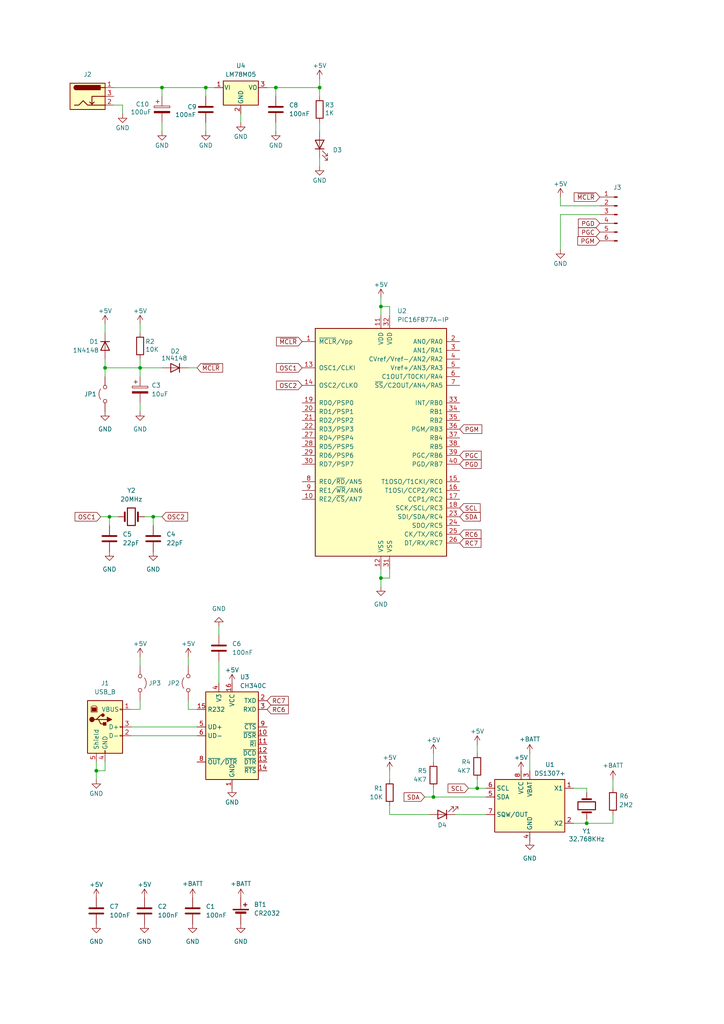
<source format=kicad_sch>
(kicad_sch
	(version 20231120)
	(generator "eeschema")
	(generator_version "8.0")
	(uuid "cc6e1efe-5c4b-49cd-831a-8cf7148588a7")
	(paper "A4" portrait)
	(lib_symbols
		(symbol "Connector:Barrel_Jack_Switch"
			(pin_names hide)
			(exclude_from_sim no)
			(in_bom yes)
			(on_board yes)
			(property "Reference" "J"
				(at 0 5.334 0)
				(effects
					(font
						(size 1.27 1.27)
					)
				)
			)
			(property "Value" "Barrel_Jack_Switch"
				(at 0 -5.08 0)
				(effects
					(font
						(size 1.27 1.27)
					)
				)
			)
			(property "Footprint" ""
				(at 1.27 -1.016 0)
				(effects
					(font
						(size 1.27 1.27)
					)
					(hide yes)
				)
			)
			(property "Datasheet" "~"
				(at 1.27 -1.016 0)
				(effects
					(font
						(size 1.27 1.27)
					)
					(hide yes)
				)
			)
			(property "Description" "DC Barrel Jack with an internal switch"
				(at 0 0 0)
				(effects
					(font
						(size 1.27 1.27)
					)
					(hide yes)
				)
			)
			(property "ki_keywords" "DC power barrel jack connector"
				(at 0 0 0)
				(effects
					(font
						(size 1.27 1.27)
					)
					(hide yes)
				)
			)
			(property "ki_fp_filters" "BarrelJack*"
				(at 0 0 0)
				(effects
					(font
						(size 1.27 1.27)
					)
					(hide yes)
				)
			)
			(symbol "Barrel_Jack_Switch_0_1"
				(rectangle
					(start -5.08 3.81)
					(end 5.08 -3.81)
					(stroke
						(width 0.254)
						(type default)
					)
					(fill
						(type background)
					)
				)
				(arc
					(start -3.302 3.175)
					(mid -3.9343 2.54)
					(end -3.302 1.905)
					(stroke
						(width 0.254)
						(type default)
					)
					(fill
						(type none)
					)
				)
				(arc
					(start -3.302 3.175)
					(mid -3.9343 2.54)
					(end -3.302 1.905)
					(stroke
						(width 0.254)
						(type default)
					)
					(fill
						(type outline)
					)
				)
				(polyline
					(pts
						(xy 1.27 -2.286) (xy 1.905 -1.651)
					)
					(stroke
						(width 0.254)
						(type default)
					)
					(fill
						(type none)
					)
				)
				(polyline
					(pts
						(xy 5.08 2.54) (xy 3.81 2.54)
					)
					(stroke
						(width 0.254)
						(type default)
					)
					(fill
						(type none)
					)
				)
				(polyline
					(pts
						(xy 5.08 0) (xy 1.27 0) (xy 1.27 -2.286) (xy 0.635 -1.651)
					)
					(stroke
						(width 0.254)
						(type default)
					)
					(fill
						(type none)
					)
				)
				(polyline
					(pts
						(xy -3.81 -2.54) (xy -2.54 -2.54) (xy -1.27 -1.27) (xy 0 -2.54) (xy 2.54 -2.54) (xy 5.08 -2.54)
					)
					(stroke
						(width 0.254)
						(type default)
					)
					(fill
						(type none)
					)
				)
				(rectangle
					(start 3.683 3.175)
					(end -3.302 1.905)
					(stroke
						(width 0.254)
						(type default)
					)
					(fill
						(type outline)
					)
				)
			)
			(symbol "Barrel_Jack_Switch_1_1"
				(pin passive line
					(at 7.62 2.54 180)
					(length 2.54)
					(name "~"
						(effects
							(font
								(size 1.27 1.27)
							)
						)
					)
					(number "1"
						(effects
							(font
								(size 1.27 1.27)
							)
						)
					)
				)
				(pin passive line
					(at 7.62 -2.54 180)
					(length 2.54)
					(name "~"
						(effects
							(font
								(size 1.27 1.27)
							)
						)
					)
					(number "2"
						(effects
							(font
								(size 1.27 1.27)
							)
						)
					)
				)
				(pin passive line
					(at 7.62 0 180)
					(length 2.54)
					(name "~"
						(effects
							(font
								(size 1.27 1.27)
							)
						)
					)
					(number "3"
						(effects
							(font
								(size 1.27 1.27)
							)
						)
					)
				)
			)
		)
		(symbol "Connector:Conn_01x06_Pin"
			(pin_names
				(offset 1.016) hide)
			(exclude_from_sim no)
			(in_bom yes)
			(on_board yes)
			(property "Reference" "J"
				(at 0 7.62 0)
				(effects
					(font
						(size 1.27 1.27)
					)
				)
			)
			(property "Value" "Conn_01x06_Pin"
				(at 0 -10.16 0)
				(effects
					(font
						(size 1.27 1.27)
					)
				)
			)
			(property "Footprint" ""
				(at 0 0 0)
				(effects
					(font
						(size 1.27 1.27)
					)
					(hide yes)
				)
			)
			(property "Datasheet" "~"
				(at 0 0 0)
				(effects
					(font
						(size 1.27 1.27)
					)
					(hide yes)
				)
			)
			(property "Description" "Generic connector, single row, 01x06, script generated"
				(at 0 0 0)
				(effects
					(font
						(size 1.27 1.27)
					)
					(hide yes)
				)
			)
			(property "ki_locked" ""
				(at 0 0 0)
				(effects
					(font
						(size 1.27 1.27)
					)
				)
			)
			(property "ki_keywords" "connector"
				(at 0 0 0)
				(effects
					(font
						(size 1.27 1.27)
					)
					(hide yes)
				)
			)
			(property "ki_fp_filters" "Connector*:*_1x??_*"
				(at 0 0 0)
				(effects
					(font
						(size 1.27 1.27)
					)
					(hide yes)
				)
			)
			(symbol "Conn_01x06_Pin_1_1"
				(polyline
					(pts
						(xy 1.27 -7.62) (xy 0.8636 -7.62)
					)
					(stroke
						(width 0.1524)
						(type default)
					)
					(fill
						(type none)
					)
				)
				(polyline
					(pts
						(xy 1.27 -5.08) (xy 0.8636 -5.08)
					)
					(stroke
						(width 0.1524)
						(type default)
					)
					(fill
						(type none)
					)
				)
				(polyline
					(pts
						(xy 1.27 -2.54) (xy 0.8636 -2.54)
					)
					(stroke
						(width 0.1524)
						(type default)
					)
					(fill
						(type none)
					)
				)
				(polyline
					(pts
						(xy 1.27 0) (xy 0.8636 0)
					)
					(stroke
						(width 0.1524)
						(type default)
					)
					(fill
						(type none)
					)
				)
				(polyline
					(pts
						(xy 1.27 2.54) (xy 0.8636 2.54)
					)
					(stroke
						(width 0.1524)
						(type default)
					)
					(fill
						(type none)
					)
				)
				(polyline
					(pts
						(xy 1.27 5.08) (xy 0.8636 5.08)
					)
					(stroke
						(width 0.1524)
						(type default)
					)
					(fill
						(type none)
					)
				)
				(rectangle
					(start 0.8636 -7.493)
					(end 0 -7.747)
					(stroke
						(width 0.1524)
						(type default)
					)
					(fill
						(type outline)
					)
				)
				(rectangle
					(start 0.8636 -4.953)
					(end 0 -5.207)
					(stroke
						(width 0.1524)
						(type default)
					)
					(fill
						(type outline)
					)
				)
				(rectangle
					(start 0.8636 -2.413)
					(end 0 -2.667)
					(stroke
						(width 0.1524)
						(type default)
					)
					(fill
						(type outline)
					)
				)
				(rectangle
					(start 0.8636 0.127)
					(end 0 -0.127)
					(stroke
						(width 0.1524)
						(type default)
					)
					(fill
						(type outline)
					)
				)
				(rectangle
					(start 0.8636 2.667)
					(end 0 2.413)
					(stroke
						(width 0.1524)
						(type default)
					)
					(fill
						(type outline)
					)
				)
				(rectangle
					(start 0.8636 5.207)
					(end 0 4.953)
					(stroke
						(width 0.1524)
						(type default)
					)
					(fill
						(type outline)
					)
				)
				(pin passive line
					(at 5.08 5.08 180)
					(length 3.81)
					(name "Pin_1"
						(effects
							(font
								(size 1.27 1.27)
							)
						)
					)
					(number "1"
						(effects
							(font
								(size 1.27 1.27)
							)
						)
					)
				)
				(pin passive line
					(at 5.08 2.54 180)
					(length 3.81)
					(name "Pin_2"
						(effects
							(font
								(size 1.27 1.27)
							)
						)
					)
					(number "2"
						(effects
							(font
								(size 1.27 1.27)
							)
						)
					)
				)
				(pin passive line
					(at 5.08 0 180)
					(length 3.81)
					(name "Pin_3"
						(effects
							(font
								(size 1.27 1.27)
							)
						)
					)
					(number "3"
						(effects
							(font
								(size 1.27 1.27)
							)
						)
					)
				)
				(pin passive line
					(at 5.08 -2.54 180)
					(length 3.81)
					(name "Pin_4"
						(effects
							(font
								(size 1.27 1.27)
							)
						)
					)
					(number "4"
						(effects
							(font
								(size 1.27 1.27)
							)
						)
					)
				)
				(pin passive line
					(at 5.08 -5.08 180)
					(length 3.81)
					(name "Pin_5"
						(effects
							(font
								(size 1.27 1.27)
							)
						)
					)
					(number "5"
						(effects
							(font
								(size 1.27 1.27)
							)
						)
					)
				)
				(pin passive line
					(at 5.08 -7.62 180)
					(length 3.81)
					(name "Pin_6"
						(effects
							(font
								(size 1.27 1.27)
							)
						)
					)
					(number "6"
						(effects
							(font
								(size 1.27 1.27)
							)
						)
					)
				)
			)
		)
		(symbol "Connector:USB_B"
			(pin_names
				(offset 1.016)
			)
			(exclude_from_sim no)
			(in_bom yes)
			(on_board yes)
			(property "Reference" "J"
				(at -5.08 11.43 0)
				(effects
					(font
						(size 1.27 1.27)
					)
					(justify left)
				)
			)
			(property "Value" "USB_B"
				(at -5.08 8.89 0)
				(effects
					(font
						(size 1.27 1.27)
					)
					(justify left)
				)
			)
			(property "Footprint" ""
				(at 3.81 -1.27 0)
				(effects
					(font
						(size 1.27 1.27)
					)
					(hide yes)
				)
			)
			(property "Datasheet" " ~"
				(at 3.81 -1.27 0)
				(effects
					(font
						(size 1.27 1.27)
					)
					(hide yes)
				)
			)
			(property "Description" "USB Type B connector"
				(at 0 0 0)
				(effects
					(font
						(size 1.27 1.27)
					)
					(hide yes)
				)
			)
			(property "ki_keywords" "connector USB"
				(at 0 0 0)
				(effects
					(font
						(size 1.27 1.27)
					)
					(hide yes)
				)
			)
			(property "ki_fp_filters" "USB*"
				(at 0 0 0)
				(effects
					(font
						(size 1.27 1.27)
					)
					(hide yes)
				)
			)
			(symbol "USB_B_0_1"
				(rectangle
					(start -5.08 -7.62)
					(end 5.08 7.62)
					(stroke
						(width 0.254)
						(type default)
					)
					(fill
						(type background)
					)
				)
				(circle
					(center -3.81 2.159)
					(radius 0.635)
					(stroke
						(width 0.254)
						(type default)
					)
					(fill
						(type outline)
					)
				)
				(rectangle
					(start -3.81 5.588)
					(end -2.54 4.572)
					(stroke
						(width 0)
						(type default)
					)
					(fill
						(type outline)
					)
				)
				(circle
					(center -0.635 3.429)
					(radius 0.381)
					(stroke
						(width 0.254)
						(type default)
					)
					(fill
						(type outline)
					)
				)
				(rectangle
					(start -0.127 -7.62)
					(end 0.127 -6.858)
					(stroke
						(width 0)
						(type default)
					)
					(fill
						(type none)
					)
				)
				(polyline
					(pts
						(xy -1.905 2.159) (xy 0.635 2.159)
					)
					(stroke
						(width 0.254)
						(type default)
					)
					(fill
						(type none)
					)
				)
				(polyline
					(pts
						(xy -3.175 2.159) (xy -2.54 2.159) (xy -1.27 3.429) (xy -0.635 3.429)
					)
					(stroke
						(width 0.254)
						(type default)
					)
					(fill
						(type none)
					)
				)
				(polyline
					(pts
						(xy -2.54 2.159) (xy -1.905 2.159) (xy -1.27 0.889) (xy 0 0.889)
					)
					(stroke
						(width 0.254)
						(type default)
					)
					(fill
						(type none)
					)
				)
				(polyline
					(pts
						(xy 0.635 2.794) (xy 0.635 1.524) (xy 1.905 2.159) (xy 0.635 2.794)
					)
					(stroke
						(width 0.254)
						(type default)
					)
					(fill
						(type outline)
					)
				)
				(polyline
					(pts
						(xy -4.064 4.318) (xy -2.286 4.318) (xy -2.286 5.715) (xy -2.667 6.096) (xy -3.683 6.096) (xy -4.064 5.715)
						(xy -4.064 4.318)
					)
					(stroke
						(width 0)
						(type default)
					)
					(fill
						(type none)
					)
				)
				(rectangle
					(start 0.254 1.27)
					(end -0.508 0.508)
					(stroke
						(width 0.254)
						(type default)
					)
					(fill
						(type outline)
					)
				)
				(rectangle
					(start 5.08 -2.667)
					(end 4.318 -2.413)
					(stroke
						(width 0)
						(type default)
					)
					(fill
						(type none)
					)
				)
				(rectangle
					(start 5.08 -0.127)
					(end 4.318 0.127)
					(stroke
						(width 0)
						(type default)
					)
					(fill
						(type none)
					)
				)
				(rectangle
					(start 5.08 4.953)
					(end 4.318 5.207)
					(stroke
						(width 0)
						(type default)
					)
					(fill
						(type none)
					)
				)
			)
			(symbol "USB_B_1_1"
				(pin power_out line
					(at 7.62 5.08 180)
					(length 2.54)
					(name "VBUS"
						(effects
							(font
								(size 1.27 1.27)
							)
						)
					)
					(number "1"
						(effects
							(font
								(size 1.27 1.27)
							)
						)
					)
				)
				(pin bidirectional line
					(at 7.62 -2.54 180)
					(length 2.54)
					(name "D-"
						(effects
							(font
								(size 1.27 1.27)
							)
						)
					)
					(number "2"
						(effects
							(font
								(size 1.27 1.27)
							)
						)
					)
				)
				(pin bidirectional line
					(at 7.62 0 180)
					(length 2.54)
					(name "D+"
						(effects
							(font
								(size 1.27 1.27)
							)
						)
					)
					(number "3"
						(effects
							(font
								(size 1.27 1.27)
							)
						)
					)
				)
				(pin power_out line
					(at 0 -10.16 90)
					(length 2.54)
					(name "GND"
						(effects
							(font
								(size 1.27 1.27)
							)
						)
					)
					(number "4"
						(effects
							(font
								(size 1.27 1.27)
							)
						)
					)
				)
				(pin passive line
					(at -2.54 -10.16 90)
					(length 2.54)
					(name "Shield"
						(effects
							(font
								(size 1.27 1.27)
							)
						)
					)
					(number "5"
						(effects
							(font
								(size 1.27 1.27)
							)
						)
					)
				)
			)
		)
		(symbol "Device:Battery_Cell"
			(pin_numbers hide)
			(pin_names
				(offset 0) hide)
			(exclude_from_sim no)
			(in_bom yes)
			(on_board yes)
			(property "Reference" "BT"
				(at 2.54 2.54 0)
				(effects
					(font
						(size 1.27 1.27)
					)
					(justify left)
				)
			)
			(property "Value" "Battery_Cell"
				(at 2.54 0 0)
				(effects
					(font
						(size 1.27 1.27)
					)
					(justify left)
				)
			)
			(property "Footprint" ""
				(at 0 1.524 90)
				(effects
					(font
						(size 1.27 1.27)
					)
					(hide yes)
				)
			)
			(property "Datasheet" "~"
				(at 0 1.524 90)
				(effects
					(font
						(size 1.27 1.27)
					)
					(hide yes)
				)
			)
			(property "Description" "Single-cell battery"
				(at 0 0 0)
				(effects
					(font
						(size 1.27 1.27)
					)
					(hide yes)
				)
			)
			(property "ki_keywords" "battery cell"
				(at 0 0 0)
				(effects
					(font
						(size 1.27 1.27)
					)
					(hide yes)
				)
			)
			(symbol "Battery_Cell_0_1"
				(rectangle
					(start -2.286 1.778)
					(end 2.286 1.524)
					(stroke
						(width 0)
						(type default)
					)
					(fill
						(type outline)
					)
				)
				(rectangle
					(start -1.524 1.016)
					(end 1.524 0.508)
					(stroke
						(width 0)
						(type default)
					)
					(fill
						(type outline)
					)
				)
				(polyline
					(pts
						(xy 0 0.762) (xy 0 0)
					)
					(stroke
						(width 0)
						(type default)
					)
					(fill
						(type none)
					)
				)
				(polyline
					(pts
						(xy 0 1.778) (xy 0 2.54)
					)
					(stroke
						(width 0)
						(type default)
					)
					(fill
						(type none)
					)
				)
				(polyline
					(pts
						(xy 0.762 3.048) (xy 1.778 3.048)
					)
					(stroke
						(width 0.254)
						(type default)
					)
					(fill
						(type none)
					)
				)
				(polyline
					(pts
						(xy 1.27 3.556) (xy 1.27 2.54)
					)
					(stroke
						(width 0.254)
						(type default)
					)
					(fill
						(type none)
					)
				)
			)
			(symbol "Battery_Cell_1_1"
				(pin passive line
					(at 0 5.08 270)
					(length 2.54)
					(name "+"
						(effects
							(font
								(size 1.27 1.27)
							)
						)
					)
					(number "1"
						(effects
							(font
								(size 1.27 1.27)
							)
						)
					)
				)
				(pin passive line
					(at 0 -2.54 90)
					(length 2.54)
					(name "-"
						(effects
							(font
								(size 1.27 1.27)
							)
						)
					)
					(number "2"
						(effects
							(font
								(size 1.27 1.27)
							)
						)
					)
				)
			)
		)
		(symbol "Device:C"
			(pin_numbers hide)
			(pin_names
				(offset 0.254)
			)
			(exclude_from_sim no)
			(in_bom yes)
			(on_board yes)
			(property "Reference" "C"
				(at 0.635 2.54 0)
				(effects
					(font
						(size 1.27 1.27)
					)
					(justify left)
				)
			)
			(property "Value" "C"
				(at 0.635 -2.54 0)
				(effects
					(font
						(size 1.27 1.27)
					)
					(justify left)
				)
			)
			(property "Footprint" ""
				(at 0.9652 -3.81 0)
				(effects
					(font
						(size 1.27 1.27)
					)
					(hide yes)
				)
			)
			(property "Datasheet" "~"
				(at 0 0 0)
				(effects
					(font
						(size 1.27 1.27)
					)
					(hide yes)
				)
			)
			(property "Description" "Unpolarized capacitor"
				(at 0 0 0)
				(effects
					(font
						(size 1.27 1.27)
					)
					(hide yes)
				)
			)
			(property "ki_keywords" "cap capacitor"
				(at 0 0 0)
				(effects
					(font
						(size 1.27 1.27)
					)
					(hide yes)
				)
			)
			(property "ki_fp_filters" "C_*"
				(at 0 0 0)
				(effects
					(font
						(size 1.27 1.27)
					)
					(hide yes)
				)
			)
			(symbol "C_0_1"
				(polyline
					(pts
						(xy -2.032 -0.762) (xy 2.032 -0.762)
					)
					(stroke
						(width 0.508)
						(type default)
					)
					(fill
						(type none)
					)
				)
				(polyline
					(pts
						(xy -2.032 0.762) (xy 2.032 0.762)
					)
					(stroke
						(width 0.508)
						(type default)
					)
					(fill
						(type none)
					)
				)
			)
			(symbol "C_1_1"
				(pin passive line
					(at 0 3.81 270)
					(length 2.794)
					(name "~"
						(effects
							(font
								(size 1.27 1.27)
							)
						)
					)
					(number "1"
						(effects
							(font
								(size 1.27 1.27)
							)
						)
					)
				)
				(pin passive line
					(at 0 -3.81 90)
					(length 2.794)
					(name "~"
						(effects
							(font
								(size 1.27 1.27)
							)
						)
					)
					(number "2"
						(effects
							(font
								(size 1.27 1.27)
							)
						)
					)
				)
			)
		)
		(symbol "Device:C_Polarized"
			(pin_numbers hide)
			(pin_names
				(offset 0.254)
			)
			(exclude_from_sim no)
			(in_bom yes)
			(on_board yes)
			(property "Reference" "C"
				(at 0.635 2.54 0)
				(effects
					(font
						(size 1.27 1.27)
					)
					(justify left)
				)
			)
			(property "Value" "C_Polarized"
				(at 0.635 -2.54 0)
				(effects
					(font
						(size 1.27 1.27)
					)
					(justify left)
				)
			)
			(property "Footprint" ""
				(at 0.9652 -3.81 0)
				(effects
					(font
						(size 1.27 1.27)
					)
					(hide yes)
				)
			)
			(property "Datasheet" "~"
				(at 0 0 0)
				(effects
					(font
						(size 1.27 1.27)
					)
					(hide yes)
				)
			)
			(property "Description" "Polarized capacitor"
				(at 0 0 0)
				(effects
					(font
						(size 1.27 1.27)
					)
					(hide yes)
				)
			)
			(property "ki_keywords" "cap capacitor"
				(at 0 0 0)
				(effects
					(font
						(size 1.27 1.27)
					)
					(hide yes)
				)
			)
			(property "ki_fp_filters" "CP_*"
				(at 0 0 0)
				(effects
					(font
						(size 1.27 1.27)
					)
					(hide yes)
				)
			)
			(symbol "C_Polarized_0_1"
				(rectangle
					(start -2.286 0.508)
					(end 2.286 1.016)
					(stroke
						(width 0)
						(type default)
					)
					(fill
						(type none)
					)
				)
				(polyline
					(pts
						(xy -1.778 2.286) (xy -0.762 2.286)
					)
					(stroke
						(width 0)
						(type default)
					)
					(fill
						(type none)
					)
				)
				(polyline
					(pts
						(xy -1.27 2.794) (xy -1.27 1.778)
					)
					(stroke
						(width 0)
						(type default)
					)
					(fill
						(type none)
					)
				)
				(rectangle
					(start 2.286 -0.508)
					(end -2.286 -1.016)
					(stroke
						(width 0)
						(type default)
					)
					(fill
						(type outline)
					)
				)
			)
			(symbol "C_Polarized_1_1"
				(pin passive line
					(at 0 3.81 270)
					(length 2.794)
					(name "~"
						(effects
							(font
								(size 1.27 1.27)
							)
						)
					)
					(number "1"
						(effects
							(font
								(size 1.27 1.27)
							)
						)
					)
				)
				(pin passive line
					(at 0 -3.81 90)
					(length 2.794)
					(name "~"
						(effects
							(font
								(size 1.27 1.27)
							)
						)
					)
					(number "2"
						(effects
							(font
								(size 1.27 1.27)
							)
						)
					)
				)
			)
		)
		(symbol "Device:Crystal"
			(pin_numbers hide)
			(pin_names
				(offset 1.016) hide)
			(exclude_from_sim no)
			(in_bom yes)
			(on_board yes)
			(property "Reference" "Y"
				(at 0 3.81 0)
				(effects
					(font
						(size 1.27 1.27)
					)
				)
			)
			(property "Value" "Crystal"
				(at 0 -3.81 0)
				(effects
					(font
						(size 1.27 1.27)
					)
				)
			)
			(property "Footprint" ""
				(at 0 0 0)
				(effects
					(font
						(size 1.27 1.27)
					)
					(hide yes)
				)
			)
			(property "Datasheet" "~"
				(at 0 0 0)
				(effects
					(font
						(size 1.27 1.27)
					)
					(hide yes)
				)
			)
			(property "Description" "Two pin crystal"
				(at 0 0 0)
				(effects
					(font
						(size 1.27 1.27)
					)
					(hide yes)
				)
			)
			(property "ki_keywords" "quartz ceramic resonator oscillator"
				(at 0 0 0)
				(effects
					(font
						(size 1.27 1.27)
					)
					(hide yes)
				)
			)
			(property "ki_fp_filters" "Crystal*"
				(at 0 0 0)
				(effects
					(font
						(size 1.27 1.27)
					)
					(hide yes)
				)
			)
			(symbol "Crystal_0_1"
				(rectangle
					(start -1.143 2.54)
					(end 1.143 -2.54)
					(stroke
						(width 0.3048)
						(type default)
					)
					(fill
						(type none)
					)
				)
				(polyline
					(pts
						(xy -2.54 0) (xy -1.905 0)
					)
					(stroke
						(width 0)
						(type default)
					)
					(fill
						(type none)
					)
				)
				(polyline
					(pts
						(xy -1.905 -1.27) (xy -1.905 1.27)
					)
					(stroke
						(width 0.508)
						(type default)
					)
					(fill
						(type none)
					)
				)
				(polyline
					(pts
						(xy 1.905 -1.27) (xy 1.905 1.27)
					)
					(stroke
						(width 0.508)
						(type default)
					)
					(fill
						(type none)
					)
				)
				(polyline
					(pts
						(xy 2.54 0) (xy 1.905 0)
					)
					(stroke
						(width 0)
						(type default)
					)
					(fill
						(type none)
					)
				)
			)
			(symbol "Crystal_1_1"
				(pin passive line
					(at -3.81 0 0)
					(length 1.27)
					(name "1"
						(effects
							(font
								(size 1.27 1.27)
							)
						)
					)
					(number "1"
						(effects
							(font
								(size 1.27 1.27)
							)
						)
					)
				)
				(pin passive line
					(at 3.81 0 180)
					(length 1.27)
					(name "2"
						(effects
							(font
								(size 1.27 1.27)
							)
						)
					)
					(number "2"
						(effects
							(font
								(size 1.27 1.27)
							)
						)
					)
				)
			)
		)
		(symbol "Device:LED"
			(pin_numbers hide)
			(pin_names
				(offset 1.016) hide)
			(exclude_from_sim no)
			(in_bom yes)
			(on_board yes)
			(property "Reference" "D"
				(at 0 2.54 0)
				(effects
					(font
						(size 1.27 1.27)
					)
				)
			)
			(property "Value" "LED"
				(at 0 -2.54 0)
				(effects
					(font
						(size 1.27 1.27)
					)
				)
			)
			(property "Footprint" ""
				(at 0 0 0)
				(effects
					(font
						(size 1.27 1.27)
					)
					(hide yes)
				)
			)
			(property "Datasheet" "~"
				(at 0 0 0)
				(effects
					(font
						(size 1.27 1.27)
					)
					(hide yes)
				)
			)
			(property "Description" "Light emitting diode"
				(at 0 0 0)
				(effects
					(font
						(size 1.27 1.27)
					)
					(hide yes)
				)
			)
			(property "ki_keywords" "LED diode"
				(at 0 0 0)
				(effects
					(font
						(size 1.27 1.27)
					)
					(hide yes)
				)
			)
			(property "ki_fp_filters" "LED* LED_SMD:* LED_THT:*"
				(at 0 0 0)
				(effects
					(font
						(size 1.27 1.27)
					)
					(hide yes)
				)
			)
			(symbol "LED_0_1"
				(polyline
					(pts
						(xy -1.27 -1.27) (xy -1.27 1.27)
					)
					(stroke
						(width 0.254)
						(type default)
					)
					(fill
						(type none)
					)
				)
				(polyline
					(pts
						(xy -1.27 0) (xy 1.27 0)
					)
					(stroke
						(width 0)
						(type default)
					)
					(fill
						(type none)
					)
				)
				(polyline
					(pts
						(xy 1.27 -1.27) (xy 1.27 1.27) (xy -1.27 0) (xy 1.27 -1.27)
					)
					(stroke
						(width 0.254)
						(type default)
					)
					(fill
						(type none)
					)
				)
				(polyline
					(pts
						(xy -3.048 -0.762) (xy -4.572 -2.286) (xy -3.81 -2.286) (xy -4.572 -2.286) (xy -4.572 -1.524)
					)
					(stroke
						(width 0)
						(type default)
					)
					(fill
						(type none)
					)
				)
				(polyline
					(pts
						(xy -1.778 -0.762) (xy -3.302 -2.286) (xy -2.54 -2.286) (xy -3.302 -2.286) (xy -3.302 -1.524)
					)
					(stroke
						(width 0)
						(type default)
					)
					(fill
						(type none)
					)
				)
			)
			(symbol "LED_1_1"
				(pin passive line
					(at -3.81 0 0)
					(length 2.54)
					(name "K"
						(effects
							(font
								(size 1.27 1.27)
							)
						)
					)
					(number "1"
						(effects
							(font
								(size 1.27 1.27)
							)
						)
					)
				)
				(pin passive line
					(at 3.81 0 180)
					(length 2.54)
					(name "A"
						(effects
							(font
								(size 1.27 1.27)
							)
						)
					)
					(number "2"
						(effects
							(font
								(size 1.27 1.27)
							)
						)
					)
				)
			)
		)
		(symbol "Device:R"
			(pin_numbers hide)
			(pin_names
				(offset 0)
			)
			(exclude_from_sim no)
			(in_bom yes)
			(on_board yes)
			(property "Reference" "R"
				(at 2.032 0 90)
				(effects
					(font
						(size 1.27 1.27)
					)
				)
			)
			(property "Value" "R"
				(at 0 0 90)
				(effects
					(font
						(size 1.27 1.27)
					)
				)
			)
			(property "Footprint" ""
				(at -1.778 0 90)
				(effects
					(font
						(size 1.27 1.27)
					)
					(hide yes)
				)
			)
			(property "Datasheet" "~"
				(at 0 0 0)
				(effects
					(font
						(size 1.27 1.27)
					)
					(hide yes)
				)
			)
			(property "Description" "Resistor"
				(at 0 0 0)
				(effects
					(font
						(size 1.27 1.27)
					)
					(hide yes)
				)
			)
			(property "ki_keywords" "R res resistor"
				(at 0 0 0)
				(effects
					(font
						(size 1.27 1.27)
					)
					(hide yes)
				)
			)
			(property "ki_fp_filters" "R_*"
				(at 0 0 0)
				(effects
					(font
						(size 1.27 1.27)
					)
					(hide yes)
				)
			)
			(symbol "R_0_1"
				(rectangle
					(start -1.016 -2.54)
					(end 1.016 2.54)
					(stroke
						(width 0.254)
						(type default)
					)
					(fill
						(type none)
					)
				)
			)
			(symbol "R_1_1"
				(pin passive line
					(at 0 3.81 270)
					(length 1.27)
					(name "~"
						(effects
							(font
								(size 1.27 1.27)
							)
						)
					)
					(number "1"
						(effects
							(font
								(size 1.27 1.27)
							)
						)
					)
				)
				(pin passive line
					(at 0 -3.81 90)
					(length 1.27)
					(name "~"
						(effects
							(font
								(size 1.27 1.27)
							)
						)
					)
					(number "2"
						(effects
							(font
								(size 1.27 1.27)
							)
						)
					)
				)
			)
		)
		(symbol "Diode:1N4148"
			(pin_numbers hide)
			(pin_names hide)
			(exclude_from_sim no)
			(in_bom yes)
			(on_board yes)
			(property "Reference" "D"
				(at 0 2.54 0)
				(effects
					(font
						(size 1.27 1.27)
					)
				)
			)
			(property "Value" "1N4148"
				(at 0 -2.54 0)
				(effects
					(font
						(size 1.27 1.27)
					)
				)
			)
			(property "Footprint" "Diode_THT:D_DO-35_SOD27_P7.62mm_Horizontal"
				(at 0 0 0)
				(effects
					(font
						(size 1.27 1.27)
					)
					(hide yes)
				)
			)
			(property "Datasheet" "https://assets.nexperia.com/documents/data-sheet/1N4148_1N4448.pdf"
				(at 0 0 0)
				(effects
					(font
						(size 1.27 1.27)
					)
					(hide yes)
				)
			)
			(property "Description" "100V 0.15A standard switching diode, DO-35"
				(at 0 0 0)
				(effects
					(font
						(size 1.27 1.27)
					)
					(hide yes)
				)
			)
			(property "Sim.Device" "D"
				(at 0 0 0)
				(effects
					(font
						(size 1.27 1.27)
					)
					(hide yes)
				)
			)
			(property "Sim.Pins" "1=K 2=A"
				(at 0 0 0)
				(effects
					(font
						(size 1.27 1.27)
					)
					(hide yes)
				)
			)
			(property "ki_keywords" "diode"
				(at 0 0 0)
				(effects
					(font
						(size 1.27 1.27)
					)
					(hide yes)
				)
			)
			(property "ki_fp_filters" "D*DO?35*"
				(at 0 0 0)
				(effects
					(font
						(size 1.27 1.27)
					)
					(hide yes)
				)
			)
			(symbol "1N4148_0_1"
				(polyline
					(pts
						(xy -1.27 1.27) (xy -1.27 -1.27)
					)
					(stroke
						(width 0.254)
						(type default)
					)
					(fill
						(type none)
					)
				)
				(polyline
					(pts
						(xy 1.27 0) (xy -1.27 0)
					)
					(stroke
						(width 0)
						(type default)
					)
					(fill
						(type none)
					)
				)
				(polyline
					(pts
						(xy 1.27 1.27) (xy 1.27 -1.27) (xy -1.27 0) (xy 1.27 1.27)
					)
					(stroke
						(width 0.254)
						(type default)
					)
					(fill
						(type none)
					)
				)
			)
			(symbol "1N4148_1_1"
				(pin passive line
					(at -3.81 0 0)
					(length 2.54)
					(name "K"
						(effects
							(font
								(size 1.27 1.27)
							)
						)
					)
					(number "1"
						(effects
							(font
								(size 1.27 1.27)
							)
						)
					)
				)
				(pin passive line
					(at 3.81 0 180)
					(length 2.54)
					(name "A"
						(effects
							(font
								(size 1.27 1.27)
							)
						)
					)
					(number "2"
						(effects
							(font
								(size 1.27 1.27)
							)
						)
					)
				)
			)
		)
		(symbol "Interface_USB:CH340C"
			(exclude_from_sim no)
			(in_bom yes)
			(on_board yes)
			(property "Reference" "U3"
				(at 2.1941 -15.24 0)
				(effects
					(font
						(size 1.27 1.27)
					)
					(justify left)
				)
			)
			(property "Value" "CH340C"
				(at 2.1941 -17.78 0)
				(effects
					(font
						(size 1.27 1.27)
					)
					(justify left)
				)
			)
			(property "Footprint" "Package_SO:SOIC-16_3.9x9.9mm_P1.27mm"
				(at 1.27 -13.97 0)
				(effects
					(font
						(size 1.27 1.27)
					)
					(justify left)
					(hide yes)
				)
			)
			(property "Datasheet" "https://datasheet.lcsc.com/szlcsc/Jiangsu-Qin-Heng-CH340C_C84681.pdf"
				(at -8.89 20.32 0)
				(effects
					(font
						(size 1.27 1.27)
					)
					(hide yes)
				)
			)
			(property "Description" "USB serial converter, UART, SOIC-16"
				(at 0 0 0)
				(effects
					(font
						(size 1.27 1.27)
					)
					(hide yes)
				)
			)
			(property "ki_keywords" "USB UART Serial Converter Interface"
				(at 0 0 0)
				(effects
					(font
						(size 1.27 1.27)
					)
					(hide yes)
				)
			)
			(property "ki_fp_filters" "SOIC*3.9x9.9mm*P1.27mm*"
				(at 0 0 0)
				(effects
					(font
						(size 1.27 1.27)
					)
					(hide yes)
				)
			)
			(symbol "CH340C_0_1"
				(rectangle
					(start -7.62 12.7)
					(end 7.62 -12.7)
					(stroke
						(width 0.254)
						(type default)
					)
					(fill
						(type background)
					)
				)
			)
			(symbol "CH340C_1_1"
				(pin power_in line
					(at 0 -15.24 90)
					(length 2.54)
					(name "GND"
						(effects
							(font
								(size 1.27 1.27)
							)
						)
					)
					(number "1"
						(effects
							(font
								(size 1.27 1.27)
							)
						)
					)
				)
				(pin input line
					(at 10.16 0 180)
					(length 2.54)
					(name "~{DSR}"
						(effects
							(font
								(size 1.27 1.27)
							)
						)
					)
					(number "10"
						(effects
							(font
								(size 1.27 1.27)
							)
						)
					)
				)
				(pin input line
					(at 10.16 -2.54 180)
					(length 2.54)
					(name "~{RI}"
						(effects
							(font
								(size 1.27 1.27)
							)
						)
					)
					(number "11"
						(effects
							(font
								(size 1.27 1.27)
							)
						)
					)
				)
				(pin input line
					(at 10.16 -5.08 180)
					(length 2.54)
					(name "~{DCD}"
						(effects
							(font
								(size 1.27 1.27)
							)
						)
					)
					(number "12"
						(effects
							(font
								(size 1.27 1.27)
							)
						)
					)
				)
				(pin output line
					(at 10.16 -7.62 180)
					(length 2.54)
					(name "~{DTR}"
						(effects
							(font
								(size 1.27 1.27)
							)
						)
					)
					(number "13"
						(effects
							(font
								(size 1.27 1.27)
							)
						)
					)
				)
				(pin output line
					(at 10.16 -10.16 180)
					(length 2.54)
					(name "~{RTS}"
						(effects
							(font
								(size 1.27 1.27)
							)
						)
					)
					(number "14"
						(effects
							(font
								(size 1.27 1.27)
							)
						)
					)
				)
				(pin input line
					(at -10.16 7.62 0)
					(length 2.54)
					(name "R232"
						(effects
							(font
								(size 1.27 1.27)
							)
						)
					)
					(number "15"
						(effects
							(font
								(size 1.27 1.27)
							)
						)
					)
				)
				(pin power_in line
					(at 0 15.24 270)
					(length 2.54)
					(name "VCC"
						(effects
							(font
								(size 1.27 1.27)
							)
						)
					)
					(number "16"
						(effects
							(font
								(size 1.27 1.27)
							)
						)
					)
				)
				(pin output line
					(at 10.16 10.16 180)
					(length 2.54)
					(name "TXD"
						(effects
							(font
								(size 1.27 1.27)
							)
						)
					)
					(number "2"
						(effects
							(font
								(size 1.27 1.27)
							)
						)
					)
				)
				(pin input line
					(at 10.16 7.62 180)
					(length 2.54)
					(name "RXD"
						(effects
							(font
								(size 1.27 1.27)
							)
						)
					)
					(number "3"
						(effects
							(font
								(size 1.27 1.27)
							)
						)
					)
				)
				(pin power_out line
					(at -3.81 15.24 270)
					(length 2.54)
					(name "V3"
						(effects
							(font
								(size 1.27 1.27)
							)
						)
					)
					(number "4"
						(effects
							(font
								(size 1.27 1.27)
							)
						)
					)
				)
				(pin bidirectional line
					(at -10.16 2.54 0)
					(length 2.54)
					(name "UD+"
						(effects
							(font
								(size 1.27 1.27)
							)
						)
					)
					(number "5"
						(effects
							(font
								(size 1.27 1.27)
							)
						)
					)
				)
				(pin bidirectional line
					(at -10.16 0 0)
					(length 2.54)
					(name "UD-"
						(effects
							(font
								(size 1.27 1.27)
							)
						)
					)
					(number "6"
						(effects
							(font
								(size 1.27 1.27)
							)
						)
					)
				)
				(pin no_connect line
					(at -7.62 -5.08 0)
					(length 2.54) hide
					(name "NC"
						(effects
							(font
								(size 1.27 1.27)
							)
						)
					)
					(number "7"
						(effects
							(font
								(size 1.27 1.27)
							)
						)
					)
				)
				(pin output line
					(at -10.16 -7.62 0)
					(length 2.54)
					(name "~{OUT}/~{DTR}"
						(effects
							(font
								(size 1.27 1.27)
							)
						)
					)
					(number "8"
						(effects
							(font
								(size 1.27 1.27)
							)
						)
					)
				)
				(pin input line
					(at 10.16 2.54 180)
					(length 2.54)
					(name "~{CTS}"
						(effects
							(font
								(size 1.27 1.27)
							)
						)
					)
					(number "9"
						(effects
							(font
								(size 1.27 1.27)
							)
						)
					)
				)
			)
		)
		(symbol "Jumper:Jumper_2_Open"
			(pin_numbers hide)
			(pin_names
				(offset 0) hide)
			(exclude_from_sim yes)
			(in_bom yes)
			(on_board yes)
			(property "Reference" "JP"
				(at 0 2.794 0)
				(effects
					(font
						(size 1.27 1.27)
					)
				)
			)
			(property "Value" "Jumper_2_Open"
				(at 0 -2.286 0)
				(effects
					(font
						(size 1.27 1.27)
					)
				)
			)
			(property "Footprint" ""
				(at 0 0 0)
				(effects
					(font
						(size 1.27 1.27)
					)
					(hide yes)
				)
			)
			(property "Datasheet" "~"
				(at 0 0 0)
				(effects
					(font
						(size 1.27 1.27)
					)
					(hide yes)
				)
			)
			(property "Description" "Jumper, 2-pole, open"
				(at 0 0 0)
				(effects
					(font
						(size 1.27 1.27)
					)
					(hide yes)
				)
			)
			(property "ki_keywords" "Jumper SPST"
				(at 0 0 0)
				(effects
					(font
						(size 1.27 1.27)
					)
					(hide yes)
				)
			)
			(property "ki_fp_filters" "Jumper* TestPoint*2Pads* TestPoint*Bridge*"
				(at 0 0 0)
				(effects
					(font
						(size 1.27 1.27)
					)
					(hide yes)
				)
			)
			(symbol "Jumper_2_Open_0_0"
				(circle
					(center -2.032 0)
					(radius 0.508)
					(stroke
						(width 0)
						(type default)
					)
					(fill
						(type none)
					)
				)
				(circle
					(center 2.032 0)
					(radius 0.508)
					(stroke
						(width 0)
						(type default)
					)
					(fill
						(type none)
					)
				)
			)
			(symbol "Jumper_2_Open_0_1"
				(arc
					(start 1.524 1.27)
					(mid 0 1.778)
					(end -1.524 1.27)
					(stroke
						(width 0)
						(type default)
					)
					(fill
						(type none)
					)
				)
			)
			(symbol "Jumper_2_Open_1_1"
				(pin passive line
					(at -5.08 0 0)
					(length 2.54)
					(name "A"
						(effects
							(font
								(size 1.27 1.27)
							)
						)
					)
					(number "1"
						(effects
							(font
								(size 1.27 1.27)
							)
						)
					)
				)
				(pin passive line
					(at 5.08 0 180)
					(length 2.54)
					(name "B"
						(effects
							(font
								(size 1.27 1.27)
							)
						)
					)
					(number "2"
						(effects
							(font
								(size 1.27 1.27)
							)
						)
					)
				)
			)
		)
		(symbol "MCU_Microchip_PIC16:PIC16F877A-IP"
			(pin_names
				(offset 1.016)
			)
			(exclude_from_sim no)
			(in_bom yes)
			(on_board yes)
			(property "Reference" "U"
				(at 5.08 35.56 0)
				(effects
					(font
						(size 1.27 1.27)
					)
					(justify left)
				)
			)
			(property "Value" "PIC16F877A-IP"
				(at 5.08 33.02 0)
				(effects
					(font
						(size 1.27 1.27)
					)
					(justify left)
				)
			)
			(property "Footprint" ""
				(at 0 0 0)
				(effects
					(font
						(size 1.27 1.27)
						(italic yes)
					)
					(hide yes)
				)
			)
			(property "Datasheet" "http://ww1.microchip.com/downloads/en/DeviceDoc/39582b.pdf"
				(at 0 0 0)
				(effects
					(font
						(size 1.27 1.27)
					)
					(hide yes)
				)
			)
			(property "Description" "8W Flash, 386B SRAM, 256B EEPROM, DIP40"
				(at 0 0 0)
				(effects
					(font
						(size 1.27 1.27)
					)
					(hide yes)
				)
			)
			(property "ki_keywords" "Flash-Based 8-Bit CMOS Microcontroller"
				(at 0 0 0)
				(effects
					(font
						(size 1.27 1.27)
					)
					(hide yes)
				)
			)
			(property "ki_fp_filters" "DIP* PDIP*"
				(at 0 0 0)
				(effects
					(font
						(size 1.27 1.27)
					)
					(hide yes)
				)
			)
			(symbol "PIC16F877A-IP_0_1"
				(rectangle
					(start -19.05 31.75)
					(end 19.05 -34.29)
					(stroke
						(width 0.254)
						(type default)
					)
					(fill
						(type background)
					)
				)
			)
			(symbol "PIC16F877A-IP_1_1"
				(pin input line
					(at -22.86 27.94 0)
					(length 3.81)
					(name "~{MCLR}/Vpp"
						(effects
							(font
								(size 1.27 1.27)
							)
						)
					)
					(number "1"
						(effects
							(font
								(size 1.27 1.27)
							)
						)
					)
				)
				(pin bidirectional line
					(at -22.86 -17.78 0)
					(length 3.81)
					(name "RE2/~{CS}/AN7"
						(effects
							(font
								(size 1.27 1.27)
							)
						)
					)
					(number "10"
						(effects
							(font
								(size 1.27 1.27)
							)
						)
					)
				)
				(pin power_in line
					(at 0 35.56 270)
					(length 3.81)
					(name "VDD"
						(effects
							(font
								(size 1.27 1.27)
							)
						)
					)
					(number "11"
						(effects
							(font
								(size 1.27 1.27)
							)
						)
					)
				)
				(pin power_in line
					(at 0 -38.1 90)
					(length 3.81)
					(name "VSS"
						(effects
							(font
								(size 1.27 1.27)
							)
						)
					)
					(number "12"
						(effects
							(font
								(size 1.27 1.27)
							)
						)
					)
				)
				(pin input line
					(at -22.86 20.32 0)
					(length 3.81)
					(name "OSC1/CLKI"
						(effects
							(font
								(size 1.27 1.27)
							)
						)
					)
					(number "13"
						(effects
							(font
								(size 1.27 1.27)
							)
						)
					)
				)
				(pin output line
					(at -22.86 15.24 0)
					(length 3.81)
					(name "OSC2/CLKO"
						(effects
							(font
								(size 1.27 1.27)
							)
						)
					)
					(number "14"
						(effects
							(font
								(size 1.27 1.27)
							)
						)
					)
				)
				(pin bidirectional line
					(at 22.86 -12.7 180)
					(length 3.81)
					(name "T1OSO/T1CKI/RC0"
						(effects
							(font
								(size 1.27 1.27)
							)
						)
					)
					(number "15"
						(effects
							(font
								(size 1.27 1.27)
							)
						)
					)
				)
				(pin bidirectional line
					(at 22.86 -15.24 180)
					(length 3.81)
					(name "T1OSI/CCP2/RC1"
						(effects
							(font
								(size 1.27 1.27)
							)
						)
					)
					(number "16"
						(effects
							(font
								(size 1.27 1.27)
							)
						)
					)
				)
				(pin bidirectional line
					(at 22.86 -17.78 180)
					(length 3.81)
					(name "CCP1/RC2"
						(effects
							(font
								(size 1.27 1.27)
							)
						)
					)
					(number "17"
						(effects
							(font
								(size 1.27 1.27)
							)
						)
					)
				)
				(pin bidirectional line
					(at 22.86 -20.32 180)
					(length 3.81)
					(name "SCK/SCL/RC3"
						(effects
							(font
								(size 1.27 1.27)
							)
						)
					)
					(number "18"
						(effects
							(font
								(size 1.27 1.27)
							)
						)
					)
				)
				(pin bidirectional line
					(at -22.86 10.16 0)
					(length 3.81)
					(name "RD0/PSP0"
						(effects
							(font
								(size 1.27 1.27)
							)
						)
					)
					(number "19"
						(effects
							(font
								(size 1.27 1.27)
							)
						)
					)
				)
				(pin bidirectional line
					(at 22.86 27.94 180)
					(length 3.81)
					(name "AN0/RA0"
						(effects
							(font
								(size 1.27 1.27)
							)
						)
					)
					(number "2"
						(effects
							(font
								(size 1.27 1.27)
							)
						)
					)
				)
				(pin bidirectional line
					(at -22.86 7.62 0)
					(length 3.81)
					(name "RD1/PSP1"
						(effects
							(font
								(size 1.27 1.27)
							)
						)
					)
					(number "20"
						(effects
							(font
								(size 1.27 1.27)
							)
						)
					)
				)
				(pin bidirectional line
					(at -22.86 5.08 0)
					(length 3.81)
					(name "RD2/PSP2"
						(effects
							(font
								(size 1.27 1.27)
							)
						)
					)
					(number "21"
						(effects
							(font
								(size 1.27 1.27)
							)
						)
					)
				)
				(pin bidirectional line
					(at -22.86 2.54 0)
					(length 3.81)
					(name "RD3/PSP3"
						(effects
							(font
								(size 1.27 1.27)
							)
						)
					)
					(number "22"
						(effects
							(font
								(size 1.27 1.27)
							)
						)
					)
				)
				(pin bidirectional line
					(at 22.86 -22.86 180)
					(length 3.81)
					(name "SDI/SDA/RC4"
						(effects
							(font
								(size 1.27 1.27)
							)
						)
					)
					(number "23"
						(effects
							(font
								(size 1.27 1.27)
							)
						)
					)
				)
				(pin bidirectional line
					(at 22.86 -25.4 180)
					(length 3.81)
					(name "SDO/RC5"
						(effects
							(font
								(size 1.27 1.27)
							)
						)
					)
					(number "24"
						(effects
							(font
								(size 1.27 1.27)
							)
						)
					)
				)
				(pin bidirectional line
					(at 22.86 -27.94 180)
					(length 3.81)
					(name "CK/TX/RC6"
						(effects
							(font
								(size 1.27 1.27)
							)
						)
					)
					(number "25"
						(effects
							(font
								(size 1.27 1.27)
							)
						)
					)
				)
				(pin bidirectional line
					(at 22.86 -30.48 180)
					(length 3.81)
					(name "DT/RX/RC7"
						(effects
							(font
								(size 1.27 1.27)
							)
						)
					)
					(number "26"
						(effects
							(font
								(size 1.27 1.27)
							)
						)
					)
				)
				(pin bidirectional line
					(at -22.86 0 0)
					(length 3.81)
					(name "RD4/PSP4"
						(effects
							(font
								(size 1.27 1.27)
							)
						)
					)
					(number "27"
						(effects
							(font
								(size 1.27 1.27)
							)
						)
					)
				)
				(pin bidirectional line
					(at -22.86 -2.54 0)
					(length 3.81)
					(name "RD5/PSP5"
						(effects
							(font
								(size 1.27 1.27)
							)
						)
					)
					(number "28"
						(effects
							(font
								(size 1.27 1.27)
							)
						)
					)
				)
				(pin bidirectional line
					(at -22.86 -5.08 0)
					(length 3.81)
					(name "RD6/PSP6"
						(effects
							(font
								(size 1.27 1.27)
							)
						)
					)
					(number "29"
						(effects
							(font
								(size 1.27 1.27)
							)
						)
					)
				)
				(pin bidirectional line
					(at 22.86 25.4 180)
					(length 3.81)
					(name "AN1/RA1"
						(effects
							(font
								(size 1.27 1.27)
							)
						)
					)
					(number "3"
						(effects
							(font
								(size 1.27 1.27)
							)
						)
					)
				)
				(pin bidirectional line
					(at -22.86 -7.62 0)
					(length 3.81)
					(name "RD7/PSP7"
						(effects
							(font
								(size 1.27 1.27)
							)
						)
					)
					(number "30"
						(effects
							(font
								(size 1.27 1.27)
							)
						)
					)
				)
				(pin power_in line
					(at 2.54 -38.1 90)
					(length 3.81)
					(name "VSS"
						(effects
							(font
								(size 1.27 1.27)
							)
						)
					)
					(number "31"
						(effects
							(font
								(size 1.27 1.27)
							)
						)
					)
				)
				(pin power_in line
					(at 2.54 35.56 270)
					(length 3.81)
					(name "VDD"
						(effects
							(font
								(size 1.27 1.27)
							)
						)
					)
					(number "32"
						(effects
							(font
								(size 1.27 1.27)
							)
						)
					)
				)
				(pin bidirectional line
					(at 22.86 10.16 180)
					(length 3.81)
					(name "INT/RB0"
						(effects
							(font
								(size 1.27 1.27)
							)
						)
					)
					(number "33"
						(effects
							(font
								(size 1.27 1.27)
							)
						)
					)
				)
				(pin bidirectional line
					(at 22.86 7.62 180)
					(length 3.81)
					(name "RB1"
						(effects
							(font
								(size 1.27 1.27)
							)
						)
					)
					(number "34"
						(effects
							(font
								(size 1.27 1.27)
							)
						)
					)
				)
				(pin bidirectional line
					(at 22.86 5.08 180)
					(length 3.81)
					(name "RB2"
						(effects
							(font
								(size 1.27 1.27)
							)
						)
					)
					(number "35"
						(effects
							(font
								(size 1.27 1.27)
							)
						)
					)
				)
				(pin bidirectional line
					(at 22.86 2.54 180)
					(length 3.81)
					(name "PGM/RB3"
						(effects
							(font
								(size 1.27 1.27)
							)
						)
					)
					(number "36"
						(effects
							(font
								(size 1.27 1.27)
							)
						)
					)
				)
				(pin bidirectional line
					(at 22.86 0 180)
					(length 3.81)
					(name "RB4"
						(effects
							(font
								(size 1.27 1.27)
							)
						)
					)
					(number "37"
						(effects
							(font
								(size 1.27 1.27)
							)
						)
					)
				)
				(pin bidirectional line
					(at 22.86 -2.54 180)
					(length 3.81)
					(name "RB5"
						(effects
							(font
								(size 1.27 1.27)
							)
						)
					)
					(number "38"
						(effects
							(font
								(size 1.27 1.27)
							)
						)
					)
				)
				(pin bidirectional line
					(at 22.86 -5.08 180)
					(length 3.81)
					(name "PGC/RB6"
						(effects
							(font
								(size 1.27 1.27)
							)
						)
					)
					(number "39"
						(effects
							(font
								(size 1.27 1.27)
							)
						)
					)
				)
				(pin bidirectional line
					(at 22.86 22.86 180)
					(length 3.81)
					(name "CVref/Vref-/AN2/RA2"
						(effects
							(font
								(size 1.27 1.27)
							)
						)
					)
					(number "4"
						(effects
							(font
								(size 1.27 1.27)
							)
						)
					)
				)
				(pin bidirectional line
					(at 22.86 -7.62 180)
					(length 3.81)
					(name "PGD/RB7"
						(effects
							(font
								(size 1.27 1.27)
							)
						)
					)
					(number "40"
						(effects
							(font
								(size 1.27 1.27)
							)
						)
					)
				)
				(pin bidirectional line
					(at 22.86 20.32 180)
					(length 3.81)
					(name "Vref+/AN3/RA3"
						(effects
							(font
								(size 1.27 1.27)
							)
						)
					)
					(number "5"
						(effects
							(font
								(size 1.27 1.27)
							)
						)
					)
				)
				(pin bidirectional line
					(at 22.86 17.78 180)
					(length 3.81)
					(name "C1OUT/T0CKI/RA4"
						(effects
							(font
								(size 1.27 1.27)
							)
						)
					)
					(number "6"
						(effects
							(font
								(size 1.27 1.27)
							)
						)
					)
				)
				(pin bidirectional line
					(at 22.86 15.24 180)
					(length 3.81)
					(name "~{SS}/C2OUT/AN4/RA5"
						(effects
							(font
								(size 1.27 1.27)
							)
						)
					)
					(number "7"
						(effects
							(font
								(size 1.27 1.27)
							)
						)
					)
				)
				(pin bidirectional line
					(at -22.86 -12.7 0)
					(length 3.81)
					(name "RE0/~{RD}/AN5"
						(effects
							(font
								(size 1.27 1.27)
							)
						)
					)
					(number "8"
						(effects
							(font
								(size 1.27 1.27)
							)
						)
					)
				)
				(pin bidirectional line
					(at -22.86 -15.24 0)
					(length 3.81)
					(name "RE1/~{WR}/AN6"
						(effects
							(font
								(size 1.27 1.27)
							)
						)
					)
					(number "9"
						(effects
							(font
								(size 1.27 1.27)
							)
						)
					)
				)
			)
		)
		(symbol "Regulator_Linear:LM78M05_TO252"
			(pin_names
				(offset 0.254)
			)
			(exclude_from_sim no)
			(in_bom yes)
			(on_board yes)
			(property "Reference" "U"
				(at -3.81 3.175 0)
				(effects
					(font
						(size 1.27 1.27)
					)
				)
			)
			(property "Value" "LM78M05_TO252"
				(at 0 3.175 0)
				(effects
					(font
						(size 1.27 1.27)
					)
					(justify left)
				)
			)
			(property "Footprint" "Package_TO_SOT_SMD:TO-252-2"
				(at 0 5.715 0)
				(effects
					(font
						(size 1.27 1.27)
						(italic yes)
					)
					(hide yes)
				)
			)
			(property "Datasheet" "https://www.onsemi.com/pub/Collateral/MC78M00-D.PDF"
				(at 0 -1.27 0)
				(effects
					(font
						(size 1.27 1.27)
					)
					(hide yes)
				)
			)
			(property "Description" "Positive 500mA 35V Linear Regulator, Fixed Output 5V, TO-252 (D-PAK)"
				(at 0 0 0)
				(effects
					(font
						(size 1.27 1.27)
					)
					(hide yes)
				)
			)
			(property "ki_keywords" "Voltage Regulator 500mA Positive"
				(at 0 0 0)
				(effects
					(font
						(size 1.27 1.27)
					)
					(hide yes)
				)
			)
			(property "ki_fp_filters" "TO?252*"
				(at 0 0 0)
				(effects
					(font
						(size 1.27 1.27)
					)
					(hide yes)
				)
			)
			(symbol "LM78M05_TO252_0_1"
				(rectangle
					(start -5.08 1.905)
					(end 5.08 -5.08)
					(stroke
						(width 0.254)
						(type default)
					)
					(fill
						(type background)
					)
				)
			)
			(symbol "LM78M05_TO252_1_1"
				(pin power_in line
					(at -7.62 0 0)
					(length 2.54)
					(name "VI"
						(effects
							(font
								(size 1.27 1.27)
							)
						)
					)
					(number "1"
						(effects
							(font
								(size 1.27 1.27)
							)
						)
					)
				)
				(pin power_in line
					(at 0 -7.62 90)
					(length 2.54)
					(name "GND"
						(effects
							(font
								(size 1.27 1.27)
							)
						)
					)
					(number "2"
						(effects
							(font
								(size 1.27 1.27)
							)
						)
					)
				)
				(pin power_out line
					(at 7.62 0 180)
					(length 2.54)
					(name "VO"
						(effects
							(font
								(size 1.27 1.27)
							)
						)
					)
					(number "3"
						(effects
							(font
								(size 1.27 1.27)
							)
						)
					)
				)
			)
		)
		(symbol "Timer_RTC:DS1307+"
			(exclude_from_sim no)
			(in_bom yes)
			(on_board yes)
			(property "Reference" "U1"
				(at 5.842 11.938 0)
				(effects
					(font
						(size 1.27 1.27)
					)
				)
			)
			(property "Value" "DS1307+"
				(at 5.842 9.398 0)
				(effects
					(font
						(size 1.27 1.27)
					)
				)
			)
			(property "Footprint" "Package_DIP:DIP-8_W7.62mm"
				(at 0 -12.7 0)
				(effects
					(font
						(size 1.27 1.27)
					)
					(hide yes)
				)
			)
			(property "Datasheet" "https://datasheets.maximintegrated.com/en/ds/DS1307.pdf"
				(at 0 -5.08 0)
				(effects
					(font
						(size 1.27 1.27)
					)
					(hide yes)
				)
			)
			(property "Description" "64 x 8, Serial, I2C Real-time clock, 4.5V to 5.5V VCC, 0°C to +70°C, DIP-8"
				(at 0 0 0)
				(effects
					(font
						(size 1.27 1.27)
					)
					(hide yes)
				)
			)
			(property "ki_keywords" "RTC, Trickle-Charge Timekeeping Chip"
				(at 0 0 0)
				(effects
					(font
						(size 1.27 1.27)
					)
					(hide yes)
				)
			)
			(property "ki_fp_filters" "DIP*W7.62mm*"
				(at 0 0 0)
				(effects
					(font
						(size 1.27 1.27)
					)
					(hide yes)
				)
			)
			(symbol "DS1307+_0_1"
				(rectangle
					(start -10.16 7.62)
					(end 10.16 -7.62)
					(stroke
						(width 0.254)
						(type default)
					)
					(fill
						(type background)
					)
				)
			)
			(symbol "DS1307+_1_1"
				(pin input line
					(at 12.7 5.08 180)
					(length 2.54)
					(name "X1"
						(effects
							(font
								(size 1.27 1.27)
							)
						)
					)
					(number "1"
						(effects
							(font
								(size 1.27 1.27)
							)
						)
					)
				)
				(pin input line
					(at 12.7 -5.08 180)
					(length 2.54)
					(name "X2"
						(effects
							(font
								(size 1.27 1.27)
							)
						)
					)
					(number "2"
						(effects
							(font
								(size 1.27 1.27)
							)
						)
					)
				)
				(pin power_in line
					(at 0 10.16 270)
					(length 2.54)
					(name "VBAT"
						(effects
							(font
								(size 1.27 1.27)
							)
						)
					)
					(number "3"
						(effects
							(font
								(size 1.27 1.27)
							)
						)
					)
				)
				(pin power_in line
					(at 0 -10.16 90)
					(length 2.54)
					(name "GND"
						(effects
							(font
								(size 1.27 1.27)
							)
						)
					)
					(number "4"
						(effects
							(font
								(size 1.27 1.27)
							)
						)
					)
				)
				(pin bidirectional line
					(at -12.7 2.54 0)
					(length 2.54)
					(name "SDA"
						(effects
							(font
								(size 1.27 1.27)
							)
						)
					)
					(number "5"
						(effects
							(font
								(size 1.27 1.27)
							)
						)
					)
				)
				(pin input line
					(at -12.7 5.08 0)
					(length 2.54)
					(name "SCL"
						(effects
							(font
								(size 1.27 1.27)
							)
						)
					)
					(number "6"
						(effects
							(font
								(size 1.27 1.27)
							)
						)
					)
				)
				(pin open_collector line
					(at -12.7 -2.54 0)
					(length 2.54)
					(name "SQW/OUT"
						(effects
							(font
								(size 1.27 1.27)
							)
						)
					)
					(number "7"
						(effects
							(font
								(size 1.27 1.27)
							)
						)
					)
				)
				(pin power_in line
					(at -2.54 10.16 270)
					(length 2.54)
					(name "VCC"
						(effects
							(font
								(size 1.27 1.27)
							)
						)
					)
					(number "8"
						(effects
							(font
								(size 1.27 1.27)
							)
						)
					)
				)
			)
		)
		(symbol "power:+5V"
			(power)
			(pin_numbers hide)
			(pin_names
				(offset 0) hide)
			(exclude_from_sim no)
			(in_bom yes)
			(on_board yes)
			(property "Reference" "#PWR"
				(at 0 -3.81 0)
				(effects
					(font
						(size 1.27 1.27)
					)
					(hide yes)
				)
			)
			(property "Value" "+5V"
				(at 0 3.556 0)
				(effects
					(font
						(size 1.27 1.27)
					)
				)
			)
			(property "Footprint" ""
				(at 0 0 0)
				(effects
					(font
						(size 1.27 1.27)
					)
					(hide yes)
				)
			)
			(property "Datasheet" ""
				(at 0 0 0)
				(effects
					(font
						(size 1.27 1.27)
					)
					(hide yes)
				)
			)
			(property "Description" "Power symbol creates a global label with name \"+5V\""
				(at 0 0 0)
				(effects
					(font
						(size 1.27 1.27)
					)
					(hide yes)
				)
			)
			(property "ki_keywords" "global power"
				(at 0 0 0)
				(effects
					(font
						(size 1.27 1.27)
					)
					(hide yes)
				)
			)
			(symbol "+5V_0_1"
				(polyline
					(pts
						(xy -0.762 1.27) (xy 0 2.54)
					)
					(stroke
						(width 0)
						(type default)
					)
					(fill
						(type none)
					)
				)
				(polyline
					(pts
						(xy 0 0) (xy 0 2.54)
					)
					(stroke
						(width 0)
						(type default)
					)
					(fill
						(type none)
					)
				)
				(polyline
					(pts
						(xy 0 2.54) (xy 0.762 1.27)
					)
					(stroke
						(width 0)
						(type default)
					)
					(fill
						(type none)
					)
				)
			)
			(symbol "+5V_1_1"
				(pin power_in line
					(at 0 0 90)
					(length 0)
					(name "~"
						(effects
							(font
								(size 1.27 1.27)
							)
						)
					)
					(number "1"
						(effects
							(font
								(size 1.27 1.27)
							)
						)
					)
				)
			)
		)
		(symbol "power:+BATT"
			(power)
			(pin_numbers hide)
			(pin_names
				(offset 0) hide)
			(exclude_from_sim no)
			(in_bom yes)
			(on_board yes)
			(property "Reference" "#PWR"
				(at 0 -3.81 0)
				(effects
					(font
						(size 1.27 1.27)
					)
					(hide yes)
				)
			)
			(property "Value" "+BATT"
				(at 0 3.556 0)
				(effects
					(font
						(size 1.27 1.27)
					)
				)
			)
			(property "Footprint" ""
				(at 0 0 0)
				(effects
					(font
						(size 1.27 1.27)
					)
					(hide yes)
				)
			)
			(property "Datasheet" ""
				(at 0 0 0)
				(effects
					(font
						(size 1.27 1.27)
					)
					(hide yes)
				)
			)
			(property "Description" "Power symbol creates a global label with name \"+BATT\""
				(at 0 0 0)
				(effects
					(font
						(size 1.27 1.27)
					)
					(hide yes)
				)
			)
			(property "ki_keywords" "global power battery"
				(at 0 0 0)
				(effects
					(font
						(size 1.27 1.27)
					)
					(hide yes)
				)
			)
			(symbol "+BATT_0_1"
				(polyline
					(pts
						(xy -0.762 1.27) (xy 0 2.54)
					)
					(stroke
						(width 0)
						(type default)
					)
					(fill
						(type none)
					)
				)
				(polyline
					(pts
						(xy 0 0) (xy 0 2.54)
					)
					(stroke
						(width 0)
						(type default)
					)
					(fill
						(type none)
					)
				)
				(polyline
					(pts
						(xy 0 2.54) (xy 0.762 1.27)
					)
					(stroke
						(width 0)
						(type default)
					)
					(fill
						(type none)
					)
				)
			)
			(symbol "+BATT_1_1"
				(pin power_in line
					(at 0 0 90)
					(length 0)
					(name "~"
						(effects
							(font
								(size 1.27 1.27)
							)
						)
					)
					(number "1"
						(effects
							(font
								(size 1.27 1.27)
							)
						)
					)
				)
			)
		)
		(symbol "power:GND"
			(power)
			(pin_numbers hide)
			(pin_names
				(offset 0) hide)
			(exclude_from_sim no)
			(in_bom yes)
			(on_board yes)
			(property "Reference" "#PWR"
				(at 0 -6.35 0)
				(effects
					(font
						(size 1.27 1.27)
					)
					(hide yes)
				)
			)
			(property "Value" "GND"
				(at 0 -3.81 0)
				(effects
					(font
						(size 1.27 1.27)
					)
				)
			)
			(property "Footprint" ""
				(at 0 0 0)
				(effects
					(font
						(size 1.27 1.27)
					)
					(hide yes)
				)
			)
			(property "Datasheet" ""
				(at 0 0 0)
				(effects
					(font
						(size 1.27 1.27)
					)
					(hide yes)
				)
			)
			(property "Description" "Power symbol creates a global label with name \"GND\" , ground"
				(at 0 0 0)
				(effects
					(font
						(size 1.27 1.27)
					)
					(hide yes)
				)
			)
			(property "ki_keywords" "global power"
				(at 0 0 0)
				(effects
					(font
						(size 1.27 1.27)
					)
					(hide yes)
				)
			)
			(symbol "GND_0_1"
				(polyline
					(pts
						(xy 0 0) (xy 0 -1.27) (xy 1.27 -1.27) (xy 0 -2.54) (xy -1.27 -1.27) (xy 0 -1.27)
					)
					(stroke
						(width 0)
						(type default)
					)
					(fill
						(type none)
					)
				)
			)
			(symbol "GND_1_1"
				(pin power_in line
					(at 0 0 270)
					(length 0)
					(name "~"
						(effects
							(font
								(size 1.27 1.27)
							)
						)
					)
					(number "1"
						(effects
							(font
								(size 1.27 1.27)
							)
						)
					)
				)
			)
		)
	)
	(junction
		(at 27.94 223.52)
		(diameter 0)
		(color 0 0 0 0)
		(uuid "09b9ea3d-6b91-4296-8865-3760c23d5a84")
	)
	(junction
		(at 31.75 149.86)
		(diameter 0)
		(color 0 0 0 0)
		(uuid "1ff693b2-fc3a-4ac5-b4a5-4dfd8213cad5")
	)
	(junction
		(at 40.64 106.68)
		(diameter 0)
		(color 0 0 0 0)
		(uuid "438dbce3-8d27-438b-947d-bcfc5d1b04c1")
	)
	(junction
		(at 92.71 25.4)
		(diameter 0)
		(color 0 0 0 0)
		(uuid "4988bf95-e1f4-4c3e-ab78-f4621e15ea97")
	)
	(junction
		(at 46.99 25.4)
		(diameter 0)
		(color 0 0 0 0)
		(uuid "50575d93-9fe8-4b1a-b4d6-93e9d12e8309")
	)
	(junction
		(at 110.49 167.64)
		(diameter 0)
		(color 0 0 0 0)
		(uuid "55ac7997-722b-4464-97a4-c0b7c034b966")
	)
	(junction
		(at 80.01 25.4)
		(diameter 0)
		(color 0 0 0 0)
		(uuid "59436262-8ef8-4d30-961a-847373bb62c8")
	)
	(junction
		(at 30.48 106.68)
		(diameter 0)
		(color 0 0 0 0)
		(uuid "5d13324b-b350-47b9-9526-5e384e2c7c70")
	)
	(junction
		(at 44.45 149.86)
		(diameter 0)
		(color 0 0 0 0)
		(uuid "85446172-4947-4154-9be1-8a308f09ad2f")
	)
	(junction
		(at 125.73 231.14)
		(diameter 0)
		(color 0 0 0 0)
		(uuid "a4d2d709-24e6-443b-8a2c-3ab307db6beb")
	)
	(junction
		(at 138.43 228.6)
		(diameter 0)
		(color 0 0 0 0)
		(uuid "b36157d0-a6b2-4fd3-bee6-989a33fa0ae5")
	)
	(junction
		(at 170.18 238.76)
		(diameter 0)
		(color 0 0 0 0)
		(uuid "c33aa95e-4dc8-4db1-ae3b-267042fe4b62")
	)
	(junction
		(at 110.49 88.9)
		(diameter 0)
		(color 0 0 0 0)
		(uuid "c9733529-c727-4df2-bc6d-b20d2a7bd221")
	)
	(junction
		(at 59.69 25.4)
		(diameter 0)
		(color 0 0 0 0)
		(uuid "e4cb6f75-b46b-4d9e-a494-820e30d67c18")
	)
	(wire
		(pts
			(xy 135.89 228.6) (xy 138.43 228.6)
		)
		(stroke
			(width 0)
			(type default)
		)
		(uuid "0098cdaf-604d-496d-956f-fef8a1fd8e85")
	)
	(wire
		(pts
			(xy 46.99 25.4) (xy 59.69 25.4)
		)
		(stroke
			(width 0)
			(type default)
		)
		(uuid "0181c3ad-5fdc-4399-80bc-384b4808b5f5")
	)
	(wire
		(pts
			(xy 80.01 38.1) (xy 80.01 35.56)
		)
		(stroke
			(width 0)
			(type default)
		)
		(uuid "08cf3d6f-20b9-44b0-9a7b-572556e3e76f")
	)
	(wire
		(pts
			(xy 35.56 33.02) (xy 35.56 30.48)
		)
		(stroke
			(width 0)
			(type default)
		)
		(uuid "0ed620fe-820c-45bb-9047-d856815df089")
	)
	(wire
		(pts
			(xy 92.71 27.94) (xy 92.71 25.4)
		)
		(stroke
			(width 0)
			(type default)
		)
		(uuid "11994737-51e5-47ff-a181-a3d87157696d")
	)
	(wire
		(pts
			(xy 30.48 93.98) (xy 30.48 96.52)
		)
		(stroke
			(width 0)
			(type default)
		)
		(uuid "119aada9-ca16-43d9-9886-c6534e708297")
	)
	(wire
		(pts
			(xy 59.69 27.94) (xy 59.69 25.4)
		)
		(stroke
			(width 0)
			(type default)
		)
		(uuid "134e652a-b7ad-4cf5-adeb-dc9fc39ff6f0")
	)
	(wire
		(pts
			(xy 125.73 231.14) (xy 140.97 231.14)
		)
		(stroke
			(width 0)
			(type default)
		)
		(uuid "14327a58-ff09-433d-a108-2fc30d4c595e")
	)
	(wire
		(pts
			(xy 92.71 35.56) (xy 92.71 38.1)
		)
		(stroke
			(width 0)
			(type default)
		)
		(uuid "157849a8-a850-49d7-afa4-5fb7079e558b")
	)
	(wire
		(pts
			(xy 110.49 86.36) (xy 110.49 88.9)
		)
		(stroke
			(width 0)
			(type default)
		)
		(uuid "159b6cd2-bb5c-4af6-894d-a18279b5afc6")
	)
	(wire
		(pts
			(xy 46.99 25.4) (xy 46.99 27.94)
		)
		(stroke
			(width 0)
			(type default)
		)
		(uuid "18f12c6c-7e72-4cff-b162-146264f1d731")
	)
	(wire
		(pts
			(xy 153.67 218.44) (xy 153.67 223.52)
		)
		(stroke
			(width 0)
			(type default)
		)
		(uuid "1914abba-622b-4534-bb42-a13162457ce2")
	)
	(wire
		(pts
			(xy 177.8 238.76) (xy 170.18 238.76)
		)
		(stroke
			(width 0)
			(type default)
		)
		(uuid "1a5a777b-ee5f-4d45-a202-99ecfb455a89")
	)
	(wire
		(pts
			(xy 31.75 149.86) (xy 34.29 149.86)
		)
		(stroke
			(width 0)
			(type default)
		)
		(uuid "1ad2c70d-5d66-46e0-a391-c6fb414d5cd8")
	)
	(wire
		(pts
			(xy 177.8 236.22) (xy 177.8 238.76)
		)
		(stroke
			(width 0)
			(type default)
		)
		(uuid "1e631626-2b2a-454c-a741-c1e4738c4a84")
	)
	(wire
		(pts
			(xy 38.1 213.36) (xy 57.15 213.36)
		)
		(stroke
			(width 0)
			(type default)
		)
		(uuid "22b84e51-7a22-4a8d-9424-0f52b3965a15")
	)
	(wire
		(pts
			(xy 30.48 106.68) (xy 30.48 109.22)
		)
		(stroke
			(width 0)
			(type default)
		)
		(uuid "22e98746-1dac-4e71-87b0-c83a1809ca4d")
	)
	(wire
		(pts
			(xy 92.71 48.26) (xy 92.71 45.72)
		)
		(stroke
			(width 0)
			(type default)
		)
		(uuid "263560ff-89fd-4099-9fcc-e16c3fa360da")
	)
	(wire
		(pts
			(xy 110.49 88.9) (xy 113.03 88.9)
		)
		(stroke
			(width 0)
			(type default)
		)
		(uuid "2f046f8e-4675-4d67-ba43-deb53b747739")
	)
	(wire
		(pts
			(xy 110.49 167.64) (xy 110.49 170.18)
		)
		(stroke
			(width 0)
			(type default)
		)
		(uuid "345590ff-8f50-4027-982e-9f4dd72ee7f8")
	)
	(wire
		(pts
			(xy 44.45 149.86) (xy 41.91 149.86)
		)
		(stroke
			(width 0)
			(type default)
		)
		(uuid "413b9016-4c78-43b8-a4d0-54a9205a1456")
	)
	(wire
		(pts
			(xy 30.48 220.98) (xy 30.48 223.52)
		)
		(stroke
			(width 0)
			(type default)
		)
		(uuid "422d790a-ef88-473c-a38b-a328fb143c4c")
	)
	(wire
		(pts
			(xy 113.03 236.22) (xy 124.46 236.22)
		)
		(stroke
			(width 0)
			(type default)
		)
		(uuid "4a02248b-aca7-4204-a93a-dcfb2174e634")
	)
	(wire
		(pts
			(xy 125.73 228.6) (xy 125.73 231.14)
		)
		(stroke
			(width 0)
			(type default)
		)
		(uuid "5181f59c-6eeb-4318-a50b-4988615b5e6e")
	)
	(wire
		(pts
			(xy 40.64 106.68) (xy 40.64 109.22)
		)
		(stroke
			(width 0)
			(type default)
		)
		(uuid "521c51fd-b52a-4896-ad5e-a6293cf65d7f")
	)
	(wire
		(pts
			(xy 40.64 190.5) (xy 40.64 193.04)
		)
		(stroke
			(width 0)
			(type default)
		)
		(uuid "530c2dd7-d49c-44e4-a8a7-4dae1fc6cd57")
	)
	(wire
		(pts
			(xy 170.18 238.76) (xy 166.37 238.76)
		)
		(stroke
			(width 0)
			(type default)
		)
		(uuid "5334a265-8481-4fb2-b22f-51b94a2fdb7e")
	)
	(wire
		(pts
			(xy 113.03 167.64) (xy 110.49 167.64)
		)
		(stroke
			(width 0)
			(type default)
		)
		(uuid "53949d60-a703-4a97-88dd-f348f8d4e652")
	)
	(wire
		(pts
			(xy 44.45 152.4) (xy 44.45 149.86)
		)
		(stroke
			(width 0)
			(type default)
		)
		(uuid "5b4f75d2-c672-4049-bfcd-3b3ae88f3aef")
	)
	(wire
		(pts
			(xy 110.49 165.1) (xy 110.49 167.64)
		)
		(stroke
			(width 0)
			(type default)
		)
		(uuid "66a8c959-7a10-456a-9672-3908394fd5b2")
	)
	(wire
		(pts
			(xy 69.85 35.56) (xy 69.85 33.02)
		)
		(stroke
			(width 0)
			(type default)
		)
		(uuid "680969f2-ef83-4165-8e60-c12aa5744846")
	)
	(wire
		(pts
			(xy 63.5 191.77) (xy 63.5 198.12)
		)
		(stroke
			(width 0)
			(type default)
		)
		(uuid "68aa8b6c-3c0a-4437-beef-bf8affcb3725")
	)
	(wire
		(pts
			(xy 125.73 218.44) (xy 125.73 220.98)
		)
		(stroke
			(width 0)
			(type default)
		)
		(uuid "69bd6db4-a2da-42b7-9962-b841219f0663")
	)
	(wire
		(pts
			(xy 54.61 190.5) (xy 54.61 193.04)
		)
		(stroke
			(width 0)
			(type default)
		)
		(uuid "6e179372-65d2-4193-ac81-f0efd6fb1a06")
	)
	(wire
		(pts
			(xy 113.03 91.44) (xy 113.03 88.9)
		)
		(stroke
			(width 0)
			(type default)
		)
		(uuid "6fa3070e-4fb4-4032-88e0-f5f5c7aa70e5")
	)
	(wire
		(pts
			(xy 162.56 72.39) (xy 162.56 62.23)
		)
		(stroke
			(width 0)
			(type default)
		)
		(uuid "714c2fae-429c-4cc1-ab7a-7c8fff27c52f")
	)
	(wire
		(pts
			(xy 92.71 25.4) (xy 80.01 25.4)
		)
		(stroke
			(width 0)
			(type default)
		)
		(uuid "74005b8c-44db-4c47-ae09-24ac0db745ab")
	)
	(wire
		(pts
			(xy 30.48 223.52) (xy 27.94 223.52)
		)
		(stroke
			(width 0)
			(type default)
		)
		(uuid "762e1d18-8e73-4e18-8b3d-41b71e3524a1")
	)
	(wire
		(pts
			(xy 40.64 116.84) (xy 40.64 119.38)
		)
		(stroke
			(width 0)
			(type default)
		)
		(uuid "76b0ce97-9733-46e1-85c6-28e9680c1bec")
	)
	(wire
		(pts
			(xy 29.21 149.86) (xy 31.75 149.86)
		)
		(stroke
			(width 0)
			(type default)
		)
		(uuid "7c1d2713-4cb8-4f31-a6f7-e494c758792a")
	)
	(wire
		(pts
			(xy 31.75 152.4) (xy 31.75 149.86)
		)
		(stroke
			(width 0)
			(type default)
		)
		(uuid "7fe16ee4-3023-46fa-81f1-52bf3e147c90")
	)
	(wire
		(pts
			(xy 138.43 226.06) (xy 138.43 228.6)
		)
		(stroke
			(width 0)
			(type default)
		)
		(uuid "803db1e8-553d-45fe-a852-3164cc2140b9")
	)
	(wire
		(pts
			(xy 33.02 30.48) (xy 35.56 30.48)
		)
		(stroke
			(width 0)
			(type default)
		)
		(uuid "85ab5584-ab8b-433a-b561-616d1a6ad4b3")
	)
	(wire
		(pts
			(xy 132.08 236.22) (xy 140.97 236.22)
		)
		(stroke
			(width 0)
			(type default)
		)
		(uuid "8935c3b9-8b50-47b5-b31c-c327d7f85f8c")
	)
	(wire
		(pts
			(xy 80.01 27.94) (xy 80.01 25.4)
		)
		(stroke
			(width 0)
			(type default)
		)
		(uuid "903cd609-f3ee-4746-b2e9-e5bf1298d57f")
	)
	(wire
		(pts
			(xy 113.03 165.1) (xy 113.03 167.64)
		)
		(stroke
			(width 0)
			(type default)
		)
		(uuid "9670d44d-7664-4447-86d2-e2b7f56f0b0e")
	)
	(wire
		(pts
			(xy 177.8 226.06) (xy 177.8 228.6)
		)
		(stroke
			(width 0)
			(type default)
		)
		(uuid "970fe2bb-e87d-4cf1-9698-d662073ff699")
	)
	(wire
		(pts
			(xy 46.99 38.1) (xy 46.99 35.56)
		)
		(stroke
			(width 0)
			(type default)
		)
		(uuid "9e885bda-60d3-4600-8c9b-8900c2ba2eef")
	)
	(wire
		(pts
			(xy 40.64 104.14) (xy 40.64 106.68)
		)
		(stroke
			(width 0)
			(type default)
		)
		(uuid "a344fcae-c1fa-4f95-aad6-552fee734b1a")
	)
	(wire
		(pts
			(xy 170.18 228.6) (xy 166.37 228.6)
		)
		(stroke
			(width 0)
			(type default)
		)
		(uuid "acdb23ee-fcf2-4eb9-9a00-0b05c33908d1")
	)
	(wire
		(pts
			(xy 162.56 62.23) (xy 173.99 62.23)
		)
		(stroke
			(width 0)
			(type default)
		)
		(uuid "b0db29ad-c764-4c3a-8dae-1cd72394e382")
	)
	(wire
		(pts
			(xy 113.03 223.52) (xy 113.03 226.06)
		)
		(stroke
			(width 0)
			(type default)
		)
		(uuid "b405394b-3122-4936-92ac-c4907fc2a08c")
	)
	(wire
		(pts
			(xy 40.64 93.98) (xy 40.64 96.52)
		)
		(stroke
			(width 0)
			(type default)
		)
		(uuid "b5481c3b-47b7-4540-a664-9a325030750b")
	)
	(wire
		(pts
			(xy 162.56 57.15) (xy 162.56 59.69)
		)
		(stroke
			(width 0)
			(type default)
		)
		(uuid "b73d4c85-5447-4331-bf29-496b702b4eed")
	)
	(wire
		(pts
			(xy 125.73 231.14) (xy 123.19 231.14)
		)
		(stroke
			(width 0)
			(type default)
		)
		(uuid "b8459ba2-109c-44d8-b66b-66b7341e6ec9")
	)
	(wire
		(pts
			(xy 80.01 25.4) (xy 77.47 25.4)
		)
		(stroke
			(width 0)
			(type default)
		)
		(uuid "bc1a7755-2fc8-4fcc-9459-c3a5a38bdc36")
	)
	(wire
		(pts
			(xy 30.48 106.68) (xy 40.64 106.68)
		)
		(stroke
			(width 0)
			(type default)
		)
		(uuid "bd85ca88-d3b0-4cd3-8edb-22718edd0fdd")
	)
	(wire
		(pts
			(xy 44.45 149.86) (xy 46.99 149.86)
		)
		(stroke
			(width 0)
			(type default)
		)
		(uuid "be89ed38-371d-48d1-b8fe-052759390162")
	)
	(wire
		(pts
			(xy 92.71 22.86) (xy 92.71 25.4)
		)
		(stroke
			(width 0)
			(type default)
		)
		(uuid "bf2bf257-f766-4d94-81e4-13131fdc32b3")
	)
	(wire
		(pts
			(xy 59.69 38.1) (xy 59.69 35.56)
		)
		(stroke
			(width 0)
			(type default)
		)
		(uuid "c752f47c-5246-4cf1-aae4-ac93542978b5")
	)
	(wire
		(pts
			(xy 33.02 25.4) (xy 46.99 25.4)
		)
		(stroke
			(width 0)
			(type default)
		)
		(uuid "c9e10f71-df13-4635-8e28-062a933ee2dc")
	)
	(wire
		(pts
			(xy 27.94 223.52) (xy 27.94 226.06)
		)
		(stroke
			(width 0)
			(type default)
		)
		(uuid "cbc6750c-d168-441d-8046-088e9b3704c3")
	)
	(wire
		(pts
			(xy 170.18 229.87) (xy 170.18 228.6)
		)
		(stroke
			(width 0)
			(type default)
		)
		(uuid "d08fec7a-a2f3-40c6-b6ba-dff73dda041c")
	)
	(wire
		(pts
			(xy 138.43 215.9) (xy 138.43 218.44)
		)
		(stroke
			(width 0)
			(type default)
		)
		(uuid "d20fefa1-48f0-4559-867b-760b86faa5a8")
	)
	(wire
		(pts
			(xy 40.64 205.74) (xy 38.1 205.74)
		)
		(stroke
			(width 0)
			(type default)
		)
		(uuid "d508d1fe-29f1-4f20-b017-aecfe303dbd0")
	)
	(wire
		(pts
			(xy 162.56 59.69) (xy 173.99 59.69)
		)
		(stroke
			(width 0)
			(type default)
		)
		(uuid "d94472b2-ec1e-4e5a-8000-bfbb54eb0cf4")
	)
	(wire
		(pts
			(xy 59.69 25.4) (xy 62.23 25.4)
		)
		(stroke
			(width 0)
			(type default)
		)
		(uuid "d973fd09-8b6d-40c7-9e4e-6e60c6412309")
	)
	(wire
		(pts
			(xy 170.18 237.49) (xy 170.18 238.76)
		)
		(stroke
			(width 0)
			(type default)
		)
		(uuid "df1f2a1c-68e9-49c3-b076-23cf0ae69b9f")
	)
	(wire
		(pts
			(xy 40.64 203.2) (xy 40.64 205.74)
		)
		(stroke
			(width 0)
			(type default)
		)
		(uuid "e0e7db7e-d793-4b2d-ae9f-4b9864554eec")
	)
	(wire
		(pts
			(xy 63.5 181.61) (xy 63.5 184.15)
		)
		(stroke
			(width 0)
			(type default)
		)
		(uuid "e1e0ef31-e6f6-4286-a15a-e4a013734858")
	)
	(wire
		(pts
			(xy 30.48 104.14) (xy 30.48 106.68)
		)
		(stroke
			(width 0)
			(type default)
		)
		(uuid "e2c23c3b-a00f-4289-b0cc-a2bed3fe4256")
	)
	(wire
		(pts
			(xy 113.03 236.22) (xy 113.03 233.68)
		)
		(stroke
			(width 0)
			(type default)
		)
		(uuid "e5567ff1-8b96-4805-9501-b516a3f6d351")
	)
	(wire
		(pts
			(xy 27.94 220.98) (xy 27.94 223.52)
		)
		(stroke
			(width 0)
			(type default)
		)
		(uuid "f0524da7-f97b-4b63-8a38-9c39377cb8b8")
	)
	(wire
		(pts
			(xy 40.64 106.68) (xy 46.99 106.68)
		)
		(stroke
			(width 0)
			(type default)
		)
		(uuid "f11e035c-f253-4a51-8c16-b33fd9f60730")
	)
	(wire
		(pts
			(xy 110.49 88.9) (xy 110.49 91.44)
		)
		(stroke
			(width 0)
			(type default)
		)
		(uuid "f16bf224-ccad-41bb-9e8b-8f2b5c416d8c")
	)
	(wire
		(pts
			(xy 138.43 228.6) (xy 140.97 228.6)
		)
		(stroke
			(width 0)
			(type default)
		)
		(uuid "f28e00f7-3a1d-41fa-9825-136f6b600705")
	)
	(wire
		(pts
			(xy 38.1 210.82) (xy 57.15 210.82)
		)
		(stroke
			(width 0)
			(type default)
		)
		(uuid "f7cb6e3a-143a-4ad2-83d5-7f48cb80ad6b")
	)
	(wire
		(pts
			(xy 57.15 106.68) (xy 54.61 106.68)
		)
		(stroke
			(width 0)
			(type default)
		)
		(uuid "f85acb44-f58e-485d-930c-04eafedeeda0")
	)
	(wire
		(pts
			(xy 54.61 205.74) (xy 54.61 203.2)
		)
		(stroke
			(width 0)
			(type default)
		)
		(uuid "f864e5e4-1800-41b5-9dd9-654fc6ffb447")
	)
	(wire
		(pts
			(xy 57.15 205.74) (xy 54.61 205.74)
		)
		(stroke
			(width 0)
			(type default)
		)
		(uuid "fd522601-dab4-496f-a6ef-17268168284d")
	)
	(global_label "OSC2"
		(shape input)
		(at 46.99 149.86 0)
		(fields_autoplaced yes)
		(effects
			(font
				(size 1.27 1.27)
			)
			(justify left)
		)
		(uuid "0429d9f8-f13f-40a7-a653-946dc566257a")
		(property "Intersheetrefs" "${INTERSHEET_REFS}"
			(at 54.9947 149.86 0)
			(effects
				(font
					(size 1.27 1.27)
				)
				(justify left)
				(hide yes)
			)
		)
	)
	(global_label "OSC1"
		(shape input)
		(at 29.21 149.86 180)
		(fields_autoplaced yes)
		(effects
			(font
				(size 1.27 1.27)
			)
			(justify right)
		)
		(uuid "18e453db-5ce6-44d7-96ff-0d3291a5f99f")
		(property "Intersheetrefs" "${INTERSHEET_REFS}"
			(at 21.2053 149.86 0)
			(effects
				(font
					(size 1.27 1.27)
				)
				(justify right)
				(hide yes)
			)
		)
	)
	(global_label "SCL"
		(shape input)
		(at 133.35 147.32 0)
		(fields_autoplaced yes)
		(effects
			(font
				(size 1.27 1.27)
			)
			(justify left)
		)
		(uuid "201f66d6-3b3b-4282-a9a6-edcce8f7552b")
		(property "Intersheetrefs" "${INTERSHEET_REFS}"
			(at 139.8428 147.32 0)
			(effects
				(font
					(size 1.27 1.27)
				)
				(justify left)
				(hide yes)
			)
		)
	)
	(global_label "PGD"
		(shape input)
		(at 133.35 134.62 0)
		(fields_autoplaced yes)
		(effects
			(font
				(size 1.27 1.27)
			)
			(justify left)
		)
		(uuid "28ae9c75-3a17-4433-a0a4-95d95877bb7d")
		(property "Intersheetrefs" "${INTERSHEET_REFS}"
			(at 140.1452 134.62 0)
			(effects
				(font
					(size 1.27 1.27)
				)
				(justify left)
				(hide yes)
			)
		)
	)
	(global_label "RC7"
		(shape input)
		(at 133.35 157.48 0)
		(fields_autoplaced yes)
		(effects
			(font
				(size 1.27 1.27)
			)
			(justify left)
		)
		(uuid "2b5f2af7-4956-467c-8880-a3d546470bd9")
		(property "Intersheetrefs" "${INTERSHEET_REFS}"
			(at 140.0847 157.48 0)
			(effects
				(font
					(size 1.27 1.27)
				)
				(justify left)
				(hide yes)
			)
		)
	)
	(global_label "PGD"
		(shape input)
		(at 173.99 64.77 180)
		(fields_autoplaced yes)
		(effects
			(font
				(size 1.27 1.27)
			)
			(justify right)
		)
		(uuid "30f38d9e-4ac8-42c0-ab73-e7a767be3395")
		(property "Intersheetrefs" "${INTERSHEET_REFS}"
			(at 167.1948 64.77 0)
			(effects
				(font
					(size 1.27 1.27)
				)
				(justify right)
				(hide yes)
			)
		)
	)
	(global_label "RC6"
		(shape input)
		(at 77.47 205.74 0)
		(fields_autoplaced yes)
		(effects
			(font
				(size 1.27 1.27)
			)
			(justify left)
		)
		(uuid "4566a11b-ff17-4a63-b007-381a2614f6be")
		(property "Intersheetrefs" "${INTERSHEET_REFS}"
			(at 84.2047 205.74 0)
			(effects
				(font
					(size 1.27 1.27)
				)
				(justify left)
				(hide yes)
			)
		)
	)
	(global_label "RC6"
		(shape input)
		(at 133.35 154.94 0)
		(fields_autoplaced yes)
		(effects
			(font
				(size 1.27 1.27)
			)
			(justify left)
		)
		(uuid "468820fd-1dd2-4f66-b3c0-df08f37d5565")
		(property "Intersheetrefs" "${INTERSHEET_REFS}"
			(at 140.0847 154.94 0)
			(effects
				(font
					(size 1.27 1.27)
				)
				(justify left)
				(hide yes)
			)
		)
	)
	(global_label "~{MCLR}"
		(shape input)
		(at 57.15 106.68 0)
		(fields_autoplaced yes)
		(effects
			(font
				(size 1.27 1.27)
			)
			(justify left)
		)
		(uuid "564531fc-d058-4128-80eb-1efba10a287d")
		(property "Intersheetrefs" "${INTERSHEET_REFS}"
			(at 65.1547 106.68 0)
			(effects
				(font
					(size 1.27 1.27)
				)
				(justify left)
				(hide yes)
			)
		)
	)
	(global_label "OSC1"
		(shape input)
		(at 87.63 106.68 180)
		(fields_autoplaced yes)
		(effects
			(font
				(size 1.27 1.27)
			)
			(justify right)
		)
		(uuid "581e2c1d-2faf-4d9d-ab76-217a8699074c")
		(property "Intersheetrefs" "${INTERSHEET_REFS}"
			(at 79.6253 106.68 0)
			(effects
				(font
					(size 1.27 1.27)
				)
				(justify right)
				(hide yes)
			)
		)
	)
	(global_label "PGC"
		(shape input)
		(at 133.35 132.08 0)
		(fields_autoplaced yes)
		(effects
			(font
				(size 1.27 1.27)
			)
			(justify left)
		)
		(uuid "5eee3b9c-6cf3-4ddf-a84a-f6a157342edb")
		(property "Intersheetrefs" "${INTERSHEET_REFS}"
			(at 140.1452 132.08 0)
			(effects
				(font
					(size 1.27 1.27)
				)
				(justify left)
				(hide yes)
			)
		)
	)
	(global_label "SDA"
		(shape input)
		(at 133.35 149.86 0)
		(fields_autoplaced yes)
		(effects
			(font
				(size 1.27 1.27)
			)
			(justify left)
		)
		(uuid "602a7f8b-e02c-419d-a83c-a4b8fadd03d0")
		(property "Intersheetrefs" "${INTERSHEET_REFS}"
			(at 139.9033 149.86 0)
			(effects
				(font
					(size 1.27 1.27)
				)
				(justify left)
				(hide yes)
			)
		)
	)
	(global_label "SDA"
		(shape input)
		(at 123.19 231.14 180)
		(fields_autoplaced yes)
		(effects
			(font
				(size 1.27 1.27)
			)
			(justify right)
		)
		(uuid "6bb16444-96f7-4ece-89a2-8d0c3b423317")
		(property "Intersheetrefs" "${INTERSHEET_REFS}"
			(at 116.6367 231.14 0)
			(effects
				(font
					(size 1.27 1.27)
				)
				(justify right)
				(hide yes)
			)
		)
	)
	(global_label "RC7"
		(shape input)
		(at 77.47 203.2 0)
		(fields_autoplaced yes)
		(effects
			(font
				(size 1.27 1.27)
			)
			(justify left)
		)
		(uuid "7f2878c5-440b-4598-8b22-cf32dc6fc378")
		(property "Intersheetrefs" "${INTERSHEET_REFS}"
			(at 84.2047 203.2 0)
			(effects
				(font
					(size 1.27 1.27)
				)
				(justify left)
				(hide yes)
			)
		)
	)
	(global_label "PGC"
		(shape input)
		(at 173.99 67.31 180)
		(fields_autoplaced yes)
		(effects
			(font
				(size 1.27 1.27)
			)
			(justify right)
		)
		(uuid "a2956487-b6d4-4b02-8e29-8431ece0fe02")
		(property "Intersheetrefs" "${INTERSHEET_REFS}"
			(at 167.1948 67.31 0)
			(effects
				(font
					(size 1.27 1.27)
				)
				(justify right)
				(hide yes)
			)
		)
	)
	(global_label "PGM"
		(shape input)
		(at 173.99 69.85 180)
		(fields_autoplaced yes)
		(effects
			(font
				(size 1.27 1.27)
			)
			(justify right)
		)
		(uuid "bdf66b56-2f25-4db3-95b6-7f25f8af9e28")
		(property "Intersheetrefs" "${INTERSHEET_REFS}"
			(at 167.0134 69.85 0)
			(effects
				(font
					(size 1.27 1.27)
				)
				(justify right)
				(hide yes)
			)
		)
	)
	(global_label "OSC2"
		(shape input)
		(at 87.63 111.76 180)
		(fields_autoplaced yes)
		(effects
			(font
				(size 1.27 1.27)
			)
			(justify right)
		)
		(uuid "cc8ffa96-343f-4927-8ca0-18661e3e379a")
		(property "Intersheetrefs" "${INTERSHEET_REFS}"
			(at 79.6253 111.76 0)
			(effects
				(font
					(size 1.27 1.27)
				)
				(justify right)
				(hide yes)
			)
		)
	)
	(global_label "SCL"
		(shape input)
		(at 135.89 228.6 180)
		(fields_autoplaced yes)
		(effects
			(font
				(size 1.27 1.27)
			)
			(justify right)
		)
		(uuid "d980d43c-609b-4b8c-8557-5c8df3a67863")
		(property "Intersheetrefs" "${INTERSHEET_REFS}"
			(at 129.3972 228.6 0)
			(effects
				(font
					(size 1.27 1.27)
				)
				(justify right)
				(hide yes)
			)
		)
	)
	(global_label "~{MCLR}"
		(shape input)
		(at 87.63 99.06 180)
		(fields_autoplaced yes)
		(effects
			(font
				(size 1.27 1.27)
			)
			(justify right)
		)
		(uuid "dba55f5d-fb39-43a3-b5dc-997e87d9b9d7")
		(property "Intersheetrefs" "${INTERSHEET_REFS}"
			(at 79.6253 99.06 0)
			(effects
				(font
					(size 1.27 1.27)
				)
				(justify right)
				(hide yes)
			)
		)
	)
	(global_label "PGM"
		(shape input)
		(at 133.35 124.46 0)
		(fields_autoplaced yes)
		(effects
			(font
				(size 1.27 1.27)
			)
			(justify left)
		)
		(uuid "e08165fc-8875-44f3-af29-b85a08415aa7")
		(property "Intersheetrefs" "${INTERSHEET_REFS}"
			(at 140.3266 124.46 0)
			(effects
				(font
					(size 1.27 1.27)
				)
				(justify left)
				(hide yes)
			)
		)
	)
	(global_label "~{MCLR}"
		(shape input)
		(at 173.99 57.15 180)
		(fields_autoplaced yes)
		(effects
			(font
				(size 1.27 1.27)
			)
			(justify right)
		)
		(uuid "eaad6154-6507-47e1-aef5-bf939e2dcca9")
		(property "Intersheetrefs" "${INTERSHEET_REFS}"
			(at 165.9853 57.15 0)
			(effects
				(font
					(size 1.27 1.27)
				)
				(justify right)
				(hide yes)
			)
		)
	)
	(symbol
		(lib_id "Device:R")
		(at 92.71 31.75 0)
		(unit 1)
		(exclude_from_sim no)
		(in_bom yes)
		(on_board yes)
		(dnp no)
		(uuid "02f5a119-2902-4673-a364-b950a028aca0")
		(property "Reference" "R3"
			(at 94.234 30.48 0)
			(effects
				(font
					(size 1.27 1.27)
				)
				(justify left)
			)
		)
		(property "Value" "1K"
			(at 94.234 32.766 0)
			(effects
				(font
					(size 1.27 1.27)
				)
				(justify left)
			)
		)
		(property "Footprint" "Resistor_THT:R_Axial_DIN0207_L6.3mm_D2.5mm_P10.16mm_Horizontal"
			(at 90.932 31.75 90)
			(effects
				(font
					(size 1.27 1.27)
				)
				(hide yes)
			)
		)
		(property "Datasheet" "~"
			(at 92.71 31.75 0)
			(effects
				(font
					(size 1.27 1.27)
				)
				(hide yes)
			)
		)
		(property "Description" "Resistor"
			(at 92.71 31.75 0)
			(effects
				(font
					(size 1.27 1.27)
				)
				(hide yes)
			)
		)
		(pin "1"
			(uuid "b583eb59-4405-4c10-9877-62de3d3fd9d2")
		)
		(pin "2"
			(uuid "ddf16139-bfc9-4c04-a330-094fcd12bdb1")
		)
		(instances
			(project "Circuito"
				(path "/cc6e1efe-5c4b-49cd-831a-8cf7148588a7"
					(reference "R3")
					(unit 1)
				)
			)
		)
	)
	(symbol
		(lib_id "power:+5V")
		(at 27.94 260.35 0)
		(unit 1)
		(exclude_from_sim no)
		(in_bom yes)
		(on_board yes)
		(dnp no)
		(uuid "04d922de-e6cc-499d-bfeb-27a3e6ae9cea")
		(property "Reference" "#PWR023"
			(at 27.94 264.16 0)
			(effects
				(font
					(size 1.27 1.27)
				)
				(hide yes)
			)
		)
		(property "Value" "+5V"
			(at 27.94 256.54 0)
			(effects
				(font
					(size 1.27 1.27)
				)
			)
		)
		(property "Footprint" ""
			(at 27.94 260.35 0)
			(effects
				(font
					(size 1.27 1.27)
				)
				(hide yes)
			)
		)
		(property "Datasheet" ""
			(at 27.94 260.35 0)
			(effects
				(font
					(size 1.27 1.27)
				)
				(hide yes)
			)
		)
		(property "Description" "Power symbol creates a global label with name \"+5V\""
			(at 27.94 260.35 0)
			(effects
				(font
					(size 1.27 1.27)
				)
				(hide yes)
			)
		)
		(pin "1"
			(uuid "7776fcf6-7e06-436f-979d-4ed0dcd10f6f")
		)
		(instances
			(project "Circuito"
				(path "/cc6e1efe-5c4b-49cd-831a-8cf7148588a7"
					(reference "#PWR023")
					(unit 1)
				)
			)
		)
	)
	(symbol
		(lib_id "power:GND")
		(at 44.45 160.02 0)
		(unit 1)
		(exclude_from_sim no)
		(in_bom yes)
		(on_board yes)
		(dnp no)
		(fields_autoplaced yes)
		(uuid "09c122ab-ca0c-4ef6-be9b-1be7414664be")
		(property "Reference" "#PWR018"
			(at 44.45 166.37 0)
			(effects
				(font
					(size 1.27 1.27)
				)
				(hide yes)
			)
		)
		(property "Value" "GND"
			(at 44.45 165.1 0)
			(effects
				(font
					(size 1.27 1.27)
				)
			)
		)
		(property "Footprint" ""
			(at 44.45 160.02 0)
			(effects
				(font
					(size 1.27 1.27)
				)
				(hide yes)
			)
		)
		(property "Datasheet" ""
			(at 44.45 160.02 0)
			(effects
				(font
					(size 1.27 1.27)
				)
				(hide yes)
			)
		)
		(property "Description" "Power symbol creates a global label with name \"GND\" , ground"
			(at 44.45 160.02 0)
			(effects
				(font
					(size 1.27 1.27)
				)
				(hide yes)
			)
		)
		(pin "1"
			(uuid "5dc1ab2f-4b28-422c-8635-2fd1c235cd5d")
		)
		(instances
			(project "Circuito"
				(path "/cc6e1efe-5c4b-49cd-831a-8cf7148588a7"
					(reference "#PWR018")
					(unit 1)
				)
			)
		)
	)
	(symbol
		(lib_id "Device:C")
		(at 44.45 156.21 0)
		(unit 1)
		(exclude_from_sim no)
		(in_bom yes)
		(on_board yes)
		(dnp no)
		(fields_autoplaced yes)
		(uuid "0efb964a-0c8a-4d71-9a91-dbc9f2165523")
		(property "Reference" "C4"
			(at 48.26 154.9399 0)
			(effects
				(font
					(size 1.27 1.27)
				)
				(justify left)
			)
		)
		(property "Value" "22pF"
			(at 48.26 157.4799 0)
			(effects
				(font
					(size 1.27 1.27)
				)
				(justify left)
			)
		)
		(property "Footprint" "Capacitor_THT:C_Disc_D5.0mm_W2.5mm_P5.00mm"
			(at 45.4152 160.02 0)
			(effects
				(font
					(size 1.27 1.27)
				)
				(hide yes)
			)
		)
		(property "Datasheet" "~"
			(at 44.45 156.21 0)
			(effects
				(font
					(size 1.27 1.27)
				)
				(hide yes)
			)
		)
		(property "Description" "Unpolarized capacitor"
			(at 44.45 156.21 0)
			(effects
				(font
					(size 1.27 1.27)
				)
				(hide yes)
			)
		)
		(pin "2"
			(uuid "9817f90c-e44c-419b-a58f-4361cae7dad8")
		)
		(pin "1"
			(uuid "1e1b96e3-6af7-4972-9389-1bfbb6bb8b80")
		)
		(instances
			(project "Circuito"
				(path "/cc6e1efe-5c4b-49cd-831a-8cf7148588a7"
					(reference "C4")
					(unit 1)
				)
			)
		)
	)
	(symbol
		(lib_id "Interface_USB:CH340C")
		(at 67.31 213.36 0)
		(unit 1)
		(exclude_from_sim no)
		(in_bom yes)
		(on_board yes)
		(dnp no)
		(uuid "10043cad-20e6-46fe-9618-b127b2290587")
		(property "Reference" "U3"
			(at 69.596 196.342 0)
			(effects
				(font
					(size 1.27 1.27)
				)
				(justify left)
			)
		)
		(property "Value" "CH340C"
			(at 69.596 198.882 0)
			(effects
				(font
					(size 1.27 1.27)
				)
				(justify left)
			)
		)
		(property "Footprint" "Package_SO:SOIC-16_3.9x9.9mm_P1.27mm"
			(at 68.58 227.33 0)
			(effects
				(font
					(size 1.27 1.27)
				)
				(justify left)
				(hide yes)
			)
		)
		(property "Datasheet" "https://datasheet.lcsc.com/szlcsc/Jiangsu-Qin-Heng-CH340C_C84681.pdf"
			(at 58.42 193.04 0)
			(effects
				(font
					(size 1.27 1.27)
				)
				(hide yes)
			)
		)
		(property "Description" "USB serial converter, UART, SOIC-16"
			(at 67.31 213.36 0)
			(effects
				(font
					(size 1.27 1.27)
				)
				(hide yes)
			)
		)
		(pin "9"
			(uuid "6a939127-85b2-4505-b65b-a882c9a321b6")
		)
		(pin "10"
			(uuid "b630eaa9-b4fc-4224-a365-94eb5a1e2ef7")
		)
		(pin "12"
			(uuid "6b080d07-14bf-4cb4-b020-562f1696bca7")
		)
		(pin "15"
			(uuid "7d7681f6-1813-41df-bd43-c81336786de0")
		)
		(pin "2"
			(uuid "7e540420-d4f8-4a02-8a12-475d7dd3385e")
		)
		(pin "1"
			(uuid "8a94008c-7699-43ee-8996-7d1faf45cf0a")
		)
		(pin "14"
			(uuid "b9363d7a-d20d-493b-9db2-0882f54dd10c")
		)
		(pin "6"
			(uuid "a37b08d0-e363-4086-bf90-54251ac2b564")
		)
		(pin "16"
			(uuid "75ddd508-da41-45d6-8afc-eaf31146f946")
		)
		(pin "11"
			(uuid "43f90715-9bdf-4c18-8566-e2cd9507c8d4")
		)
		(pin "5"
			(uuid "1aac292b-34cf-48ba-b903-2bc7f55b6d6d")
		)
		(pin "4"
			(uuid "668f2f4b-cefc-45e2-a30f-f90efa341493")
		)
		(pin "13"
			(uuid "ac08db8e-b54e-4164-9861-8baf5baab539")
		)
		(pin "8"
			(uuid "55d8cc61-175d-4586-b57d-9cbe819aea67")
		)
		(pin "3"
			(uuid "148342d9-8cc1-4535-9992-5a9f05f54099")
		)
		(pin "7"
			(uuid "b0e3c6da-e5f2-42ed-b766-057c42c84b5c")
		)
		(instances
			(project "Circuito"
				(path "/cc6e1efe-5c4b-49cd-831a-8cf7148588a7"
					(reference "U3")
					(unit 1)
				)
			)
		)
	)
	(symbol
		(lib_id "power:GND")
		(at 55.88 267.97 0)
		(unit 1)
		(exclude_from_sim no)
		(in_bom yes)
		(on_board yes)
		(dnp no)
		(fields_autoplaced yes)
		(uuid "10415787-7f22-430b-bd75-995b5cb2cc23")
		(property "Reference" "#PWR07"
			(at 55.88 274.32 0)
			(effects
				(font
					(size 1.27 1.27)
				)
				(hide yes)
			)
		)
		(property "Value" "GND"
			(at 55.88 273.05 0)
			(effects
				(font
					(size 1.27 1.27)
				)
			)
		)
		(property "Footprint" ""
			(at 55.88 267.97 0)
			(effects
				(font
					(size 1.27 1.27)
				)
				(hide yes)
			)
		)
		(property "Datasheet" ""
			(at 55.88 267.97 0)
			(effects
				(font
					(size 1.27 1.27)
				)
				(hide yes)
			)
		)
		(property "Description" "Power symbol creates a global label with name \"GND\" , ground"
			(at 55.88 267.97 0)
			(effects
				(font
					(size 1.27 1.27)
				)
				(hide yes)
			)
		)
		(pin "1"
			(uuid "417a0497-513c-46e7-9a88-743e0a23904d")
		)
		(instances
			(project "Circuito"
				(path "/cc6e1efe-5c4b-49cd-831a-8cf7148588a7"
					(reference "#PWR07")
					(unit 1)
				)
			)
		)
	)
	(symbol
		(lib_id "Device:Crystal")
		(at 38.1 149.86 0)
		(unit 1)
		(exclude_from_sim no)
		(in_bom yes)
		(on_board yes)
		(dnp no)
		(fields_autoplaced yes)
		(uuid "10a72012-b6d1-4436-8065-760072ff68ca")
		(property "Reference" "Y2"
			(at 38.1 142.24 0)
			(effects
				(font
					(size 1.27 1.27)
				)
			)
		)
		(property "Value" "20MHz"
			(at 38.1 144.78 0)
			(effects
				(font
					(size 1.27 1.27)
				)
			)
		)
		(property "Footprint" "Crystal:Crystal_HC49-U_Vertical"
			(at 38.1 149.86 0)
			(effects
				(font
					(size 1.27 1.27)
				)
				(hide yes)
			)
		)
		(property "Datasheet" "~"
			(at 38.1 149.86 0)
			(effects
				(font
					(size 1.27 1.27)
				)
				(hide yes)
			)
		)
		(property "Description" "Two pin crystal"
			(at 38.1 149.86 0)
			(effects
				(font
					(size 1.27 1.27)
				)
				(hide yes)
			)
		)
		(pin "2"
			(uuid "2bb767b5-3237-4a9d-9efd-2d9ea71efd41")
		)
		(pin "1"
			(uuid "46118373-fef2-455d-90f2-91070dc86df9")
		)
		(instances
			(project "Circuito"
				(path "/cc6e1efe-5c4b-49cd-831a-8cf7148588a7"
					(reference "Y2")
					(unit 1)
				)
			)
		)
	)
	(symbol
		(lib_id "Device:R")
		(at 177.8 232.41 180)
		(unit 1)
		(exclude_from_sim no)
		(in_bom yes)
		(on_board yes)
		(dnp no)
		(uuid "2234cfec-05ab-41b6-a797-fa5295a14bba")
		(property "Reference" "R6"
			(at 182.372 230.886 0)
			(effects
				(font
					(size 1.27 1.27)
				)
				(justify left)
			)
		)
		(property "Value" "2M2"
			(at 183.642 233.426 0)
			(effects
				(font
					(size 1.27 1.27)
				)
				(justify left)
			)
		)
		(property "Footprint" "Resistor_THT:R_Axial_DIN0207_L6.3mm_D2.5mm_P10.16mm_Horizontal"
			(at 179.578 232.41 90)
			(effects
				(font
					(size 1.27 1.27)
				)
				(hide yes)
			)
		)
		(property "Datasheet" "~"
			(at 177.8 232.41 0)
			(effects
				(font
					(size 1.27 1.27)
				)
				(hide yes)
			)
		)
		(property "Description" "Resistor"
			(at 177.8 232.41 0)
			(effects
				(font
					(size 1.27 1.27)
				)
				(hide yes)
			)
		)
		(pin "1"
			(uuid "6d3d2fb0-1b09-4afe-be21-9c1582d2f8f3")
		)
		(pin "2"
			(uuid "924115db-24a8-49db-93ea-3393e4b91839")
		)
		(instances
			(project "Circuito"
				(path "/cc6e1efe-5c4b-49cd-831a-8cf7148588a7"
					(reference "R6")
					(unit 1)
				)
			)
		)
	)
	(symbol
		(lib_id "Jumper:Jumper_2_Open")
		(at 40.64 198.12 270)
		(unit 1)
		(exclude_from_sim yes)
		(in_bom yes)
		(on_board yes)
		(dnp no)
		(uuid "24ef03b1-ad31-4467-83a2-fc40b0669209")
		(property "Reference" "JP3"
			(at 46.736 198.12 90)
			(effects
				(font
					(size 1.27 1.27)
				)
				(justify right)
			)
		)
		(property "Value" "Jumper_2_Open"
			(at 39.37 196.8501 90)
			(effects
				(font
					(size 1.27 1.27)
				)
				(justify right)
				(hide yes)
			)
		)
		(property "Footprint" "TestPoint:TestPoint_2Pads_Pitch2.54mm_Drill0.8mm"
			(at 40.64 198.12 0)
			(effects
				(font
					(size 1.27 1.27)
				)
				(hide yes)
			)
		)
		(property "Datasheet" "~"
			(at 40.64 198.12 0)
			(effects
				(font
					(size 1.27 1.27)
				)
				(hide yes)
			)
		)
		(property "Description" "Jumper, 2-pole, open"
			(at 40.64 198.12 0)
			(effects
				(font
					(size 1.27 1.27)
				)
				(hide yes)
			)
		)
		(pin "2"
			(uuid "d4fbaafe-1c35-4c64-aba8-8f7fc52606fd")
		)
		(pin "1"
			(uuid "dee7d499-3478-419b-ba70-a405c8d77f54")
		)
		(instances
			(project "Circuito"
				(path "/cc6e1efe-5c4b-49cd-831a-8cf7148588a7"
					(reference "JP3")
					(unit 1)
				)
			)
		)
	)
	(symbol
		(lib_id "Device:LED")
		(at 92.71 41.91 90)
		(unit 1)
		(exclude_from_sim no)
		(in_bom yes)
		(on_board yes)
		(dnp no)
		(fields_autoplaced yes)
		(uuid "2c785b3a-e517-4cd9-b4ff-90607830d473")
		(property "Reference" "D3"
			(at 96.52 43.4974 90)
			(effects
				(font
					(size 1.27 1.27)
				)
				(justify right)
			)
		)
		(property "Value" "LED"
			(at 96.52 44.7674 90)
			(effects
				(font
					(size 1.27 1.27)
				)
				(justify right)
				(hide yes)
			)
		)
		(property "Footprint" "LED_THT:LED_D3.0mm"
			(at 92.71 41.91 0)
			(effects
				(font
					(size 1.27 1.27)
				)
				(hide yes)
			)
		)
		(property "Datasheet" "~"
			(at 92.71 41.91 0)
			(effects
				(font
					(size 1.27 1.27)
				)
				(hide yes)
			)
		)
		(property "Description" "Light emitting diode"
			(at 92.71 41.91 0)
			(effects
				(font
					(size 1.27 1.27)
				)
				(hide yes)
			)
		)
		(pin "1"
			(uuid "322013ca-330a-4dff-893c-de70763431d2")
		)
		(pin "2"
			(uuid "aa8362a4-5fc5-4405-b235-9cc26104a949")
		)
		(instances
			(project "Circuito"
				(path "/cc6e1efe-5c4b-49cd-831a-8cf7148588a7"
					(reference "D3")
					(unit 1)
				)
			)
		)
	)
	(symbol
		(lib_id "power:GND")
		(at 35.56 33.02 0)
		(unit 1)
		(exclude_from_sim no)
		(in_bom yes)
		(on_board yes)
		(dnp no)
		(uuid "2e7eec8b-1f76-457d-b828-52c68b9b8a40")
		(property "Reference" "#PWR032"
			(at 35.56 39.37 0)
			(effects
				(font
					(size 1.27 1.27)
				)
				(hide yes)
			)
		)
		(property "Value" "GND"
			(at 35.56 37.084 0)
			(effects
				(font
					(size 1.27 1.27)
				)
			)
		)
		(property "Footprint" ""
			(at 35.56 33.02 0)
			(effects
				(font
					(size 1.27 1.27)
				)
				(hide yes)
			)
		)
		(property "Datasheet" ""
			(at 35.56 33.02 0)
			(effects
				(font
					(size 1.27 1.27)
				)
				(hide yes)
			)
		)
		(property "Description" "Power symbol creates a global label with name \"GND\" , ground"
			(at 35.56 33.02 0)
			(effects
				(font
					(size 1.27 1.27)
				)
				(hide yes)
			)
		)
		(pin "1"
			(uuid "2d191305-8412-4441-8c70-e89f7715047d")
		)
		(instances
			(project "Circuito"
				(path "/cc6e1efe-5c4b-49cd-831a-8cf7148588a7"
					(reference "#PWR032")
					(unit 1)
				)
			)
		)
	)
	(symbol
		(lib_id "power:GND")
		(at 69.85 267.97 0)
		(unit 1)
		(exclude_from_sim no)
		(in_bom yes)
		(on_board yes)
		(dnp no)
		(fields_autoplaced yes)
		(uuid "3094fb1a-f2ad-4630-afe0-f75d4ca74b24")
		(property "Reference" "#PWR03"
			(at 69.85 274.32 0)
			(effects
				(font
					(size 1.27 1.27)
				)
				(hide yes)
			)
		)
		(property "Value" "GND"
			(at 69.85 273.05 0)
			(effects
				(font
					(size 1.27 1.27)
				)
			)
		)
		(property "Footprint" ""
			(at 69.85 267.97 0)
			(effects
				(font
					(size 1.27 1.27)
				)
				(hide yes)
			)
		)
		(property "Datasheet" ""
			(at 69.85 267.97 0)
			(effects
				(font
					(size 1.27 1.27)
				)
				(hide yes)
			)
		)
		(property "Description" "Power symbol creates a global label with name \"GND\" , ground"
			(at 69.85 267.97 0)
			(effects
				(font
					(size 1.27 1.27)
				)
				(hide yes)
			)
		)
		(pin "1"
			(uuid "4d3a08b2-aa52-427e-aa75-1c69c2c4bc3f")
		)
		(instances
			(project "Circuito"
				(path "/cc6e1efe-5c4b-49cd-831a-8cf7148588a7"
					(reference "#PWR03")
					(unit 1)
				)
			)
		)
	)
	(symbol
		(lib_id "Device:R")
		(at 125.73 224.79 0)
		(unit 1)
		(exclude_from_sim no)
		(in_bom yes)
		(on_board yes)
		(dnp no)
		(uuid "30af0e1b-9bed-4095-8696-a5e8f2e5df1b")
		(property "Reference" "R5"
			(at 121.158 223.52 0)
			(effects
				(font
					(size 1.27 1.27)
				)
				(justify left)
			)
		)
		(property "Value" "4K7"
			(at 119.888 226.06 0)
			(effects
				(font
					(size 1.27 1.27)
				)
				(justify left)
			)
		)
		(property "Footprint" "Resistor_THT:R_Axial_DIN0207_L6.3mm_D2.5mm_P10.16mm_Horizontal"
			(at 123.952 224.79 90)
			(effects
				(font
					(size 1.27 1.27)
				)
				(hide yes)
			)
		)
		(property "Datasheet" "~"
			(at 125.73 224.79 0)
			(effects
				(font
					(size 1.27 1.27)
				)
				(hide yes)
			)
		)
		(property "Description" "Resistor"
			(at 125.73 224.79 0)
			(effects
				(font
					(size 1.27 1.27)
				)
				(hide yes)
			)
		)
		(pin "1"
			(uuid "7ef55826-e027-4a26-9867-33eca7a58948")
		)
		(pin "2"
			(uuid "b9524b10-2f59-494c-9303-f93c071264ff")
		)
		(instances
			(project "Circuito"
				(path "/cc6e1efe-5c4b-49cd-831a-8cf7148588a7"
					(reference "R5")
					(unit 1)
				)
			)
		)
	)
	(symbol
		(lib_id "power:+5V")
		(at 110.49 86.36 0)
		(unit 1)
		(exclude_from_sim no)
		(in_bom yes)
		(on_board yes)
		(dnp no)
		(uuid "32a3a1a5-eecf-43f7-b920-7a88ab3b98ec")
		(property "Reference" "#PWR09"
			(at 110.49 90.17 0)
			(effects
				(font
					(size 1.27 1.27)
				)
				(hide yes)
			)
		)
		(property "Value" "+5V"
			(at 110.49 82.55 0)
			(effects
				(font
					(size 1.27 1.27)
				)
			)
		)
		(property "Footprint" ""
			(at 110.49 86.36 0)
			(effects
				(font
					(size 1.27 1.27)
				)
				(hide yes)
			)
		)
		(property "Datasheet" ""
			(at 110.49 86.36 0)
			(effects
				(font
					(size 1.27 1.27)
				)
				(hide yes)
			)
		)
		(property "Description" "Power symbol creates a global label with name \"+5V\""
			(at 110.49 86.36 0)
			(effects
				(font
					(size 1.27 1.27)
				)
				(hide yes)
			)
		)
		(pin "1"
			(uuid "b2609e79-3fd6-4271-b07e-af79c8c4e0b6")
		)
		(instances
			(project "Circuito"
				(path "/cc6e1efe-5c4b-49cd-831a-8cf7148588a7"
					(reference "#PWR09")
					(unit 1)
				)
			)
		)
	)
	(symbol
		(lib_id "power:+5V")
		(at 151.13 223.52 0)
		(unit 1)
		(exclude_from_sim no)
		(in_bom yes)
		(on_board yes)
		(dnp no)
		(uuid "38edcca3-24f3-4c02-99e0-981eb5c49468")
		(property "Reference" "#PWR02"
			(at 151.13 227.33 0)
			(effects
				(font
					(size 1.27 1.27)
				)
				(hide yes)
			)
		)
		(property "Value" "+5V"
			(at 151.13 219.71 0)
			(effects
				(font
					(size 1.27 1.27)
				)
			)
		)
		(property "Footprint" ""
			(at 151.13 223.52 0)
			(effects
				(font
					(size 1.27 1.27)
				)
				(hide yes)
			)
		)
		(property "Datasheet" ""
			(at 151.13 223.52 0)
			(effects
				(font
					(size 1.27 1.27)
				)
				(hide yes)
			)
		)
		(property "Description" "Power symbol creates a global label with name \"+5V\""
			(at 151.13 223.52 0)
			(effects
				(font
					(size 1.27 1.27)
				)
				(hide yes)
			)
		)
		(pin "1"
			(uuid "dbe19b2c-a185-4c84-b22b-e971b8a897fb")
		)
		(instances
			(project "Circuito"
				(path "/cc6e1efe-5c4b-49cd-831a-8cf7148588a7"
					(reference "#PWR02")
					(unit 1)
				)
			)
		)
	)
	(symbol
		(lib_id "power:+5V")
		(at 67.31 198.12 0)
		(unit 1)
		(exclude_from_sim no)
		(in_bom yes)
		(on_board yes)
		(dnp no)
		(uuid "3d2d5154-d7ae-4c09-8407-9ef0c972d896")
		(property "Reference" "#PWR020"
			(at 67.31 201.93 0)
			(effects
				(font
					(size 1.27 1.27)
				)
				(hide yes)
			)
		)
		(property "Value" "+5V"
			(at 67.31 194.31 0)
			(effects
				(font
					(size 1.27 1.27)
				)
			)
		)
		(property "Footprint" ""
			(at 67.31 198.12 0)
			(effects
				(font
					(size 1.27 1.27)
				)
				(hide yes)
			)
		)
		(property "Datasheet" ""
			(at 67.31 198.12 0)
			(effects
				(font
					(size 1.27 1.27)
				)
				(hide yes)
			)
		)
		(property "Description" "Power symbol creates a global label with name \"+5V\""
			(at 67.31 198.12 0)
			(effects
				(font
					(size 1.27 1.27)
				)
				(hide yes)
			)
		)
		(pin "1"
			(uuid "0436aad8-f1be-4a14-91ee-07cd780a33b5")
		)
		(instances
			(project "Circuito"
				(path "/cc6e1efe-5c4b-49cd-831a-8cf7148588a7"
					(reference "#PWR020")
					(unit 1)
				)
			)
		)
	)
	(symbol
		(lib_id "power:GND")
		(at 59.69 38.1 0)
		(unit 1)
		(exclude_from_sim no)
		(in_bom yes)
		(on_board yes)
		(dnp no)
		(uuid "47453d86-665d-4812-a771-4786845d14d1")
		(property "Reference" "#PWR027"
			(at 59.69 44.45 0)
			(effects
				(font
					(size 1.27 1.27)
				)
				(hide yes)
			)
		)
		(property "Value" "GND"
			(at 59.69 42.164 0)
			(effects
				(font
					(size 1.27 1.27)
				)
			)
		)
		(property "Footprint" ""
			(at 59.69 38.1 0)
			(effects
				(font
					(size 1.27 1.27)
				)
				(hide yes)
			)
		)
		(property "Datasheet" ""
			(at 59.69 38.1 0)
			(effects
				(font
					(size 1.27 1.27)
				)
				(hide yes)
			)
		)
		(property "Description" "Power symbol creates a global label with name \"GND\" , ground"
			(at 59.69 38.1 0)
			(effects
				(font
					(size 1.27 1.27)
				)
				(hide yes)
			)
		)
		(pin "1"
			(uuid "3659796f-4f74-4fbf-a81d-0acaf31bdec6")
		)
		(instances
			(project "Circuito"
				(path "/cc6e1efe-5c4b-49cd-831a-8cf7148588a7"
					(reference "#PWR027")
					(unit 1)
				)
			)
		)
	)
	(symbol
		(lib_id "Device:LED")
		(at 128.27 236.22 180)
		(unit 1)
		(exclude_from_sim no)
		(in_bom yes)
		(on_board yes)
		(dnp no)
		(uuid "47798693-73d3-43f4-81e4-6c95d835a2d8")
		(property "Reference" "D4"
			(at 128.27 239.268 0)
			(effects
				(font
					(size 1.27 1.27)
				)
			)
		)
		(property "Value" "LED"
			(at 131.1274 232.41 90)
			(effects
				(font
					(size 1.27 1.27)
				)
				(justify right)
				(hide yes)
			)
		)
		(property "Footprint" "LED_THT:LED_D3.0mm"
			(at 128.27 236.22 0)
			(effects
				(font
					(size 1.27 1.27)
				)
				(hide yes)
			)
		)
		(property "Datasheet" "~"
			(at 128.27 236.22 0)
			(effects
				(font
					(size 1.27 1.27)
				)
				(hide yes)
			)
		)
		(property "Description" "Light emitting diode"
			(at 128.27 236.22 0)
			(effects
				(font
					(size 1.27 1.27)
				)
				(hide yes)
			)
		)
		(pin "1"
			(uuid "a2854f8e-ea99-4269-b6d3-46683778274c")
		)
		(pin "2"
			(uuid "31d92454-cc17-42e3-a36e-29a2fb9112cd")
		)
		(instances
			(project "Circuito"
				(path "/cc6e1efe-5c4b-49cd-831a-8cf7148588a7"
					(reference "D4")
					(unit 1)
				)
			)
		)
	)
	(symbol
		(lib_id "power:GND")
		(at 40.64 119.38 0)
		(unit 1)
		(exclude_from_sim no)
		(in_bom yes)
		(on_board yes)
		(dnp no)
		(fields_autoplaced yes)
		(uuid "498f533e-074e-43e3-b1f7-4addb95d198c")
		(property "Reference" "#PWR015"
			(at 40.64 125.73 0)
			(effects
				(font
					(size 1.27 1.27)
				)
				(hide yes)
			)
		)
		(property "Value" "GND"
			(at 40.64 124.46 0)
			(effects
				(font
					(size 1.27 1.27)
				)
			)
		)
		(property "Footprint" ""
			(at 40.64 119.38 0)
			(effects
				(font
					(size 1.27 1.27)
				)
				(hide yes)
			)
		)
		(property "Datasheet" ""
			(at 40.64 119.38 0)
			(effects
				(font
					(size 1.27 1.27)
				)
				(hide yes)
			)
		)
		(property "Description" "Power symbol creates a global label with name \"GND\" , ground"
			(at 40.64 119.38 0)
			(effects
				(font
					(size 1.27 1.27)
				)
				(hide yes)
			)
		)
		(pin "1"
			(uuid "78ea655d-b8b6-46da-8609-3c2c35d06915")
		)
		(instances
			(project "Circuito"
				(path "/cc6e1efe-5c4b-49cd-831a-8cf7148588a7"
					(reference "#PWR015")
					(unit 1)
				)
			)
		)
	)
	(symbol
		(lib_id "Diode:1N4148")
		(at 50.8 106.68 180)
		(unit 1)
		(exclude_from_sim no)
		(in_bom yes)
		(on_board yes)
		(dnp no)
		(uuid "55ea07d1-507e-4531-a04e-02f05c703b9f")
		(property "Reference" "D2"
			(at 50.8 101.854 0)
			(effects
				(font
					(size 1.27 1.27)
				)
			)
		)
		(property "Value" "1N4148"
			(at 50.546 103.886 0)
			(effects
				(font
					(size 1.27 1.27)
				)
			)
		)
		(property "Footprint" "Diode_THT:D_DO-35_SOD27_P7.62mm_Horizontal"
			(at 50.8 106.68 0)
			(effects
				(font
					(size 1.27 1.27)
				)
				(hide yes)
			)
		)
		(property "Datasheet" "https://assets.nexperia.com/documents/data-sheet/1N4148_1N4448.pdf"
			(at 50.8 106.68 0)
			(effects
				(font
					(size 1.27 1.27)
				)
				(hide yes)
			)
		)
		(property "Description" "100V 0.15A standard switching diode, DO-35"
			(at 50.8 106.68 0)
			(effects
				(font
					(size 1.27 1.27)
				)
				(hide yes)
			)
		)
		(property "Sim.Device" "D"
			(at 50.8 106.68 0)
			(effects
				(font
					(size 1.27 1.27)
				)
				(hide yes)
			)
		)
		(property "Sim.Pins" "1=K 2=A"
			(at 50.8 106.68 0)
			(effects
				(font
					(size 1.27 1.27)
				)
				(hide yes)
			)
		)
		(pin "2"
			(uuid "31337cbd-a1e0-4a13-8952-024e9495c489")
		)
		(pin "1"
			(uuid "f6cc55b6-eb51-4021-80bb-d7de99197a7d")
		)
		(instances
			(project "Circuito"
				(path "/cc6e1efe-5c4b-49cd-831a-8cf7148588a7"
					(reference "D2")
					(unit 1)
				)
			)
		)
	)
	(symbol
		(lib_id "Timer_RTC:DS1307+")
		(at 153.67 233.68 0)
		(unit 1)
		(exclude_from_sim no)
		(in_bom yes)
		(on_board yes)
		(dnp no)
		(uuid "5c64de3b-cfee-4208-8bce-285a25b0afdf")
		(property "Reference" "U1"
			(at 159.512 221.742 0)
			(effects
				(font
					(size 1.27 1.27)
				)
			)
		)
		(property "Value" "DS1307+"
			(at 159.512 224.282 0)
			(effects
				(font
					(size 1.27 1.27)
				)
			)
		)
		(property "Footprint" "Package_DIP:DIP-8_W7.62mm"
			(at 153.67 246.38 0)
			(effects
				(font
					(size 1.27 1.27)
				)
				(hide yes)
			)
		)
		(property "Datasheet" "https://datasheets.maximintegrated.com/en/ds/DS1307.pdf"
			(at 153.67 238.76 0)
			(effects
				(font
					(size 1.27 1.27)
				)
				(hide yes)
			)
		)
		(property "Description" "64 x 8, Serial, I2C Real-time clock, 4.5V to 5.5V VCC, 0°C to +70°C, DIP-8"
			(at 153.67 233.68 0)
			(effects
				(font
					(size 1.27 1.27)
				)
				(hide yes)
			)
		)
		(pin "8"
			(uuid "3ac4676b-c9f1-456b-8f85-220fd8e78f78")
		)
		(pin "7"
			(uuid "e251a7d5-37db-4d7a-bdea-83023f2ddf09")
		)
		(pin "5"
			(uuid "208108ee-8adc-46c5-83ce-a106bd33e997")
		)
		(pin "2"
			(uuid "7bbeee60-0428-48f1-a88f-8d7f15d0f79c")
		)
		(pin "4"
			(uuid "5e286a80-a94a-490f-8902-4d97b85a2e52")
		)
		(pin "6"
			(uuid "4a842eb9-af03-4b5c-9081-d924a3cc4aef")
		)
		(pin "3"
			(uuid "ba26d0e3-d71f-4e15-9525-be43c901dbd7")
		)
		(pin "1"
			(uuid "2040932f-d94a-4477-be43-42135fa5ffad")
		)
		(instances
			(project "Circuito"
				(path "/cc6e1efe-5c4b-49cd-831a-8cf7148588a7"
					(reference "U1")
					(unit 1)
				)
			)
		)
	)
	(symbol
		(lib_id "power:GND")
		(at 46.99 38.1 0)
		(unit 1)
		(exclude_from_sim no)
		(in_bom yes)
		(on_board yes)
		(dnp no)
		(uuid "5d48895a-2006-40c4-b359-ada27e59466e")
		(property "Reference" "#PWR033"
			(at 46.99 44.45 0)
			(effects
				(font
					(size 1.27 1.27)
				)
				(hide yes)
			)
		)
		(property "Value" "GND"
			(at 46.99 42.164 0)
			(effects
				(font
					(size 1.27 1.27)
				)
			)
		)
		(property "Footprint" ""
			(at 46.99 38.1 0)
			(effects
				(font
					(size 1.27 1.27)
				)
				(hide yes)
			)
		)
		(property "Datasheet" ""
			(at 46.99 38.1 0)
			(effects
				(font
					(size 1.27 1.27)
				)
				(hide yes)
			)
		)
		(property "Description" "Power symbol creates a global label with name \"GND\" , ground"
			(at 46.99 38.1 0)
			(effects
				(font
					(size 1.27 1.27)
				)
				(hide yes)
			)
		)
		(pin "1"
			(uuid "9ffaa7f8-1bd3-4e5a-9ba0-43344fcd51e2")
		)
		(instances
			(project "Circuito"
				(path "/cc6e1efe-5c4b-49cd-831a-8cf7148588a7"
					(reference "#PWR033")
					(unit 1)
				)
			)
		)
	)
	(symbol
		(lib_id "power:GND")
		(at 67.31 228.6 0)
		(unit 1)
		(exclude_from_sim no)
		(in_bom yes)
		(on_board yes)
		(dnp no)
		(uuid "5deb15de-94cd-4e94-a170-fbb825a1d0d7")
		(property "Reference" "#PWR019"
			(at 67.31 234.95 0)
			(effects
				(font
					(size 1.27 1.27)
				)
				(hide yes)
			)
		)
		(property "Value" "GND"
			(at 67.31 232.664 0)
			(effects
				(font
					(size 1.27 1.27)
				)
			)
		)
		(property "Footprint" ""
			(at 67.31 228.6 0)
			(effects
				(font
					(size 1.27 1.27)
				)
				(hide yes)
			)
		)
		(property "Datasheet" ""
			(at 67.31 228.6 0)
			(effects
				(font
					(size 1.27 1.27)
				)
				(hide yes)
			)
		)
		(property "Description" "Power symbol creates a global label with name \"GND\" , ground"
			(at 67.31 228.6 0)
			(effects
				(font
					(size 1.27 1.27)
				)
				(hide yes)
			)
		)
		(pin "1"
			(uuid "7265b3a0-a725-4622-bf91-0196d8bce301")
		)
		(instances
			(project "Circuito"
				(path "/cc6e1efe-5c4b-49cd-831a-8cf7148588a7"
					(reference "#PWR019")
					(unit 1)
				)
			)
		)
	)
	(symbol
		(lib_id "power:+5V")
		(at 30.48 93.98 0)
		(unit 1)
		(exclude_from_sim no)
		(in_bom yes)
		(on_board yes)
		(dnp no)
		(uuid "6587599c-0e5d-4ab6-966e-3e7cd7019dd4")
		(property "Reference" "#PWR014"
			(at 30.48 97.79 0)
			(effects
				(font
					(size 1.27 1.27)
				)
				(hide yes)
			)
		)
		(property "Value" "+5V"
			(at 30.48 90.17 0)
			(effects
				(font
					(size 1.27 1.27)
				)
			)
		)
		(property "Footprint" ""
			(at 30.48 93.98 0)
			(effects
				(font
					(size 1.27 1.27)
				)
				(hide yes)
			)
		)
		(property "Datasheet" ""
			(at 30.48 93.98 0)
			(effects
				(font
					(size 1.27 1.27)
				)
				(hide yes)
			)
		)
		(property "Description" "Power symbol creates a global label with name \"+5V\""
			(at 30.48 93.98 0)
			(effects
				(font
					(size 1.27 1.27)
				)
				(hide yes)
			)
		)
		(pin "1"
			(uuid "986eac01-d43d-47d9-ae7d-760e97de1b47")
		)
		(instances
			(project "Circuito"
				(path "/cc6e1efe-5c4b-49cd-831a-8cf7148588a7"
					(reference "#PWR014")
					(unit 1)
				)
			)
		)
	)
	(symbol
		(lib_id "power:+BATT")
		(at 69.85 260.35 0)
		(unit 1)
		(exclude_from_sim no)
		(in_bom yes)
		(on_board yes)
		(dnp no)
		(uuid "6743b017-d07e-4b98-bb79-0c6d14bc3ed8")
		(property "Reference" "#PWR06"
			(at 69.85 264.16 0)
			(effects
				(font
					(size 1.27 1.27)
				)
				(hide yes)
			)
		)
		(property "Value" "+BATT"
			(at 69.85 256.286 0)
			(effects
				(font
					(size 1.27 1.27)
				)
			)
		)
		(property "Footprint" ""
			(at 69.85 260.35 0)
			(effects
				(font
					(size 1.27 1.27)
				)
				(hide yes)
			)
		)
		(property "Datasheet" ""
			(at 69.85 260.35 0)
			(effects
				(font
					(size 1.27 1.27)
				)
				(hide yes)
			)
		)
		(property "Description" "Power symbol creates a global label with name \"+BATT\""
			(at 69.85 260.35 0)
			(effects
				(font
					(size 1.27 1.27)
				)
				(hide yes)
			)
		)
		(pin "1"
			(uuid "ae5f0c14-7c4e-4fa3-810c-1642760084f2")
		)
		(instances
			(project "Circuito"
				(path "/cc6e1efe-5c4b-49cd-831a-8cf7148588a7"
					(reference "#PWR06")
					(unit 1)
				)
			)
		)
	)
	(symbol
		(lib_id "MCU_Microchip_PIC16:PIC16F877A-IP")
		(at 110.49 127 0)
		(unit 1)
		(exclude_from_sim no)
		(in_bom yes)
		(on_board yes)
		(dnp no)
		(fields_autoplaced yes)
		(uuid "6c1b865a-d5ae-436c-b301-c79e0082ef49")
		(property "Reference" "U2"
			(at 115.2241 90.17 0)
			(effects
				(font
					(size 1.27 1.27)
				)
				(justify left)
			)
		)
		(property "Value" "PIC16F877A-IP"
			(at 115.2241 92.71 0)
			(effects
				(font
					(size 1.27 1.27)
				)
				(justify left)
			)
		)
		(property "Footprint" "Package_DIP:DIP-40_W15.24mm"
			(at 110.49 127 0)
			(effects
				(font
					(size 1.27 1.27)
					(italic yes)
				)
				(hide yes)
			)
		)
		(property "Datasheet" "http://ww1.microchip.com/downloads/en/DeviceDoc/39582b.pdf"
			(at 110.49 127 0)
			(effects
				(font
					(size 1.27 1.27)
				)
				(hide yes)
			)
		)
		(property "Description" "8W Flash, 386B SRAM, 256B EEPROM, DIP40"
			(at 110.49 127 0)
			(effects
				(font
					(size 1.27 1.27)
				)
				(hide yes)
			)
		)
		(pin "37"
			(uuid "6f2a0ec1-aa43-460e-8b51-fd42961de1a8")
		)
		(pin "14"
			(uuid "3a80a329-623f-4101-a52c-e69836d690fc")
		)
		(pin "23"
			(uuid "92854322-cd9c-46c8-b365-52a85409293f")
		)
		(pin "11"
			(uuid "d318c3c7-5cd1-4f42-a516-262f0ba29eef")
		)
		(pin "17"
			(uuid "d41babf3-821b-4354-923f-3171329972bc")
		)
		(pin "20"
			(uuid "2e1861c0-71b4-4b13-b074-9525d8eb78f9")
		)
		(pin "27"
			(uuid "8e0e9270-fcae-40b8-903f-aae06639eeee")
		)
		(pin "29"
			(uuid "909d76d8-c1b9-428f-b015-5229ee497306")
		)
		(pin "10"
			(uuid "8d23efad-c5c4-445d-b601-f461197354e4")
		)
		(pin "6"
			(uuid "6ddc0e0c-0cfd-4cb8-8263-bf4a7bb004b5")
		)
		(pin "16"
			(uuid "d6423ba1-8a0f-40ed-867a-7ce16e045aa5")
		)
		(pin "28"
			(uuid "1a65e7e8-00b3-4ea7-8ecc-be86eb1cf927")
		)
		(pin "25"
			(uuid "f594b237-f641-443f-ae0d-5491705b0b1e")
		)
		(pin "13"
			(uuid "3fb94cf0-ef37-4463-a7fb-591637720563")
		)
		(pin "30"
			(uuid "e6a232c6-d014-40ae-a7e0-bff25e998491")
		)
		(pin "40"
			(uuid "2262c6ef-4bb9-4ebf-8e1f-9f9d9a19a2a4")
		)
		(pin "12"
			(uuid "97249d7a-ddc4-4cd9-b36f-583c87dac6a5")
		)
		(pin "3"
			(uuid "c5aa55eb-8980-46ca-850d-033b475d0263")
		)
		(pin "2"
			(uuid "7fb25e9d-c0a4-40d2-9e30-b1bf86043f96")
		)
		(pin "7"
			(uuid "d28e6326-6b3e-4ccc-b2b9-d5314303a954")
		)
		(pin "38"
			(uuid "ce2f1cfe-7ed9-4c16-9868-d4daa31d34dd")
		)
		(pin "19"
			(uuid "19a42944-9def-4b3c-9694-fd68c79e257b")
		)
		(pin "15"
			(uuid "a9826810-0fa0-40a0-843d-368a756540b7")
		)
		(pin "22"
			(uuid "7ef9a638-77c5-401a-a4fd-7e9013c7fc16")
		)
		(pin "31"
			(uuid "25a39410-d374-4f53-a8ac-255d4500252b")
		)
		(pin "34"
			(uuid "2cb54d35-117d-46a7-b577-ccd0489a920c")
		)
		(pin "39"
			(uuid "79ca82d9-ac6a-4e01-879c-f0811ce0b644")
		)
		(pin "18"
			(uuid "8d27615d-237b-4876-b52c-d89498e8caf4")
		)
		(pin "35"
			(uuid "60c1ad29-d026-44d0-a482-e36a4b341ebc")
		)
		(pin "21"
			(uuid "4f0472d3-5c2b-4210-b269-eaa9eb9db28d")
		)
		(pin "4"
			(uuid "bfdf24bd-ed0c-4312-8dc4-fbf4fd4d96c3")
		)
		(pin "26"
			(uuid "8c56a5c3-a123-4d80-8eb5-53f2d0d8f3cc")
		)
		(pin "5"
			(uuid "104e4faa-d565-4519-b85e-0fe1ad12cc49")
		)
		(pin "8"
			(uuid "e2b24a6a-b352-45ca-a7ce-b4aef249fbfa")
		)
		(pin "1"
			(uuid "80aa6b6d-26da-48e5-8588-00cab6e504f7")
		)
		(pin "9"
			(uuid "74d2cf33-b5fd-419e-9274-b654cb254e09")
		)
		(pin "24"
			(uuid "e79c6010-eeb6-4a67-9564-bacd14a45bf8")
		)
		(pin "32"
			(uuid "d6080de4-e06e-46da-ab55-c74ee7029396")
		)
		(pin "36"
			(uuid "10020f19-c391-415a-8f4d-7ecefe79b54c")
		)
		(pin "33"
			(uuid "6cacc00b-4301-4524-a548-be5d0035becf")
		)
		(instances
			(project "Circuito"
				(path "/cc6e1efe-5c4b-49cd-831a-8cf7148588a7"
					(reference "U2")
					(unit 1)
				)
			)
		)
	)
	(symbol
		(lib_id "Device:C_Polarized")
		(at 46.99 31.75 0)
		(unit 1)
		(exclude_from_sim no)
		(in_bom yes)
		(on_board yes)
		(dnp no)
		(uuid "83abf45f-1941-4055-a393-a940fdb02a9b")
		(property "Reference" "C10"
			(at 39.37 30.226 0)
			(effects
				(font
					(size 1.27 1.27)
				)
				(justify left)
			)
		)
		(property "Value" "100uF"
			(at 37.846 32.512 0)
			(effects
				(font
					(size 1.27 1.27)
				)
				(justify left)
			)
		)
		(property "Footprint" "Capacitor_THT:CP_Radial_D5.0mm_P2.50mm"
			(at 47.9552 35.56 0)
			(effects
				(font
					(size 1.27 1.27)
				)
				(hide yes)
			)
		)
		(property "Datasheet" "~"
			(at 46.99 31.75 0)
			(effects
				(font
					(size 1.27 1.27)
				)
				(hide yes)
			)
		)
		(property "Description" "Polarized capacitor"
			(at 46.99 31.75 0)
			(effects
				(font
					(size 1.27 1.27)
				)
				(hide yes)
			)
		)
		(pin "2"
			(uuid "8559b087-087a-4627-9aef-96e2cfb67fca")
		)
		(pin "1"
			(uuid "174d679e-9cf9-4598-bfe9-238aeb350871")
		)
		(instances
			(project "Circuito"
				(path "/cc6e1efe-5c4b-49cd-831a-8cf7148588a7"
					(reference "C10")
					(unit 1)
				)
			)
		)
	)
	(symbol
		(lib_id "power:GND")
		(at 63.5 181.61 180)
		(unit 1)
		(exclude_from_sim no)
		(in_bom yes)
		(on_board yes)
		(dnp no)
		(fields_autoplaced yes)
		(uuid "85cd6ba0-a893-4127-886c-d51d13d162d2")
		(property "Reference" "#PWR021"
			(at 63.5 175.26 0)
			(effects
				(font
					(size 1.27 1.27)
				)
				(hide yes)
			)
		)
		(property "Value" "GND"
			(at 63.5 176.53 0)
			(effects
				(font
					(size 1.27 1.27)
				)
			)
		)
		(property "Footprint" ""
			(at 63.5 181.61 0)
			(effects
				(font
					(size 1.27 1.27)
				)
				(hide yes)
			)
		)
		(property "Datasheet" ""
			(at 63.5 181.61 0)
			(effects
				(font
					(size 1.27 1.27)
				)
				(hide yes)
			)
		)
		(property "Description" "Power symbol creates a global label with name \"GND\" , ground"
			(at 63.5 181.61 0)
			(effects
				(font
					(size 1.27 1.27)
				)
				(hide yes)
			)
		)
		(pin "1"
			(uuid "9af53b6d-09f2-4efe-8a7c-8356c506db11")
		)
		(instances
			(project "Circuito"
				(path "/cc6e1efe-5c4b-49cd-831a-8cf7148588a7"
					(reference "#PWR021")
					(unit 1)
				)
			)
		)
	)
	(symbol
		(lib_id "Device:C")
		(at 59.69 31.75 0)
		(unit 1)
		(exclude_from_sim no)
		(in_bom yes)
		(on_board yes)
		(dnp no)
		(uuid "896bab7c-d9d5-4078-9b7d-79f57760d5c0")
		(property "Reference" "C9"
			(at 54.356 30.988 0)
			(effects
				(font
					(size 1.27 1.27)
				)
				(justify left)
			)
		)
		(property "Value" "100nF"
			(at 50.8 33.274 0)
			(effects
				(font
					(size 1.27 1.27)
				)
				(justify left)
			)
		)
		(property "Footprint" "Capacitor_THT:C_Disc_D5.0mm_W2.5mm_P5.00mm"
			(at 60.6552 35.56 0)
			(effects
				(font
					(size 1.27 1.27)
				)
				(hide yes)
			)
		)
		(property "Datasheet" "~"
			(at 59.69 31.75 0)
			(effects
				(font
					(size 1.27 1.27)
				)
				(hide yes)
			)
		)
		(property "Description" "Unpolarized capacitor"
			(at 59.69 31.75 0)
			(effects
				(font
					(size 1.27 1.27)
				)
				(hide yes)
			)
		)
		(pin "2"
			(uuid "8c29b398-c18c-4b10-97e4-9d69ad38fe92")
		)
		(pin "1"
			(uuid "7f68b831-0763-4342-8dda-f44f5eee3404")
		)
		(instances
			(project "Circuito"
				(path "/cc6e1efe-5c4b-49cd-831a-8cf7148588a7"
					(reference "C9")
					(unit 1)
				)
			)
		)
	)
	(symbol
		(lib_id "power:+5V")
		(at 41.91 260.35 0)
		(unit 1)
		(exclude_from_sim no)
		(in_bom yes)
		(on_board yes)
		(dnp no)
		(uuid "8a092dfb-91db-49f0-8290-ad9e805ce063")
		(property "Reference" "#PWR012"
			(at 41.91 264.16 0)
			(effects
				(font
					(size 1.27 1.27)
				)
				(hide yes)
			)
		)
		(property "Value" "+5V"
			(at 41.91 256.54 0)
			(effects
				(font
					(size 1.27 1.27)
				)
			)
		)
		(property "Footprint" ""
			(at 41.91 260.35 0)
			(effects
				(font
					(size 1.27 1.27)
				)
				(hide yes)
			)
		)
		(property "Datasheet" ""
			(at 41.91 260.35 0)
			(effects
				(font
					(size 1.27 1.27)
				)
				(hide yes)
			)
		)
		(property "Description" "Power symbol creates a global label with name \"+5V\""
			(at 41.91 260.35 0)
			(effects
				(font
					(size 1.27 1.27)
				)
				(hide yes)
			)
		)
		(pin "1"
			(uuid "4a84e79b-9ef1-498d-8c72-64366192072e")
		)
		(instances
			(project "Circuito"
				(path "/cc6e1efe-5c4b-49cd-831a-8cf7148588a7"
					(reference "#PWR012")
					(unit 1)
				)
			)
		)
	)
	(symbol
		(lib_id "Device:C")
		(at 31.75 156.21 0)
		(unit 1)
		(exclude_from_sim no)
		(in_bom yes)
		(on_board yes)
		(dnp no)
		(fields_autoplaced yes)
		(uuid "9000a07f-9cb2-4c1a-84f0-80c82794a36a")
		(property "Reference" "C5"
			(at 35.56 154.9399 0)
			(effects
				(font
					(size 1.27 1.27)
				)
				(justify left)
			)
		)
		(property "Value" "22pF"
			(at 35.56 157.4799 0)
			(effects
				(font
					(size 1.27 1.27)
				)
				(justify left)
			)
		)
		(property "Footprint" "Capacitor_THT:C_Disc_D5.0mm_W2.5mm_P5.00mm"
			(at 32.7152 160.02 0)
			(effects
				(font
					(size 1.27 1.27)
				)
				(hide yes)
			)
		)
		(property "Datasheet" "~"
			(at 31.75 156.21 0)
			(effects
				(font
					(size 1.27 1.27)
				)
				(hide yes)
			)
		)
		(property "Description" "Unpolarized capacitor"
			(at 31.75 156.21 0)
			(effects
				(font
					(size 1.27 1.27)
				)
				(hide yes)
			)
		)
		(pin "2"
			(uuid "e176f861-2de8-4db5-9a39-b7f6229e59eb")
		)
		(pin "1"
			(uuid "b3e346f9-c25f-4459-8487-396873139b8a")
		)
		(instances
			(project "Circuito"
				(path "/cc6e1efe-5c4b-49cd-831a-8cf7148588a7"
					(reference "C5")
					(unit 1)
				)
			)
		)
	)
	(symbol
		(lib_id "power:+5V")
		(at 40.64 190.5 0)
		(unit 1)
		(exclude_from_sim no)
		(in_bom yes)
		(on_board yes)
		(dnp no)
		(uuid "90d2acfc-7fcf-448e-9769-b5378abae108")
		(property "Reference" "#PWR025"
			(at 40.64 194.31 0)
			(effects
				(font
					(size 1.27 1.27)
				)
				(hide yes)
			)
		)
		(property "Value" "+5V"
			(at 40.64 186.69 0)
			(effects
				(font
					(size 1.27 1.27)
				)
			)
		)
		(property "Footprint" ""
			(at 40.64 190.5 0)
			(effects
				(font
					(size 1.27 1.27)
				)
				(hide yes)
			)
		)
		(property "Datasheet" ""
			(at 40.64 190.5 0)
			(effects
				(font
					(size 1.27 1.27)
				)
				(hide yes)
			)
		)
		(property "Description" "Power symbol creates a global label with name \"+5V\""
			(at 40.64 190.5 0)
			(effects
				(font
					(size 1.27 1.27)
				)
				(hide yes)
			)
		)
		(pin "1"
			(uuid "20778310-940a-46e8-9be2-409b470ee0fe")
		)
		(instances
			(project "Circuito"
				(path "/cc6e1efe-5c4b-49cd-831a-8cf7148588a7"
					(reference "#PWR025")
					(unit 1)
				)
			)
		)
	)
	(symbol
		(lib_id "power:+5V")
		(at 113.03 223.52 0)
		(unit 1)
		(exclude_from_sim no)
		(in_bom yes)
		(on_board yes)
		(dnp no)
		(uuid "9299f3b5-051d-4bf2-bf26-98c125b4768d")
		(property "Reference" "#PWR08"
			(at 113.03 227.33 0)
			(effects
				(font
					(size 1.27 1.27)
				)
				(hide yes)
			)
		)
		(property "Value" "+5V"
			(at 113.03 219.71 0)
			(effects
				(font
					(size 1.27 1.27)
				)
			)
		)
		(property "Footprint" ""
			(at 113.03 223.52 0)
			(effects
				(font
					(size 1.27 1.27)
				)
				(hide yes)
			)
		)
		(property "Datasheet" ""
			(at 113.03 223.52 0)
			(effects
				(font
					(size 1.27 1.27)
				)
				(hide yes)
			)
		)
		(property "Description" "Power symbol creates a global label with name \"+5V\""
			(at 113.03 223.52 0)
			(effects
				(font
					(size 1.27 1.27)
				)
				(hide yes)
			)
		)
		(pin "1"
			(uuid "64af3822-573c-48af-b9d9-5369d15b489b")
		)
		(instances
			(project "Circuito"
				(path "/cc6e1efe-5c4b-49cd-831a-8cf7148588a7"
					(reference "#PWR08")
					(unit 1)
				)
			)
		)
	)
	(symbol
		(lib_id "Device:C")
		(at 27.94 264.16 0)
		(unit 1)
		(exclude_from_sim no)
		(in_bom yes)
		(on_board yes)
		(dnp no)
		(fields_autoplaced yes)
		(uuid "9600c278-7505-45b5-bf42-e59ed210851c")
		(property "Reference" "C7"
			(at 31.75 262.8899 0)
			(effects
				(font
					(size 1.27 1.27)
				)
				(justify left)
			)
		)
		(property "Value" "100nF"
			(at 31.75 265.4299 0)
			(effects
				(font
					(size 1.27 1.27)
				)
				(justify left)
			)
		)
		(property "Footprint" "Capacitor_THT:C_Disc_D5.0mm_W2.5mm_P5.00mm"
			(at 28.9052 267.97 0)
			(effects
				(font
					(size 1.27 1.27)
				)
				(hide yes)
			)
		)
		(property "Datasheet" "~"
			(at 27.94 264.16 0)
			(effects
				(font
					(size 1.27 1.27)
				)
				(hide yes)
			)
		)
		(property "Description" "Unpolarized capacitor"
			(at 27.94 264.16 0)
			(effects
				(font
					(size 1.27 1.27)
				)
				(hide yes)
			)
		)
		(pin "2"
			(uuid "c06b738e-7e08-4c2d-b255-fbee939e773a")
		)
		(pin "1"
			(uuid "f58a0c3e-3ed1-4c78-a279-e6d001724a20")
		)
		(instances
			(project "Circuito"
				(path "/cc6e1efe-5c4b-49cd-831a-8cf7148588a7"
					(reference "C7")
					(unit 1)
				)
			)
		)
	)
	(symbol
		(lib_id "power:GND")
		(at 110.49 170.18 0)
		(unit 1)
		(exclude_from_sim no)
		(in_bom yes)
		(on_board yes)
		(dnp no)
		(fields_autoplaced yes)
		(uuid "9a7ef141-778e-4b10-ac32-5ad7ea4a6f9c")
		(property "Reference" "#PWR010"
			(at 110.49 176.53 0)
			(effects
				(font
					(size 1.27 1.27)
				)
				(hide yes)
			)
		)
		(property "Value" "GND"
			(at 110.49 175.26 0)
			(effects
				(font
					(size 1.27 1.27)
				)
			)
		)
		(property "Footprint" ""
			(at 110.49 170.18 0)
			(effects
				(font
					(size 1.27 1.27)
				)
				(hide yes)
			)
		)
		(property "Datasheet" ""
			(at 110.49 170.18 0)
			(effects
				(font
					(size 1.27 1.27)
				)
				(hide yes)
			)
		)
		(property "Description" "Power symbol creates a global label with name \"GND\" , ground"
			(at 110.49 170.18 0)
			(effects
				(font
					(size 1.27 1.27)
				)
				(hide yes)
			)
		)
		(pin "1"
			(uuid "6046e0f0-4cbb-4fb5-a509-2dcd7d0d63fc")
		)
		(instances
			(project "Circuito"
				(path "/cc6e1efe-5c4b-49cd-831a-8cf7148588a7"
					(reference "#PWR010")
					(unit 1)
				)
			)
		)
	)
	(symbol
		(lib_id "Device:C")
		(at 41.91 264.16 0)
		(unit 1)
		(exclude_from_sim no)
		(in_bom yes)
		(on_board yes)
		(dnp no)
		(fields_autoplaced yes)
		(uuid "9a8a23ef-75cc-4b2c-9508-ae1835b880d2")
		(property "Reference" "C2"
			(at 45.72 262.8899 0)
			(effects
				(font
					(size 1.27 1.27)
				)
				(justify left)
			)
		)
		(property "Value" "100nF"
			(at 45.72 265.4299 0)
			(effects
				(font
					(size 1.27 1.27)
				)
				(justify left)
			)
		)
		(property "Footprint" "Capacitor_THT:C_Disc_D5.0mm_W2.5mm_P5.00mm"
			(at 42.8752 267.97 0)
			(effects
				(font
					(size 1.27 1.27)
				)
				(hide yes)
			)
		)
		(property "Datasheet" "~"
			(at 41.91 264.16 0)
			(effects
				(font
					(size 1.27 1.27)
				)
				(hide yes)
			)
		)
		(property "Description" "Unpolarized capacitor"
			(at 41.91 264.16 0)
			(effects
				(font
					(size 1.27 1.27)
				)
				(hide yes)
			)
		)
		(pin "2"
			(uuid "cca473ed-14cf-42c4-98de-e89a74eb6a79")
		)
		(pin "1"
			(uuid "403531e1-a169-489a-bbb9-bb88be902c2c")
		)
		(instances
			(project "Circuito"
				(path "/cc6e1efe-5c4b-49cd-831a-8cf7148588a7"
					(reference "C2")
					(unit 1)
				)
			)
		)
	)
	(symbol
		(lib_id "Device:Battery_Cell")
		(at 69.85 265.43 0)
		(unit 1)
		(exclude_from_sim no)
		(in_bom yes)
		(on_board yes)
		(dnp no)
		(fields_autoplaced yes)
		(uuid "9dc7a208-9f38-4ff4-bd7a-857f69afa1b1")
		(property "Reference" "BT1"
			(at 73.66 262.3184 0)
			(effects
				(font
					(size 1.27 1.27)
				)
				(justify left)
			)
		)
		(property "Value" "CR2032"
			(at 73.66 264.8584 0)
			(effects
				(font
					(size 1.27 1.27)
				)
				(justify left)
			)
		)
		(property "Footprint" "Battery:BatteryHolder_Keystone_103_1x20mm"
			(at 69.85 263.906 90)
			(effects
				(font
					(size 1.27 1.27)
				)
				(hide yes)
			)
		)
		(property "Datasheet" "~"
			(at 69.85 263.906 90)
			(effects
				(font
					(size 1.27 1.27)
				)
				(hide yes)
			)
		)
		(property "Description" "Single-cell battery"
			(at 69.85 265.43 0)
			(effects
				(font
					(size 1.27 1.27)
				)
				(hide yes)
			)
		)
		(pin "2"
			(uuid "9144ebcd-62ac-46b8-9790-2d6306776fb3")
		)
		(pin "1"
			(uuid "fad56f31-8f65-498d-8dcc-425013f32af6")
		)
		(instances
			(project "Circuito"
				(path "/cc6e1efe-5c4b-49cd-831a-8cf7148588a7"
					(reference "BT1")
					(unit 1)
				)
			)
		)
	)
	(symbol
		(lib_id "Device:R")
		(at 138.43 222.25 0)
		(unit 1)
		(exclude_from_sim no)
		(in_bom yes)
		(on_board yes)
		(dnp no)
		(uuid "a2aec595-d119-4321-a6b0-3e57d6818aa0")
		(property "Reference" "R4"
			(at 133.858 220.98 0)
			(effects
				(font
					(size 1.27 1.27)
				)
				(justify left)
			)
		)
		(property "Value" "4K7"
			(at 132.588 223.52 0)
			(effects
				(font
					(size 1.27 1.27)
				)
				(justify left)
			)
		)
		(property "Footprint" "Resistor_THT:R_Axial_DIN0207_L6.3mm_D2.5mm_P10.16mm_Horizontal"
			(at 136.652 222.25 90)
			(effects
				(font
					(size 1.27 1.27)
				)
				(hide yes)
			)
		)
		(property "Datasheet" "~"
			(at 138.43 222.25 0)
			(effects
				(font
					(size 1.27 1.27)
				)
				(hide yes)
			)
		)
		(property "Description" "Resistor"
			(at 138.43 222.25 0)
			(effects
				(font
					(size 1.27 1.27)
				)
				(hide yes)
			)
		)
		(pin "1"
			(uuid "22bf0f8d-d6ff-47af-b956-f732aa73382c")
		)
		(pin "2"
			(uuid "8728a229-e45f-49e7-ae17-1ac0e82d90bc")
		)
		(instances
			(project "Circuito"
				(path "/cc6e1efe-5c4b-49cd-831a-8cf7148588a7"
					(reference "R4")
					(unit 1)
				)
			)
		)
	)
	(symbol
		(lib_id "power:+5V")
		(at 54.61 190.5 0)
		(unit 1)
		(exclude_from_sim no)
		(in_bom yes)
		(on_board yes)
		(dnp no)
		(uuid "a5891935-b2c8-460b-b50c-96d4a311f2ea")
		(property "Reference" "#PWR022"
			(at 54.61 194.31 0)
			(effects
				(font
					(size 1.27 1.27)
				)
				(hide yes)
			)
		)
		(property "Value" "+5V"
			(at 54.61 186.69 0)
			(effects
				(font
					(size 1.27 1.27)
				)
			)
		)
		(property "Footprint" ""
			(at 54.61 190.5 0)
			(effects
				(font
					(size 1.27 1.27)
				)
				(hide yes)
			)
		)
		(property "Datasheet" ""
			(at 54.61 190.5 0)
			(effects
				(font
					(size 1.27 1.27)
				)
				(hide yes)
			)
		)
		(property "Description" "Power symbol creates a global label with name \"+5V\""
			(at 54.61 190.5 0)
			(effects
				(font
					(size 1.27 1.27)
				)
				(hide yes)
			)
		)
		(pin "1"
			(uuid "72659e0c-6f91-4cae-ab9b-4b8a3d2bd3b2")
		)
		(instances
			(project "Circuito"
				(path "/cc6e1efe-5c4b-49cd-831a-8cf7148588a7"
					(reference "#PWR022")
					(unit 1)
				)
			)
		)
	)
	(symbol
		(lib_id "power:GND")
		(at 162.56 72.39 0)
		(unit 1)
		(exclude_from_sim no)
		(in_bom yes)
		(on_board yes)
		(dnp no)
		(uuid "a5d378a5-bcb9-4267-8e97-f6faea4caa4b")
		(property "Reference" "#PWR038"
			(at 162.56 78.74 0)
			(effects
				(font
					(size 1.27 1.27)
				)
				(hide yes)
			)
		)
		(property "Value" "GND"
			(at 162.56 76.454 0)
			(effects
				(font
					(size 1.27 1.27)
				)
			)
		)
		(property "Footprint" ""
			(at 162.56 72.39 0)
			(effects
				(font
					(size 1.27 1.27)
				)
				(hide yes)
			)
		)
		(property "Datasheet" ""
			(at 162.56 72.39 0)
			(effects
				(font
					(size 1.27 1.27)
				)
				(hide yes)
			)
		)
		(property "Description" "Power symbol creates a global label with name \"GND\" , ground"
			(at 162.56 72.39 0)
			(effects
				(font
					(size 1.27 1.27)
				)
				(hide yes)
			)
		)
		(pin "1"
			(uuid "724d25f2-e843-460a-a3b9-b1db69c2d863")
		)
		(instances
			(project "Circuito"
				(path "/cc6e1efe-5c4b-49cd-831a-8cf7148588a7"
					(reference "#PWR038")
					(unit 1)
				)
			)
		)
	)
	(symbol
		(lib_id "Connector:Barrel_Jack_Switch")
		(at 25.4 27.94 0)
		(unit 1)
		(exclude_from_sim no)
		(in_bom yes)
		(on_board yes)
		(dnp no)
		(fields_autoplaced yes)
		(uuid "a6943029-7d5f-4676-b974-a5ecc971c8a9")
		(property "Reference" "J2"
			(at 25.4 21.59 0)
			(effects
				(font
					(size 1.27 1.27)
				)
			)
		)
		(property "Value" "Barrel_Jack_Switch"
			(at 25.4 21.59 0)
			(effects
				(font
					(size 1.27 1.27)
				)
				(hide yes)
			)
		)
		(property "Footprint" "Connector_BarrelJack:BarrelJack_Horizontal"
			(at 26.67 28.956 0)
			(effects
				(font
					(size 1.27 1.27)
				)
				(hide yes)
			)
		)
		(property "Datasheet" "~"
			(at 26.67 28.956 0)
			(effects
				(font
					(size 1.27 1.27)
				)
				(hide yes)
			)
		)
		(property "Description" "DC Barrel Jack with an internal switch"
			(at 25.4 27.94 0)
			(effects
				(font
					(size 1.27 1.27)
				)
				(hide yes)
			)
		)
		(pin "2"
			(uuid "3cb81891-8136-4e0b-bc33-ca3b7ec58473")
		)
		(pin "3"
			(uuid "9876cc01-b47f-43e1-864c-869329638e91")
		)
		(pin "1"
			(uuid "b28572a2-f6c6-463d-8d0a-4c83a241ee54")
		)
		(instances
			(project "Circuito"
				(path "/cc6e1efe-5c4b-49cd-831a-8cf7148588a7"
					(reference "J2")
					(unit 1)
				)
			)
		)
	)
	(symbol
		(lib_id "power:GND")
		(at 27.94 267.97 0)
		(unit 1)
		(exclude_from_sim no)
		(in_bom yes)
		(on_board yes)
		(dnp no)
		(fields_autoplaced yes)
		(uuid "a9cc3936-8dbd-424d-93a2-5c76829892d5")
		(property "Reference" "#PWR024"
			(at 27.94 274.32 0)
			(effects
				(font
					(size 1.27 1.27)
				)
				(hide yes)
			)
		)
		(property "Value" "GND"
			(at 27.94 273.05 0)
			(effects
				(font
					(size 1.27 1.27)
				)
			)
		)
		(property "Footprint" ""
			(at 27.94 267.97 0)
			(effects
				(font
					(size 1.27 1.27)
				)
				(hide yes)
			)
		)
		(property "Datasheet" ""
			(at 27.94 267.97 0)
			(effects
				(font
					(size 1.27 1.27)
				)
				(hide yes)
			)
		)
		(property "Description" "Power symbol creates a global label with name \"GND\" , ground"
			(at 27.94 267.97 0)
			(effects
				(font
					(size 1.27 1.27)
				)
				(hide yes)
			)
		)
		(pin "1"
			(uuid "ff8dddf5-aae1-44d9-b81a-fd0faa1c8427")
		)
		(instances
			(project "Circuito"
				(path "/cc6e1efe-5c4b-49cd-831a-8cf7148588a7"
					(reference "#PWR024")
					(unit 1)
				)
			)
		)
	)
	(symbol
		(lib_id "power:+5V")
		(at 40.64 93.98 0)
		(unit 1)
		(exclude_from_sim no)
		(in_bom yes)
		(on_board yes)
		(dnp no)
		(uuid "acb78602-f9b7-4916-bb4c-40bc7278a31a")
		(property "Reference" "#PWR013"
			(at 40.64 97.79 0)
			(effects
				(font
					(size 1.27 1.27)
				)
				(hide yes)
			)
		)
		(property "Value" "+5V"
			(at 40.64 90.17 0)
			(effects
				(font
					(size 1.27 1.27)
				)
			)
		)
		(property "Footprint" ""
			(at 40.64 93.98 0)
			(effects
				(font
					(size 1.27 1.27)
				)
				(hide yes)
			)
		)
		(property "Datasheet" ""
			(at 40.64 93.98 0)
			(effects
				(font
					(size 1.27 1.27)
				)
				(hide yes)
			)
		)
		(property "Description" "Power symbol creates a global label with name \"+5V\""
			(at 40.64 93.98 0)
			(effects
				(font
					(size 1.27 1.27)
				)
				(hide yes)
			)
		)
		(pin "1"
			(uuid "32b0d7c4-6fc5-4d9e-b3d0-f0fdbabb7931")
		)
		(instances
			(project "Circuito"
				(path "/cc6e1efe-5c4b-49cd-831a-8cf7148588a7"
					(reference "#PWR013")
					(unit 1)
				)
			)
		)
	)
	(symbol
		(lib_id "Diode:1N4148")
		(at 30.48 100.33 270)
		(unit 1)
		(exclude_from_sim no)
		(in_bom yes)
		(on_board yes)
		(dnp no)
		(uuid "b08c8c2c-c178-4d3b-aded-b77dd134f95b")
		(property "Reference" "D1"
			(at 25.908 99.06 90)
			(effects
				(font
					(size 1.27 1.27)
				)
				(justify left)
			)
		)
		(property "Value" "1N4148"
			(at 21.082 101.6 90)
			(effects
				(font
					(size 1.27 1.27)
				)
				(justify left)
			)
		)
		(property "Footprint" "Diode_THT:D_DO-35_SOD27_P7.62mm_Horizontal"
			(at 30.48 100.33 0)
			(effects
				(font
					(size 1.27 1.27)
				)
				(hide yes)
			)
		)
		(property "Datasheet" "https://assets.nexperia.com/documents/data-sheet/1N4148_1N4448.pdf"
			(at 30.48 100.33 0)
			(effects
				(font
					(size 1.27 1.27)
				)
				(hide yes)
			)
		)
		(property "Description" "100V 0.15A standard switching diode, DO-35"
			(at 30.48 100.33 0)
			(effects
				(font
					(size 1.27 1.27)
				)
				(hide yes)
			)
		)
		(property "Sim.Device" "D"
			(at 30.48 100.33 0)
			(effects
				(font
					(size 1.27 1.27)
				)
				(hide yes)
			)
		)
		(property "Sim.Pins" "1=K 2=A"
			(at 30.48 100.33 0)
			(effects
				(font
					(size 1.27 1.27)
				)
				(hide yes)
			)
		)
		(pin "2"
			(uuid "47f765d7-71f3-4546-9162-842b02f2b4a5")
		)
		(pin "1"
			(uuid "c7a50671-d2d3-4f3b-8e1e-1bdb65719b76")
		)
		(instances
			(project "Circuito"
				(path "/cc6e1efe-5c4b-49cd-831a-8cf7148588a7"
					(reference "D1")
					(unit 1)
				)
			)
		)
	)
	(symbol
		(lib_id "power:+5V")
		(at 138.43 215.9 0)
		(unit 1)
		(exclude_from_sim no)
		(in_bom yes)
		(on_board yes)
		(dnp no)
		(uuid "b434e053-7b36-48fc-acc6-5f381a14e4d8")
		(property "Reference" "#PWR034"
			(at 138.43 219.71 0)
			(effects
				(font
					(size 1.27 1.27)
				)
				(hide yes)
			)
		)
		(property "Value" "+5V"
			(at 138.43 212.09 0)
			(effects
				(font
					(size 1.27 1.27)
				)
			)
		)
		(property "Footprint" ""
			(at 138.43 215.9 0)
			(effects
				(font
					(size 1.27 1.27)
				)
				(hide yes)
			)
		)
		(property "Datasheet" ""
			(at 138.43 215.9 0)
			(effects
				(font
					(size 1.27 1.27)
				)
				(hide yes)
			)
		)
		(property "Description" "Power symbol creates a global label with name \"+5V\""
			(at 138.43 215.9 0)
			(effects
				(font
					(size 1.27 1.27)
				)
				(hide yes)
			)
		)
		(pin "1"
			(uuid "4b305ac3-b1bd-4f6f-aaec-b0dc4a5dfb06")
		)
		(instances
			(project "Circuito"
				(path "/cc6e1efe-5c4b-49cd-831a-8cf7148588a7"
					(reference "#PWR034")
					(unit 1)
				)
			)
		)
	)
	(symbol
		(lib_id "power:+5V")
		(at 162.56 57.15 0)
		(unit 1)
		(exclude_from_sim no)
		(in_bom yes)
		(on_board yes)
		(dnp no)
		(uuid "b51fc6bb-a9fe-414d-b256-ce825216f46f")
		(property "Reference" "#PWR037"
			(at 162.56 60.96 0)
			(effects
				(font
					(size 1.27 1.27)
				)
				(hide yes)
			)
		)
		(property "Value" "+5V"
			(at 162.56 53.34 0)
			(effects
				(font
					(size 1.27 1.27)
				)
			)
		)
		(property "Footprint" ""
			(at 162.56 57.15 0)
			(effects
				(font
					(size 1.27 1.27)
				)
				(hide yes)
			)
		)
		(property "Datasheet" ""
			(at 162.56 57.15 0)
			(effects
				(font
					(size 1.27 1.27)
				)
				(hide yes)
			)
		)
		(property "Description" "Power symbol creates a global label with name \"+5V\""
			(at 162.56 57.15 0)
			(effects
				(font
					(size 1.27 1.27)
				)
				(hide yes)
			)
		)
		(pin "1"
			(uuid "3836fd83-6a0b-46f9-9a92-ba085411505f")
		)
		(instances
			(project "Circuito"
				(path "/cc6e1efe-5c4b-49cd-831a-8cf7148588a7"
					(reference "#PWR037")
					(unit 1)
				)
			)
		)
	)
	(symbol
		(lib_id "Connector:USB_B")
		(at 30.48 210.82 0)
		(unit 1)
		(exclude_from_sim no)
		(in_bom yes)
		(on_board yes)
		(dnp no)
		(fields_autoplaced yes)
		(uuid "b6b81089-4050-4ae4-8feb-88373b588822")
		(property "Reference" "J1"
			(at 30.48 198.12 0)
			(effects
				(font
					(size 1.27 1.27)
				)
			)
		)
		(property "Value" "USB_B"
			(at 30.48 200.66 0)
			(effects
				(font
					(size 1.27 1.27)
				)
			)
		)
		(property "Footprint" "Connector_USB:USB_B_Lumberg_2411_02_Horizontal"
			(at 34.29 212.09 0)
			(effects
				(font
					(size 1.27 1.27)
				)
				(hide yes)
			)
		)
		(property "Datasheet" " ~"
			(at 34.29 212.09 0)
			(effects
				(font
					(size 1.27 1.27)
				)
				(hide yes)
			)
		)
		(property "Description" "USB Type B connector"
			(at 30.48 210.82 0)
			(effects
				(font
					(size 1.27 1.27)
				)
				(hide yes)
			)
		)
		(pin "5"
			(uuid "918004fc-7634-4aed-ba37-a756c20328f3")
		)
		(pin "1"
			(uuid "527f6207-5189-45b7-9eb8-0415152b8df9")
		)
		(pin "2"
			(uuid "94e7873a-2dac-434d-b4d3-9a1ed505739d")
		)
		(pin "4"
			(uuid "386d8d1e-a7ab-422a-8b0e-5a97f9ba0baa")
		)
		(pin "3"
			(uuid "0a9f9556-29b7-4ea1-b875-3396f5589e0c")
		)
		(instances
			(project "Circuito"
				(path "/cc6e1efe-5c4b-49cd-831a-8cf7148588a7"
					(reference "J1")
					(unit 1)
				)
			)
		)
	)
	(symbol
		(lib_id "Jumper:Jumper_2_Open")
		(at 54.61 198.12 90)
		(unit 1)
		(exclude_from_sim yes)
		(in_bom yes)
		(on_board yes)
		(dnp no)
		(uuid "b85a0029-8891-4a3a-89c9-0ababc6d3ca2")
		(property "Reference" "JP2"
			(at 48.514 198.12 90)
			(effects
				(font
					(size 1.27 1.27)
				)
				(justify right)
			)
		)
		(property "Value" "Jumper_2_Open"
			(at 55.88 199.3899 90)
			(effects
				(font
					(size 1.27 1.27)
				)
				(justify right)
				(hide yes)
			)
		)
		(property "Footprint" "TestPoint:TestPoint_2Pads_Pitch2.54mm_Drill0.8mm"
			(at 54.61 198.12 0)
			(effects
				(font
					(size 1.27 1.27)
				)
				(hide yes)
			)
		)
		(property "Datasheet" "~"
			(at 54.61 198.12 0)
			(effects
				(font
					(size 1.27 1.27)
				)
				(hide yes)
			)
		)
		(property "Description" "Jumper, 2-pole, open"
			(at 54.61 198.12 0)
			(effects
				(font
					(size 1.27 1.27)
				)
				(hide yes)
			)
		)
		(pin "2"
			(uuid "3e4b6985-273e-4a38-b8cd-b45de24756e8")
		)
		(pin "1"
			(uuid "d2f38475-971e-4dab-84b2-141a6d6175e8")
		)
		(instances
			(project "Circuito"
				(path "/cc6e1efe-5c4b-49cd-831a-8cf7148588a7"
					(reference "JP2")
					(unit 1)
				)
			)
		)
	)
	(symbol
		(lib_id "Regulator_Linear:LM78M05_TO252")
		(at 69.85 25.4 0)
		(unit 1)
		(exclude_from_sim no)
		(in_bom yes)
		(on_board yes)
		(dnp no)
		(fields_autoplaced yes)
		(uuid "b8e70efe-45e8-462e-8c6f-89323cf657fa")
		(property "Reference" "U4"
			(at 69.85 19.05 0)
			(effects
				(font
					(size 1.27 1.27)
				)
			)
		)
		(property "Value" "LM78M05"
			(at 69.85 21.59 0)
			(effects
				(font
					(size 1.27 1.27)
				)
			)
		)
		(property "Footprint" "Package_TO_SOT_SMD:TO-252-2"
			(at 69.85 19.685 0)
			(effects
				(font
					(size 1.27 1.27)
					(italic yes)
				)
				(hide yes)
			)
		)
		(property "Datasheet" "https://www.onsemi.com/pub/Collateral/MC78M00-D.PDF"
			(at 69.85 26.67 0)
			(effects
				(font
					(size 1.27 1.27)
				)
				(hide yes)
			)
		)
		(property "Description" "Positive 500mA 35V Linear Regulator, Fixed Output 5V, TO-252 (D-PAK)"
			(at 69.85 25.4 0)
			(effects
				(font
					(size 1.27 1.27)
				)
				(hide yes)
			)
		)
		(pin "2"
			(uuid "187f3826-2f44-4897-8de7-94229b6e889a")
		)
		(pin "3"
			(uuid "4a3e635d-1990-4af5-94ed-bae99d08b968")
		)
		(pin "1"
			(uuid "d53edec0-351c-4469-aae8-d7ea86eb7189")
		)
		(instances
			(project "Circuito"
				(path "/cc6e1efe-5c4b-49cd-831a-8cf7148588a7"
					(reference "U4")
					(unit 1)
				)
			)
		)
	)
	(symbol
		(lib_id "power:GND")
		(at 69.85 35.56 0)
		(unit 1)
		(exclude_from_sim no)
		(in_bom yes)
		(on_board yes)
		(dnp no)
		(uuid "b9574d35-c355-4fd7-a5cc-56de830a69fa")
		(property "Reference" "#PWR028"
			(at 69.85 41.91 0)
			(effects
				(font
					(size 1.27 1.27)
				)
				(hide yes)
			)
		)
		(property "Value" "GND"
			(at 69.85 39.624 0)
			(effects
				(font
					(size 1.27 1.27)
				)
			)
		)
		(property "Footprint" ""
			(at 69.85 35.56 0)
			(effects
				(font
					(size 1.27 1.27)
				)
				(hide yes)
			)
		)
		(property "Datasheet" ""
			(at 69.85 35.56 0)
			(effects
				(font
					(size 1.27 1.27)
				)
				(hide yes)
			)
		)
		(property "Description" "Power symbol creates a global label with name \"GND\" , ground"
			(at 69.85 35.56 0)
			(effects
				(font
					(size 1.27 1.27)
				)
				(hide yes)
			)
		)
		(pin "1"
			(uuid "9e91f303-cc02-4af2-a9f8-951b3ac59fda")
		)
		(instances
			(project "Circuito"
				(path "/cc6e1efe-5c4b-49cd-831a-8cf7148588a7"
					(reference "#PWR028")
					(unit 1)
				)
			)
		)
	)
	(symbol
		(lib_id "Device:C")
		(at 63.5 187.96 0)
		(unit 1)
		(exclude_from_sim no)
		(in_bom yes)
		(on_board yes)
		(dnp no)
		(fields_autoplaced yes)
		(uuid "bc1b2696-d001-43e5-bf5b-a86e782ce411")
		(property "Reference" "C6"
			(at 67.31 186.6899 0)
			(effects
				(font
					(size 1.27 1.27)
				)
				(justify left)
			)
		)
		(property "Value" "100nF"
			(at 67.31 189.2299 0)
			(effects
				(font
					(size 1.27 1.27)
				)
				(justify left)
			)
		)
		(property "Footprint" "Capacitor_THT:C_Disc_D5.0mm_W2.5mm_P5.00mm"
			(at 64.4652 191.77 0)
			(effects
				(font
					(size 1.27 1.27)
				)
				(hide yes)
			)
		)
		(property "Datasheet" "~"
			(at 63.5 187.96 0)
			(effects
				(font
					(size 1.27 1.27)
				)
				(hide yes)
			)
		)
		(property "Description" "Unpolarized capacitor"
			(at 63.5 187.96 0)
			(effects
				(font
					(size 1.27 1.27)
				)
				(hide yes)
			)
		)
		(pin "2"
			(uuid "bf53d637-235e-4b11-ac15-51020359f916")
		)
		(pin "1"
			(uuid "72fc644e-b383-41e3-8855-3951a041c016")
		)
		(instances
			(project "Circuito"
				(path "/cc6e1efe-5c4b-49cd-831a-8cf7148588a7"
					(reference "C6")
					(unit 1)
				)
			)
		)
	)
	(symbol
		(lib_id "power:GND")
		(at 41.91 267.97 0)
		(unit 1)
		(exclude_from_sim no)
		(in_bom yes)
		(on_board yes)
		(dnp no)
		(fields_autoplaced yes)
		(uuid "c0236989-aca3-4374-9300-b7f41323825e")
		(property "Reference" "#PWR011"
			(at 41.91 274.32 0)
			(effects
				(font
					(size 1.27 1.27)
				)
				(hide yes)
			)
		)
		(property "Value" "GND"
			(at 41.91 273.05 0)
			(effects
				(font
					(size 1.27 1.27)
				)
			)
		)
		(property "Footprint" ""
			(at 41.91 267.97 0)
			(effects
				(font
					(size 1.27 1.27)
				)
				(hide yes)
			)
		)
		(property "Datasheet" ""
			(at 41.91 267.97 0)
			(effects
				(font
					(size 1.27 1.27)
				)
				(hide yes)
			)
		)
		(property "Description" "Power symbol creates a global label with name \"GND\" , ground"
			(at 41.91 267.97 0)
			(effects
				(font
					(size 1.27 1.27)
				)
				(hide yes)
			)
		)
		(pin "1"
			(uuid "34a84bf9-a81a-48ce-9bd4-2a564dece1a6")
		)
		(instances
			(project "Circuito"
				(path "/cc6e1efe-5c4b-49cd-831a-8cf7148588a7"
					(reference "#PWR011")
					(unit 1)
				)
			)
		)
	)
	(symbol
		(lib_id "power:+BATT")
		(at 177.8 226.06 0)
		(unit 1)
		(exclude_from_sim no)
		(in_bom yes)
		(on_board yes)
		(dnp no)
		(uuid "c7325277-09ae-487e-8a1d-e2aaa9158f66")
		(property "Reference" "#PWR036"
			(at 177.8 229.87 0)
			(effects
				(font
					(size 1.27 1.27)
				)
				(hide yes)
			)
		)
		(property "Value" "+BATT"
			(at 177.8 221.996 0)
			(effects
				(font
					(size 1.27 1.27)
				)
			)
		)
		(property "Footprint" ""
			(at 177.8 226.06 0)
			(effects
				(font
					(size 1.27 1.27)
				)
				(hide yes)
			)
		)
		(property "Datasheet" ""
			(at 177.8 226.06 0)
			(effects
				(font
					(size 1.27 1.27)
				)
				(hide yes)
			)
		)
		(property "Description" "Power symbol creates a global label with name \"+BATT\""
			(at 177.8 226.06 0)
			(effects
				(font
					(size 1.27 1.27)
				)
				(hide yes)
			)
		)
		(pin "1"
			(uuid "c81a1577-4721-42e2-a758-d7593299cda6")
		)
		(instances
			(project "Circuito"
				(path "/cc6e1efe-5c4b-49cd-831a-8cf7148588a7"
					(reference "#PWR036")
					(unit 1)
				)
			)
		)
	)
	(symbol
		(lib_id "Connector:Conn_01x06_Pin")
		(at 179.07 62.23 0)
		(mirror y)
		(unit 1)
		(exclude_from_sim no)
		(in_bom yes)
		(on_board yes)
		(dnp no)
		(uuid "c92e7be5-c887-4f3c-88fe-63c76957c703")
		(property "Reference" "J3"
			(at 179.07 54.356 0)
			(effects
				(font
					(size 1.27 1.27)
				)
			)
		)
		(property "Value" "Conn_01x06_Pin"
			(at 178.435 54.61 0)
			(effects
				(font
					(size 1.27 1.27)
				)
				(hide yes)
			)
		)
		(property "Footprint" "Connector_PinSocket_2.54mm:PinSocket_1x06_P2.54mm_Vertical"
			(at 179.07 62.23 0)
			(effects
				(font
					(size 1.27 1.27)
				)
				(hide yes)
			)
		)
		(property "Datasheet" "~"
			(at 179.07 62.23 0)
			(effects
				(font
					(size 1.27 1.27)
				)
				(hide yes)
			)
		)
		(property "Description" "Generic connector, single row, 01x06, script generated"
			(at 179.07 62.23 0)
			(effects
				(font
					(size 1.27 1.27)
				)
				(hide yes)
			)
		)
		(pin "5"
			(uuid "24484f51-57da-48a0-8a35-766b55f75a68")
		)
		(pin "2"
			(uuid "f32c18f8-032b-4d93-ac71-d0871b9ce099")
		)
		(pin "6"
			(uuid "dfb2b0e0-9bcd-446f-b586-c0820ff783b2")
		)
		(pin "1"
			(uuid "f4f8ed62-d07d-4a8e-9c20-083943699da9")
		)
		(pin "4"
			(uuid "154df875-0153-4c7e-8ec1-6a316584663b")
		)
		(pin "3"
			(uuid "dc75bc51-43b1-4b41-bd19-668848aae4d9")
		)
		(instances
			(project ""
				(path "/cc6e1efe-5c4b-49cd-831a-8cf7148588a7"
					(reference "J3")
					(unit 1)
				)
			)
		)
	)
	(symbol
		(lib_id "power:GND")
		(at 92.71 48.26 0)
		(unit 1)
		(exclude_from_sim no)
		(in_bom yes)
		(on_board yes)
		(dnp no)
		(uuid "cee630c9-6cb7-4dec-b35b-b714ca3145f5")
		(property "Reference" "#PWR030"
			(at 92.71 54.61 0)
			(effects
				(font
					(size 1.27 1.27)
				)
				(hide yes)
			)
		)
		(property "Value" "GND"
			(at 92.71 52.324 0)
			(effects
				(font
					(size 1.27 1.27)
				)
			)
		)
		(property "Footprint" ""
			(at 92.71 48.26 0)
			(effects
				(font
					(size 1.27 1.27)
				)
				(hide yes)
			)
		)
		(property "Datasheet" ""
			(at 92.71 48.26 0)
			(effects
				(font
					(size 1.27 1.27)
				)
				(hide yes)
			)
		)
		(property "Description" "Power symbol creates a global label with name \"GND\" , ground"
			(at 92.71 48.26 0)
			(effects
				(font
					(size 1.27 1.27)
				)
				(hide yes)
			)
		)
		(pin "1"
			(uuid "01213187-62aa-40ba-986c-4e7edbe25ae2")
		)
		(instances
			(project "Circuito"
				(path "/cc6e1efe-5c4b-49cd-831a-8cf7148588a7"
					(reference "#PWR030")
					(unit 1)
				)
			)
		)
	)
	(symbol
		(lib_id "power:+BATT")
		(at 55.88 260.35 0)
		(unit 1)
		(exclude_from_sim no)
		(in_bom yes)
		(on_board yes)
		(dnp no)
		(uuid "d0446789-64e2-4c86-b1f2-83efa0db9fec")
		(property "Reference" "#PWR04"
			(at 55.88 264.16 0)
			(effects
				(font
					(size 1.27 1.27)
				)
				(hide yes)
			)
		)
		(property "Value" "+BATT"
			(at 55.88 256.286 0)
			(effects
				(font
					(size 1.27 1.27)
				)
			)
		)
		(property "Footprint" ""
			(at 55.88 260.35 0)
			(effects
				(font
					(size 1.27 1.27)
				)
				(hide yes)
			)
		)
		(property "Datasheet" ""
			(at 55.88 260.35 0)
			(effects
				(font
					(size 1.27 1.27)
				)
				(hide yes)
			)
		)
		(property "Description" "Power symbol creates a global label with name \"+BATT\""
			(at 55.88 260.35 0)
			(effects
				(font
					(size 1.27 1.27)
				)
				(hide yes)
			)
		)
		(pin "1"
			(uuid "8e77023c-867f-4582-b9f2-74dd530ff289")
		)
		(instances
			(project "Circuito"
				(path "/cc6e1efe-5c4b-49cd-831a-8cf7148588a7"
					(reference "#PWR04")
					(unit 1)
				)
			)
		)
	)
	(symbol
		(lib_id "power:GND")
		(at 153.67 243.84 0)
		(unit 1)
		(exclude_from_sim no)
		(in_bom yes)
		(on_board yes)
		(dnp no)
		(fields_autoplaced yes)
		(uuid "d250c278-2ae5-46cf-a016-3d0756daa618")
		(property "Reference" "#PWR01"
			(at 153.67 250.19 0)
			(effects
				(font
					(size 1.27 1.27)
				)
				(hide yes)
			)
		)
		(property "Value" "GND"
			(at 153.67 248.92 0)
			(effects
				(font
					(size 1.27 1.27)
				)
			)
		)
		(property "Footprint" ""
			(at 153.67 243.84 0)
			(effects
				(font
					(size 1.27 1.27)
				)
				(hide yes)
			)
		)
		(property "Datasheet" ""
			(at 153.67 243.84 0)
			(effects
				(font
					(size 1.27 1.27)
				)
				(hide yes)
			)
		)
		(property "Description" "Power symbol creates a global label with name \"GND\" , ground"
			(at 153.67 243.84 0)
			(effects
				(font
					(size 1.27 1.27)
				)
				(hide yes)
			)
		)
		(pin "1"
			(uuid "53146ea6-1784-404d-ac24-4494399cac28")
		)
		(instances
			(project "Circuito"
				(path "/cc6e1efe-5c4b-49cd-831a-8cf7148588a7"
					(reference "#PWR01")
					(unit 1)
				)
			)
		)
	)
	(symbol
		(lib_id "Device:C")
		(at 80.01 31.75 0)
		(unit 1)
		(exclude_from_sim no)
		(in_bom yes)
		(on_board yes)
		(dnp no)
		(fields_autoplaced yes)
		(uuid "dee5d5e2-e0c7-4df9-92b6-6704990e6053")
		(property "Reference" "C8"
			(at 83.82 30.4799 0)
			(effects
				(font
					(size 1.27 1.27)
				)
				(justify left)
			)
		)
		(property "Value" "100nF"
			(at 83.82 33.0199 0)
			(effects
				(font
					(size 1.27 1.27)
				)
				(justify left)
			)
		)
		(property "Footprint" "Capacitor_THT:C_Disc_D5.0mm_W2.5mm_P5.00mm"
			(at 80.9752 35.56 0)
			(effects
				(font
					(size 1.27 1.27)
				)
				(hide yes)
			)
		)
		(property "Datasheet" "~"
			(at 80.01 31.75 0)
			(effects
				(font
					(size 1.27 1.27)
				)
				(hide yes)
			)
		)
		(property "Description" "Unpolarized capacitor"
			(at 80.01 31.75 0)
			(effects
				(font
					(size 1.27 1.27)
				)
				(hide yes)
			)
		)
		(pin "2"
			(uuid "965827f0-16bc-4dc8-88d0-6d26ce7e1bf0")
		)
		(pin "1"
			(uuid "4e85c8cb-d731-4f0b-97cf-52321401f01a")
		)
		(instances
			(project "Circuito"
				(path "/cc6e1efe-5c4b-49cd-831a-8cf7148588a7"
					(reference "C8")
					(unit 1)
				)
			)
		)
	)
	(symbol
		(lib_id "Device:R")
		(at 40.64 100.33 0)
		(unit 1)
		(exclude_from_sim no)
		(in_bom yes)
		(on_board yes)
		(dnp no)
		(uuid "e51b0221-c367-4e67-bbbc-565107084148")
		(property "Reference" "R2"
			(at 42.164 99.06 0)
			(effects
				(font
					(size 1.27 1.27)
				)
				(justify left)
			)
		)
		(property "Value" "10K"
			(at 42.164 101.346 0)
			(effects
				(font
					(size 1.27 1.27)
				)
				(justify left)
			)
		)
		(property "Footprint" "Resistor_THT:R_Axial_DIN0207_L6.3mm_D2.5mm_P10.16mm_Horizontal"
			(at 38.862 100.33 90)
			(effects
				(font
					(size 1.27 1.27)
				)
				(hide yes)
			)
		)
		(property "Datasheet" "~"
			(at 40.64 100.33 0)
			(effects
				(font
					(size 1.27 1.27)
				)
				(hide yes)
			)
		)
		(property "Description" "Resistor"
			(at 40.64 100.33 0)
			(effects
				(font
					(size 1.27 1.27)
				)
				(hide yes)
			)
		)
		(pin "1"
			(uuid "b61be377-4459-406d-aff4-6cae6061f091")
		)
		(pin "2"
			(uuid "22f6a9ec-f436-493b-a94b-b1e4404bbef4")
		)
		(instances
			(project "Circuito"
				(path "/cc6e1efe-5c4b-49cd-831a-8cf7148588a7"
					(reference "R2")
					(unit 1)
				)
			)
		)
	)
	(symbol
		(lib_id "power:GND")
		(at 80.01 38.1 0)
		(unit 1)
		(exclude_from_sim no)
		(in_bom yes)
		(on_board yes)
		(dnp no)
		(uuid "e9ea6215-7252-4cc4-ac8a-6925a1198850")
		(property "Reference" "#PWR029"
			(at 80.01 44.45 0)
			(effects
				(font
					(size 1.27 1.27)
				)
				(hide yes)
			)
		)
		(property "Value" "GND"
			(at 80.01 42.164 0)
			(effects
				(font
					(size 1.27 1.27)
				)
			)
		)
		(property "Footprint" ""
			(at 80.01 38.1 0)
			(effects
				(font
					(size 1.27 1.27)
				)
				(hide yes)
			)
		)
		(property "Datasheet" ""
			(at 80.01 38.1 0)
			(effects
				(font
					(size 1.27 1.27)
				)
				(hide yes)
			)
		)
		(property "Description" "Power symbol creates a global label with name \"GND\" , ground"
			(at 80.01 38.1 0)
			(effects
				(font
					(size 1.27 1.27)
				)
				(hide yes)
			)
		)
		(pin "1"
			(uuid "96153995-33db-43a3-8084-1f7e00738137")
		)
		(instances
			(project "Circuito"
				(path "/cc6e1efe-5c4b-49cd-831a-8cf7148588a7"
					(reference "#PWR029")
					(unit 1)
				)
			)
		)
	)
	(symbol
		(lib_id "Device:C_Polarized")
		(at 40.64 113.03 0)
		(unit 1)
		(exclude_from_sim no)
		(in_bom yes)
		(on_board yes)
		(dnp no)
		(uuid "ea6dbffa-5689-4abd-9c50-324766148777")
		(property "Reference" "C3"
			(at 43.942 111.76 0)
			(effects
				(font
					(size 1.27 1.27)
				)
				(justify left)
			)
		)
		(property "Value" "10uF"
			(at 43.942 114.3 0)
			(effects
				(font
					(size 1.27 1.27)
				)
				(justify left)
			)
		)
		(property "Footprint" "Capacitor_THT:CP_Radial_D5.0mm_P2.50mm"
			(at 41.6052 116.84 0)
			(effects
				(font
					(size 1.27 1.27)
				)
				(hide yes)
			)
		)
		(property "Datasheet" "~"
			(at 40.64 113.03 0)
			(effects
				(font
					(size 1.27 1.27)
				)
				(hide yes)
			)
		)
		(property "Description" "Polarized capacitor"
			(at 40.64 113.03 0)
			(effects
				(font
					(size 1.27 1.27)
				)
				(hide yes)
			)
		)
		(pin "2"
			(uuid "e387e863-9df0-4dc8-b112-62cf6bdfae60")
		)
		(pin "1"
			(uuid "84562606-5eea-4248-b13c-dd6c54846cf2")
		)
		(instances
			(project "Circuito"
				(path "/cc6e1efe-5c4b-49cd-831a-8cf7148588a7"
					(reference "C3")
					(unit 1)
				)
			)
		)
	)
	(symbol
		(lib_id "power:GND")
		(at 30.48 119.38 0)
		(unit 1)
		(exclude_from_sim no)
		(in_bom yes)
		(on_board yes)
		(dnp no)
		(fields_autoplaced yes)
		(uuid "ed576bb2-c373-40f9-a42b-678430534967")
		(property "Reference" "#PWR016"
			(at 30.48 125.73 0)
			(effects
				(font
					(size 1.27 1.27)
				)
				(hide yes)
			)
		)
		(property "Value" "GND"
			(at 30.48 124.46 0)
			(effects
				(font
					(size 1.27 1.27)
				)
			)
		)
		(property "Footprint" ""
			(at 30.48 119.38 0)
			(effects
				(font
					(size 1.27 1.27)
				)
				(hide yes)
			)
		)
		(property "Datasheet" ""
			(at 30.48 119.38 0)
			(effects
				(font
					(size 1.27 1.27)
				)
				(hide yes)
			)
		)
		(property "Description" "Power symbol creates a global label with name \"GND\" , ground"
			(at 30.48 119.38 0)
			(effects
				(font
					(size 1.27 1.27)
				)
				(hide yes)
			)
		)
		(pin "1"
			(uuid "bdb2faa9-fa06-4bb1-8c52-c3e0f9a80380")
		)
		(instances
			(project "Circuito"
				(path "/cc6e1efe-5c4b-49cd-831a-8cf7148588a7"
					(reference "#PWR016")
					(unit 1)
				)
			)
		)
	)
	(symbol
		(lib_id "Jumper:Jumper_2_Open")
		(at 30.48 114.3 90)
		(unit 1)
		(exclude_from_sim yes)
		(in_bom yes)
		(on_board yes)
		(dnp no)
		(uuid "edb1ceee-2836-4842-b328-d990182480fa")
		(property "Reference" "JP1"
			(at 24.384 114.3 90)
			(effects
				(font
					(size 1.27 1.27)
				)
				(justify right)
			)
		)
		(property "Value" "Jumper_2_Open"
			(at 31.75 115.5699 90)
			(effects
				(font
					(size 1.27 1.27)
				)
				(justify right)
				(hide yes)
			)
		)
		(property "Footprint" "TestPoint:TestPoint_2Pads_Pitch2.54mm_Drill0.8mm"
			(at 30.48 114.3 0)
			(effects
				(font
					(size 1.27 1.27)
				)
				(hide yes)
			)
		)
		(property "Datasheet" "~"
			(at 30.48 114.3 0)
			(effects
				(font
					(size 1.27 1.27)
				)
				(hide yes)
			)
		)
		(property "Description" "Jumper, 2-pole, open"
			(at 30.48 114.3 0)
			(effects
				(font
					(size 1.27 1.27)
				)
				(hide yes)
			)
		)
		(pin "2"
			(uuid "fe725732-f10e-4951-b2e9-94e4c8345009")
		)
		(pin "1"
			(uuid "6e3bccb1-6a56-41ce-8ac2-48421be32f29")
		)
		(instances
			(project "Circuito"
				(path "/cc6e1efe-5c4b-49cd-831a-8cf7148588a7"
					(reference "JP1")
					(unit 1)
				)
			)
		)
	)
	(symbol
		(lib_id "power:+BATT")
		(at 153.67 218.44 0)
		(unit 1)
		(exclude_from_sim no)
		(in_bom yes)
		(on_board yes)
		(dnp no)
		(uuid "ef4f1479-b125-476a-acb9-df6a2be1008d")
		(property "Reference" "#PWR05"
			(at 153.67 222.25 0)
			(effects
				(font
					(size 1.27 1.27)
				)
				(hide yes)
			)
		)
		(property "Value" "+BATT"
			(at 153.67 214.376 0)
			(effects
				(font
					(size 1.27 1.27)
				)
			)
		)
		(property "Footprint" ""
			(at 153.67 218.44 0)
			(effects
				(font
					(size 1.27 1.27)
				)
				(hide yes)
			)
		)
		(property "Datasheet" ""
			(at 153.67 218.44 0)
			(effects
				(font
					(size 1.27 1.27)
				)
				(hide yes)
			)
		)
		(property "Description" "Power symbol creates a global label with name \"+BATT\""
			(at 153.67 218.44 0)
			(effects
				(font
					(size 1.27 1.27)
				)
				(hide yes)
			)
		)
		(pin "1"
			(uuid "f75ea474-b549-4f08-a51e-b6a7b4dffccf")
		)
		(instances
			(project ""
				(path "/cc6e1efe-5c4b-49cd-831a-8cf7148588a7"
					(reference "#PWR05")
					(unit 1)
				)
			)
		)
	)
	(symbol
		(lib_id "Device:R")
		(at 113.03 229.87 0)
		(unit 1)
		(exclude_from_sim no)
		(in_bom yes)
		(on_board yes)
		(dnp no)
		(uuid "f035e8ae-915c-4333-bd65-901fdea1ac40")
		(property "Reference" "R1"
			(at 108.458 228.6 0)
			(effects
				(font
					(size 1.27 1.27)
				)
				(justify left)
			)
		)
		(property "Value" "10K"
			(at 107.188 231.14 0)
			(effects
				(font
					(size 1.27 1.27)
				)
				(justify left)
			)
		)
		(property "Footprint" "Resistor_THT:R_Axial_DIN0207_L6.3mm_D2.5mm_P10.16mm_Horizontal"
			(at 111.252 229.87 90)
			(effects
				(font
					(size 1.27 1.27)
				)
				(hide yes)
			)
		)
		(property "Datasheet" "~"
			(at 113.03 229.87 0)
			(effects
				(font
					(size 1.27 1.27)
				)
				(hide yes)
			)
		)
		(property "Description" "Resistor"
			(at 113.03 229.87 0)
			(effects
				(font
					(size 1.27 1.27)
				)
				(hide yes)
			)
		)
		(pin "1"
			(uuid "328214db-5c9c-424b-98ec-05b13ab3cd81")
		)
		(pin "2"
			(uuid "1bcf48a1-2111-427f-8b97-fadd6606db1a")
		)
		(instances
			(project "Circuito"
				(path "/cc6e1efe-5c4b-49cd-831a-8cf7148588a7"
					(reference "R1")
					(unit 1)
				)
			)
		)
	)
	(symbol
		(lib_id "Device:Crystal")
		(at 170.18 233.68 270)
		(unit 1)
		(exclude_from_sim no)
		(in_bom yes)
		(on_board yes)
		(dnp no)
		(uuid "f559229c-6e20-4437-8576-755afd69c910")
		(property "Reference" "Y1"
			(at 170.18 241.046 90)
			(effects
				(font
					(size 1.27 1.27)
				)
			)
		)
		(property "Value" "32.768KHz"
			(at 170.18 243.332 90)
			(effects
				(font
					(size 1.27 1.27)
				)
			)
		)
		(property "Footprint" "Crystal:Crystal_DS15_D1.5mm_L5.0mm_Vertical"
			(at 170.18 233.68 0)
			(effects
				(font
					(size 1.27 1.27)
				)
				(hide yes)
			)
		)
		(property "Datasheet" "~"
			(at 170.18 233.68 0)
			(effects
				(font
					(size 1.27 1.27)
				)
				(hide yes)
			)
		)
		(property "Description" "Two pin crystal"
			(at 170.18 233.68 0)
			(effects
				(font
					(size 1.27 1.27)
				)
				(hide yes)
			)
		)
		(pin "1"
			(uuid "cd2281d4-b316-400e-84b5-e424678adf87")
		)
		(pin "2"
			(uuid "ebf9e65e-d40f-4a98-be0a-031f4c06bbda")
		)
		(instances
			(project "Circuito"
				(path "/cc6e1efe-5c4b-49cd-831a-8cf7148588a7"
					(reference "Y1")
					(unit 1)
				)
			)
		)
	)
	(symbol
		(lib_id "power:+5V")
		(at 125.73 218.44 0)
		(unit 1)
		(exclude_from_sim no)
		(in_bom yes)
		(on_board yes)
		(dnp no)
		(uuid "f5f5c057-b66d-4033-bda6-2bf2cd02b5d1")
		(property "Reference" "#PWR035"
			(at 125.73 222.25 0)
			(effects
				(font
					(size 1.27 1.27)
				)
				(hide yes)
			)
		)
		(property "Value" "+5V"
			(at 125.73 214.63 0)
			(effects
				(font
					(size 1.27 1.27)
				)
			)
		)
		(property "Footprint" ""
			(at 125.73 218.44 0)
			(effects
				(font
					(size 1.27 1.27)
				)
				(hide yes)
			)
		)
		(property "Datasheet" ""
			(at 125.73 218.44 0)
			(effects
				(font
					(size 1.27 1.27)
				)
				(hide yes)
			)
		)
		(property "Description" "Power symbol creates a global label with name \"+5V\""
			(at 125.73 218.44 0)
			(effects
				(font
					(size 1.27 1.27)
				)
				(hide yes)
			)
		)
		(pin "1"
			(uuid "e662754b-d161-43a4-b6bc-b1837b2c0234")
		)
		(instances
			(project "Circuito"
				(path "/cc6e1efe-5c4b-49cd-831a-8cf7148588a7"
					(reference "#PWR035")
					(unit 1)
				)
			)
		)
	)
	(symbol
		(lib_id "power:GND")
		(at 27.94 226.06 0)
		(unit 1)
		(exclude_from_sim no)
		(in_bom yes)
		(on_board yes)
		(dnp no)
		(uuid "f83f27cc-ad11-4291-bcae-3d300a73ac22")
		(property "Reference" "#PWR026"
			(at 27.94 232.41 0)
			(effects
				(font
					(size 1.27 1.27)
				)
				(hide yes)
			)
		)
		(property "Value" "GND"
			(at 27.94 230.124 0)
			(effects
				(font
					(size 1.27 1.27)
				)
			)
		)
		(property "Footprint" ""
			(at 27.94 226.06 0)
			(effects
				(font
					(size 1.27 1.27)
				)
				(hide yes)
			)
		)
		(property "Datasheet" ""
			(at 27.94 226.06 0)
			(effects
				(font
					(size 1.27 1.27)
				)
				(hide yes)
			)
		)
		(property "Description" "Power symbol creates a global label with name \"GND\" , ground"
			(at 27.94 226.06 0)
			(effects
				(font
					(size 1.27 1.27)
				)
				(hide yes)
			)
		)
		(pin "1"
			(uuid "a0309f4d-7108-4d1b-a7bc-0852d885598e")
		)
		(instances
			(project "Circuito"
				(path "/cc6e1efe-5c4b-49cd-831a-8cf7148588a7"
					(reference "#PWR026")
					(unit 1)
				)
			)
		)
	)
	(symbol
		(lib_id "power:GND")
		(at 31.75 160.02 0)
		(unit 1)
		(exclude_from_sim no)
		(in_bom yes)
		(on_board yes)
		(dnp no)
		(fields_autoplaced yes)
		(uuid "fbe8ab76-def5-4130-af17-147a1ad2a338")
		(property "Reference" "#PWR017"
			(at 31.75 166.37 0)
			(effects
				(font
					(size 1.27 1.27)
				)
				(hide yes)
			)
		)
		(property "Value" "GND"
			(at 31.75 165.1 0)
			(effects
				(font
					(size 1.27 1.27)
				)
			)
		)
		(property "Footprint" ""
			(at 31.75 160.02 0)
			(effects
				(font
					(size 1.27 1.27)
				)
				(hide yes)
			)
		)
		(property "Datasheet" ""
			(at 31.75 160.02 0)
			(effects
				(font
					(size 1.27 1.27)
				)
				(hide yes)
			)
		)
		(property "Description" "Power symbol creates a global label with name \"GND\" , ground"
			(at 31.75 160.02 0)
			(effects
				(font
					(size 1.27 1.27)
				)
				(hide yes)
			)
		)
		(pin "1"
			(uuid "f106742a-c117-415c-b9b4-ea6c3ec12349")
		)
		(instances
			(project "Circuito"
				(path "/cc6e1efe-5c4b-49cd-831a-8cf7148588a7"
					(reference "#PWR017")
					(unit 1)
				)
			)
		)
	)
	(symbol
		(lib_id "power:+5V")
		(at 92.71 22.86 0)
		(unit 1)
		(exclude_from_sim no)
		(in_bom yes)
		(on_board yes)
		(dnp no)
		(uuid "fe1ffb83-857f-4e92-b240-57d2dd232677")
		(property "Reference" "#PWR031"
			(at 92.71 26.67 0)
			(effects
				(font
					(size 1.27 1.27)
				)
				(hide yes)
			)
		)
		(property "Value" "+5V"
			(at 92.71 19.05 0)
			(effects
				(font
					(size 1.27 1.27)
				)
			)
		)
		(property "Footprint" ""
			(at 92.71 22.86 0)
			(effects
				(font
					(size 1.27 1.27)
				)
				(hide yes)
			)
		)
		(property "Datasheet" ""
			(at 92.71 22.86 0)
			(effects
				(font
					(size 1.27 1.27)
				)
				(hide yes)
			)
		)
		(property "Description" "Power symbol creates a global label with name \"+5V\""
			(at 92.71 22.86 0)
			(effects
				(font
					(size 1.27 1.27)
				)
				(hide yes)
			)
		)
		(pin "1"
			(uuid "da457a41-6030-4bcb-be9e-ff79fb5698a5")
		)
		(instances
			(project "Circuito"
				(path "/cc6e1efe-5c4b-49cd-831a-8cf7148588a7"
					(reference "#PWR031")
					(unit 1)
				)
			)
		)
	)
	(symbol
		(lib_id "Device:C")
		(at 55.88 264.16 0)
		(unit 1)
		(exclude_from_sim no)
		(in_bom yes)
		(on_board yes)
		(dnp no)
		(fields_autoplaced yes)
		(uuid "ffcab2b2-a04b-4432-85fa-03dd62212fc4")
		(property "Reference" "C1"
			(at 59.69 262.8899 0)
			(effects
				(font
					(size 1.27 1.27)
				)
				(justify left)
			)
		)
		(property "Value" "100nF"
			(at 59.69 265.4299 0)
			(effects
				(font
					(size 1.27 1.27)
				)
				(justify left)
			)
		)
		(property "Footprint" "Capacitor_THT:C_Disc_D5.0mm_W2.5mm_P5.00mm"
			(at 56.8452 267.97 0)
			(effects
				(font
					(size 1.27 1.27)
				)
				(hide yes)
			)
		)
		(property "Datasheet" "~"
			(at 55.88 264.16 0)
			(effects
				(font
					(size 1.27 1.27)
				)
				(hide yes)
			)
		)
		(property "Description" "Unpolarized capacitor"
			(at 55.88 264.16 0)
			(effects
				(font
					(size 1.27 1.27)
				)
				(hide yes)
			)
		)
		(pin "2"
			(uuid "58b7ffa4-925e-4d9a-bfca-9dfa13296f51")
		)
		(pin "1"
			(uuid "ea7db5f4-aecf-4267-9572-53133b028788")
		)
		(instances
			(project "Circuito"
				(path "/cc6e1efe-5c4b-49cd-831a-8cf7148588a7"
					(reference "C1")
					(unit 1)
				)
			)
		)
	)
	(sheet_instances
		(path "/"
			(page "1")
		)
	)
)

</source>
